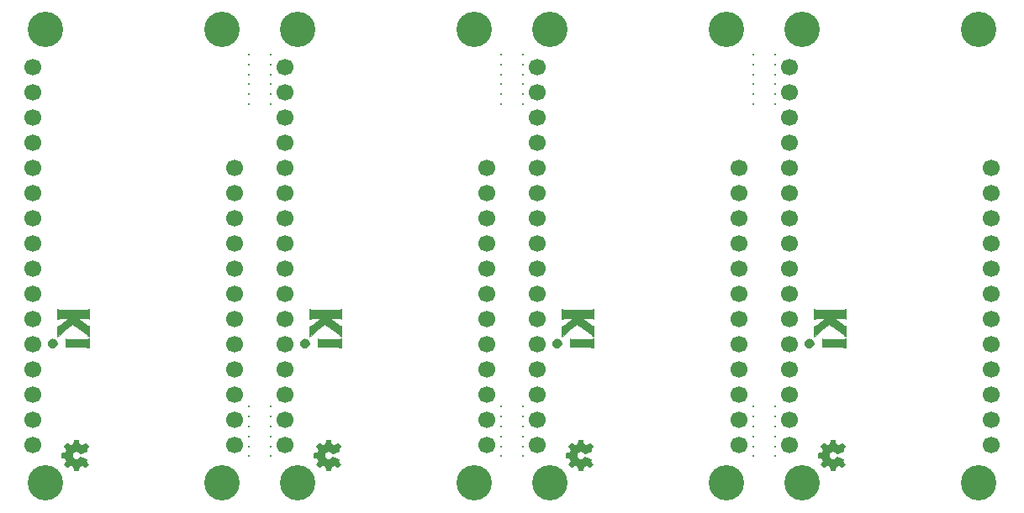
<source format=gbr>
G04 #@! TF.GenerationSoftware,KiCad,Pcbnew,(5.1.2)-1*
G04 #@! TF.CreationDate,2019-07-17T12:10:41+10:00*
G04 #@! TF.ProjectId,output.panel,6f757470-7574-42e7-9061-6e656c2e6b69,0*
G04 #@! TF.SameCoordinates,Original*
G04 #@! TF.FileFunction,Soldermask,Bot*
G04 #@! TF.FilePolarity,Negative*
%FSLAX46Y46*%
G04 Gerber Fmt 4.6, Leading zero omitted, Abs format (unit mm)*
G04 Created by KiCad (PCBNEW (5.1.2)-1) date 2019-07-17 12:10:41*
%MOMM*%
%LPD*%
G04 APERTURE LIST*
%ADD10C,0.010000*%
%ADD11C,3.556000*%
%ADD12C,1.700000*%
%ADD13C,0.300000*%
G04 APERTURE END LIST*
D10*
G36*
X179813358Y-118946025D02*
G01*
X179813668Y-118987086D01*
X179814144Y-119023939D01*
X179814763Y-119055448D01*
X179815502Y-119080478D01*
X179816337Y-119097893D01*
X179817244Y-119106557D01*
X179817471Y-119107210D01*
X179823471Y-119109787D01*
X179838787Y-119113922D01*
X179862721Y-119119466D01*
X179894573Y-119126268D01*
X179933644Y-119134179D01*
X179979237Y-119143047D01*
X180020850Y-119150901D01*
X180064601Y-119159151D01*
X180105265Y-119167001D01*
X180141748Y-119174225D01*
X180172957Y-119180599D01*
X180197798Y-119185898D01*
X180215177Y-119189897D01*
X180224000Y-119192372D01*
X180224834Y-119192802D01*
X180228371Y-119199048D01*
X180234916Y-119213151D01*
X180243889Y-119233676D01*
X180254710Y-119259190D01*
X180266800Y-119288258D01*
X180279578Y-119319446D01*
X180292466Y-119351320D01*
X180304882Y-119382447D01*
X180316248Y-119411392D01*
X180325983Y-119436721D01*
X180333508Y-119456999D01*
X180338242Y-119470794D01*
X180339607Y-119476671D01*
X180339605Y-119476678D01*
X180336333Y-119481988D01*
X180327928Y-119494724D01*
X180315025Y-119513948D01*
X180298257Y-119538724D01*
X180278260Y-119568114D01*
X180255669Y-119601180D01*
X180231119Y-119636986D01*
X180225162Y-119645656D01*
X180200277Y-119682085D01*
X180177306Y-119716148D01*
X180156874Y-119746886D01*
X180139606Y-119773339D01*
X180126126Y-119794549D01*
X180117059Y-119809556D01*
X180113028Y-119817401D01*
X180112879Y-119818086D01*
X180116391Y-119823807D01*
X180126292Y-119835602D01*
X180141632Y-119852520D01*
X180161458Y-119873609D01*
X180184820Y-119897919D01*
X180210767Y-119924500D01*
X180238347Y-119952400D01*
X180266609Y-119980669D01*
X180294603Y-120008355D01*
X180321376Y-120034508D01*
X180345978Y-120058178D01*
X180367458Y-120078412D01*
X180384864Y-120094261D01*
X180397246Y-120104774D01*
X180403651Y-120108999D01*
X180403938Y-120109040D01*
X180410058Y-120106243D01*
X180423530Y-120098279D01*
X180443372Y-120085789D01*
X180468598Y-120069410D01*
X180498226Y-120049783D01*
X180531269Y-120027547D01*
X180566745Y-120003341D01*
X180569005Y-120001788D01*
X180604726Y-119977294D01*
X180638139Y-119954499D01*
X180668244Y-119934080D01*
X180694038Y-119916708D01*
X180714521Y-119903060D01*
X180728692Y-119893807D01*
X180735550Y-119889626D01*
X180735670Y-119889568D01*
X180740391Y-119888784D01*
X180748231Y-119889912D01*
X180760143Y-119893299D01*
X180777084Y-119899292D01*
X180800007Y-119908241D01*
X180829867Y-119920491D01*
X180867619Y-119936390D01*
X180887252Y-119944749D01*
X180924852Y-119961018D01*
X180958510Y-119976011D01*
X180987168Y-119989231D01*
X181009772Y-120000175D01*
X181025265Y-120008346D01*
X181032592Y-120013243D01*
X181032948Y-120013710D01*
X181034928Y-120020560D01*
X181038502Y-120036248D01*
X181043434Y-120059616D01*
X181049491Y-120089508D01*
X181056439Y-120124767D01*
X181064044Y-120164236D01*
X181072071Y-120206757D01*
X181072940Y-120211409D01*
X181082180Y-120260146D01*
X181090621Y-120303053D01*
X181098102Y-120339390D01*
X181104463Y-120368418D01*
X181109544Y-120389397D01*
X181113184Y-120401585D01*
X181114714Y-120404451D01*
X181121096Y-120405372D01*
X181136503Y-120406225D01*
X181159798Y-120406989D01*
X181189847Y-120407638D01*
X181225514Y-120408151D01*
X181265663Y-120408503D01*
X181309159Y-120408671D01*
X181320027Y-120408682D01*
X181371548Y-120408649D01*
X181413801Y-120408486D01*
X181447680Y-120408162D01*
X181474077Y-120407647D01*
X181493884Y-120406908D01*
X181507996Y-120405916D01*
X181517303Y-120404639D01*
X181522699Y-120403046D01*
X181524741Y-120401595D01*
X181526999Y-120395095D01*
X181530799Y-120379763D01*
X181535898Y-120356765D01*
X181542050Y-120327271D01*
X181549013Y-120292450D01*
X181556543Y-120253470D01*
X181564236Y-120212365D01*
X181572897Y-120166210D01*
X181580981Y-120124798D01*
X181588286Y-120089062D01*
X181594611Y-120059937D01*
X181599758Y-120038354D01*
X181603525Y-120025249D01*
X181605133Y-120021726D01*
X181611585Y-120017704D01*
X181625987Y-120010714D01*
X181646948Y-120001314D01*
X181673082Y-119990063D01*
X181703000Y-119977519D01*
X181735313Y-119964240D01*
X181768634Y-119950785D01*
X181801575Y-119937712D01*
X181832747Y-119925580D01*
X181860763Y-119914946D01*
X181884233Y-119906369D01*
X181901771Y-119900408D01*
X181911987Y-119897620D01*
X181913842Y-119897556D01*
X181919358Y-119900901D01*
X181932262Y-119909348D01*
X181951573Y-119922236D01*
X181976312Y-119938906D01*
X182005498Y-119958697D01*
X182038151Y-119980948D01*
X182072582Y-120004512D01*
X182107797Y-120028487D01*
X182140662Y-120050526D01*
X182170174Y-120069982D01*
X182195331Y-120086209D01*
X182215130Y-120098558D01*
X182228568Y-120106383D01*
X182234588Y-120109040D01*
X182240258Y-120105537D01*
X182252017Y-120095662D01*
X182268914Y-120080363D01*
X182289997Y-120060590D01*
X182314314Y-120037290D01*
X182340912Y-120011414D01*
X182368838Y-119983908D01*
X182397142Y-119955723D01*
X182424870Y-119927807D01*
X182451071Y-119901109D01*
X182474792Y-119876578D01*
X182495081Y-119855162D01*
X182510985Y-119837810D01*
X182521554Y-119825471D01*
X182525834Y-119819094D01*
X182525880Y-119818792D01*
X182523089Y-119812917D01*
X182515148Y-119799690D01*
X182502705Y-119780102D01*
X182486406Y-119755147D01*
X182466900Y-119725814D01*
X182444834Y-119693098D01*
X182421740Y-119659274D01*
X182397807Y-119624192D01*
X182375813Y-119591493D01*
X182356405Y-119562179D01*
X182340232Y-119537247D01*
X182327942Y-119517696D01*
X182320183Y-119504527D01*
X182317600Y-119498812D01*
X182319920Y-119491386D01*
X182326305Y-119476894D01*
X182335890Y-119457157D01*
X182347810Y-119433991D01*
X182353481Y-119423350D01*
X182366747Y-119397800D01*
X182377375Y-119375514D01*
X182384622Y-119358172D01*
X182387744Y-119347456D01*
X182387771Y-119345823D01*
X182386377Y-119343235D01*
X182382452Y-119339874D01*
X182375381Y-119335467D01*
X182364547Y-119329738D01*
X182349334Y-119322414D01*
X182329125Y-119313220D01*
X182303305Y-119301884D01*
X182271257Y-119288129D01*
X182232365Y-119271684D01*
X182186012Y-119252272D01*
X182131582Y-119229620D01*
X182068459Y-119203454D01*
X182057359Y-119198860D01*
X182002528Y-119176257D01*
X181950342Y-119154911D01*
X181901575Y-119135128D01*
X181856998Y-119117213D01*
X181817386Y-119101473D01*
X181783510Y-119088212D01*
X181756143Y-119077736D01*
X181736060Y-119070352D01*
X181724031Y-119066364D01*
X181720809Y-119065760D01*
X181714897Y-119070949D01*
X181704827Y-119082723D01*
X181692102Y-119099234D01*
X181680629Y-119115173D01*
X181649570Y-119157327D01*
X181620231Y-119191753D01*
X181590682Y-119220203D01*
X181558997Y-119244432D01*
X181523247Y-119266194D01*
X181502918Y-119276863D01*
X181444488Y-119300756D01*
X181384158Y-119315076D01*
X181322953Y-119319979D01*
X181261898Y-119315623D01*
X181202019Y-119302163D01*
X181144342Y-119279756D01*
X181089891Y-119248559D01*
X181039692Y-119208727D01*
X181036411Y-119205664D01*
X180992833Y-119158017D01*
X180957422Y-119104808D01*
X180929755Y-119045354D01*
X180919807Y-119016660D01*
X180914974Y-118999933D01*
X180911632Y-118984165D01*
X180909519Y-118966854D01*
X180908373Y-118945497D01*
X180907935Y-118917593D01*
X180907900Y-118902540D01*
X180908110Y-118870915D01*
X180908916Y-118846936D01*
X180910578Y-118828093D01*
X180913357Y-118811877D01*
X180917516Y-118795778D01*
X180919802Y-118788240D01*
X180944205Y-118726246D01*
X180976690Y-118669961D01*
X181016763Y-118619969D01*
X181063933Y-118576854D01*
X181117707Y-118541201D01*
X181136500Y-118531329D01*
X181183357Y-118510756D01*
X181227726Y-118497234D01*
X181273443Y-118489860D01*
X181321920Y-118487727D01*
X181386989Y-118492586D01*
X181449065Y-118506992D01*
X181507510Y-118530688D01*
X181561687Y-118563416D01*
X181609975Y-118603955D01*
X181626971Y-118622140D01*
X181646791Y-118645762D01*
X181667052Y-118671748D01*
X181685368Y-118697023D01*
X181699354Y-118718514D01*
X181700883Y-118721139D01*
X181709785Y-118732832D01*
X181719264Y-118739872D01*
X181720648Y-118740325D01*
X181727322Y-118738872D01*
X181742833Y-118733641D01*
X181766671Y-118724832D01*
X181798326Y-118712647D01*
X181837287Y-118697287D01*
X181883043Y-118678953D01*
X181935085Y-118657846D01*
X181992901Y-118634166D01*
X182049679Y-118610728D01*
X182103781Y-118588300D01*
X182155286Y-118566914D01*
X182203399Y-118546903D01*
X182247325Y-118528599D01*
X182286268Y-118512334D01*
X182319433Y-118498442D01*
X182346026Y-118487253D01*
X182365249Y-118479102D01*
X182376309Y-118474319D01*
X182378609Y-118473253D01*
X182386716Y-118465020D01*
X182388720Y-118458211D01*
X182386394Y-118450498D01*
X182379995Y-118435745D01*
X182370387Y-118415790D01*
X182358437Y-118392470D01*
X182352672Y-118381642D01*
X182337192Y-118351834D01*
X182326189Y-118328316D01*
X182320007Y-118311875D01*
X182318837Y-118303822D01*
X182322269Y-118296680D01*
X182330700Y-118282538D01*
X182343286Y-118262709D01*
X182359184Y-118238506D01*
X182377551Y-118211241D01*
X182389461Y-118193880D01*
X182421822Y-118146962D01*
X182448815Y-118107682D01*
X182470892Y-118075352D01*
X182488506Y-118049281D01*
X182502109Y-118028781D01*
X182512155Y-118013163D01*
X182519097Y-118001739D01*
X182523388Y-117993819D01*
X182525480Y-117988714D01*
X182525880Y-117986387D01*
X182522399Y-117981121D01*
X182512478Y-117969535D01*
X182496897Y-117952460D01*
X182476437Y-117930721D01*
X182451880Y-117905148D01*
X182424006Y-117876568D01*
X182393597Y-117845809D01*
X182387541Y-117839731D01*
X182356470Y-117808736D01*
X182327382Y-117780010D01*
X182301112Y-117754357D01*
X182278494Y-117732577D01*
X182260363Y-117715473D01*
X182247552Y-117703847D01*
X182240896Y-117698501D01*
X182240413Y-117698266D01*
X182237436Y-117697367D01*
X182234393Y-117697052D01*
X182230460Y-117697835D01*
X182224812Y-117700226D01*
X182216624Y-117704737D01*
X182205072Y-117711879D01*
X182189330Y-117722165D01*
X182168575Y-117736105D01*
X182141980Y-117754212D01*
X182108721Y-117776996D01*
X182067973Y-117804969D01*
X182064266Y-117807515D01*
X182029625Y-117831161D01*
X181997438Y-117852865D01*
X181968706Y-117871973D01*
X181944428Y-117887831D01*
X181925605Y-117899785D01*
X181913237Y-117907181D01*
X181908469Y-117909400D01*
X181902070Y-117907571D01*
X181887455Y-117902390D01*
X181865826Y-117894314D01*
X181838385Y-117883802D01*
X181806333Y-117871312D01*
X181770874Y-117857300D01*
X181753307Y-117850294D01*
X181709314Y-117832557D01*
X181674051Y-117818005D01*
X181646727Y-117806276D01*
X181626551Y-117797006D01*
X181612734Y-117789833D01*
X181604485Y-117784394D01*
X181601059Y-117780444D01*
X181599121Y-117773085D01*
X181595609Y-117756936D01*
X181590762Y-117733202D01*
X181584819Y-117703091D01*
X181578018Y-117667809D01*
X181570597Y-117628562D01*
X181563414Y-117589921D01*
X181555616Y-117548281D01*
X181548154Y-117509669D01*
X181541273Y-117475261D01*
X181535217Y-117446230D01*
X181530232Y-117423751D01*
X181526560Y-117408998D01*
X181524531Y-117403231D01*
X181521360Y-117401433D01*
X181514541Y-117399961D01*
X181503211Y-117398785D01*
X181486509Y-117397877D01*
X181463571Y-117397207D01*
X181433536Y-117396746D01*
X181395541Y-117396465D01*
X181348724Y-117396336D01*
X181318875Y-117396320D01*
X181118954Y-117396320D01*
X181111902Y-117407750D01*
X181109400Y-117415237D01*
X181105372Y-117431536D01*
X181100066Y-117455455D01*
X181093732Y-117485802D01*
X181086617Y-117521384D01*
X181078971Y-117561009D01*
X181071042Y-117603486D01*
X181070838Y-117604600D01*
X181062950Y-117646876D01*
X181055374Y-117686108D01*
X181048352Y-117721145D01*
X181042126Y-117750836D01*
X181036937Y-117774030D01*
X181033026Y-117789576D01*
X181030637Y-117796323D01*
X181030566Y-117796405D01*
X181024301Y-117800090D01*
X181010106Y-117807022D01*
X180989428Y-117816577D01*
X180963713Y-117828134D01*
X180934406Y-117841070D01*
X180902954Y-117854763D01*
X180870802Y-117868591D01*
X180839397Y-117881931D01*
X180810185Y-117894161D01*
X180784611Y-117904659D01*
X180764123Y-117912803D01*
X180750165Y-117917969D01*
X180744394Y-117919560D01*
X180738575Y-117916767D01*
X180725372Y-117908811D01*
X180705749Y-117896319D01*
X180680667Y-117879924D01*
X180651089Y-117860254D01*
X180617976Y-117837939D01*
X180582293Y-117813611D01*
X180576655Y-117809742D01*
X180540538Y-117785048D01*
X180506750Y-117762155D01*
X180476274Y-117741713D01*
X180450088Y-117724371D01*
X180429175Y-117710778D01*
X180414516Y-117701583D01*
X180407090Y-117697434D01*
X180406684Y-117697293D01*
X180402579Y-117698054D01*
X180395668Y-117702214D01*
X180385355Y-117710317D01*
X180371048Y-117722905D01*
X180352154Y-117740521D01*
X180328078Y-117763708D01*
X180298226Y-117793008D01*
X180262005Y-117828964D01*
X180254749Y-117836199D01*
X180218889Y-117872218D01*
X180187378Y-117904356D01*
X180160731Y-117932068D01*
X180139461Y-117954806D01*
X180124081Y-117972023D01*
X180115105Y-117983174D01*
X180112880Y-117987325D01*
X180115672Y-117993560D01*
X180123627Y-118007156D01*
X180136110Y-118027133D01*
X180152487Y-118052508D01*
X180172122Y-118082300D01*
X180194382Y-118115526D01*
X180218631Y-118151205D01*
X180221289Y-118155086D01*
X180245928Y-118191100D01*
X180268914Y-118224822D01*
X180289573Y-118255253D01*
X180307230Y-118281395D01*
X180321211Y-118302248D01*
X180330841Y-118316815D01*
X180335446Y-118324096D01*
X180335587Y-118324352D01*
X180336941Y-118328805D01*
X180336744Y-118335339D01*
X180334631Y-118345059D01*
X180330234Y-118359068D01*
X180323187Y-118378471D01*
X180313124Y-118404373D01*
X180299677Y-118437877D01*
X180290068Y-118461512D01*
X180272981Y-118503366D01*
X180259243Y-118536788D01*
X180248382Y-118562760D01*
X180239926Y-118582264D01*
X180233403Y-118596281D01*
X180228340Y-118605795D01*
X180224266Y-118611786D01*
X180220708Y-118615236D01*
X180217193Y-118617128D01*
X180214840Y-118617945D01*
X180207736Y-118619560D01*
X180191805Y-118622793D01*
X180168215Y-118627420D01*
X180138129Y-118633216D01*
X180102714Y-118639958D01*
X180063135Y-118647420D01*
X180020558Y-118655378D01*
X180016168Y-118656195D01*
X179973481Y-118664252D01*
X179933799Y-118671968D01*
X179898266Y-118679104D01*
X179868028Y-118685420D01*
X179844228Y-118690676D01*
X179828012Y-118694633D01*
X179820524Y-118697050D01*
X179820283Y-118697212D01*
X179818437Y-118700242D01*
X179816928Y-118706563D01*
X179815727Y-118717063D01*
X179814801Y-118732633D01*
X179814121Y-118754159D01*
X179813657Y-118782532D01*
X179813376Y-118818639D01*
X179813250Y-118863370D01*
X179813237Y-118901892D01*
X179813358Y-118946025D01*
X179813358Y-118946025D01*
G37*
X179813358Y-118946025D02*
X179813668Y-118987086D01*
X179814144Y-119023939D01*
X179814763Y-119055448D01*
X179815502Y-119080478D01*
X179816337Y-119097893D01*
X179817244Y-119106557D01*
X179817471Y-119107210D01*
X179823471Y-119109787D01*
X179838787Y-119113922D01*
X179862721Y-119119466D01*
X179894573Y-119126268D01*
X179933644Y-119134179D01*
X179979237Y-119143047D01*
X180020850Y-119150901D01*
X180064601Y-119159151D01*
X180105265Y-119167001D01*
X180141748Y-119174225D01*
X180172957Y-119180599D01*
X180197798Y-119185898D01*
X180215177Y-119189897D01*
X180224000Y-119192372D01*
X180224834Y-119192802D01*
X180228371Y-119199048D01*
X180234916Y-119213151D01*
X180243889Y-119233676D01*
X180254710Y-119259190D01*
X180266800Y-119288258D01*
X180279578Y-119319446D01*
X180292466Y-119351320D01*
X180304882Y-119382447D01*
X180316248Y-119411392D01*
X180325983Y-119436721D01*
X180333508Y-119456999D01*
X180338242Y-119470794D01*
X180339607Y-119476671D01*
X180339605Y-119476678D01*
X180336333Y-119481988D01*
X180327928Y-119494724D01*
X180315025Y-119513948D01*
X180298257Y-119538724D01*
X180278260Y-119568114D01*
X180255669Y-119601180D01*
X180231119Y-119636986D01*
X180225162Y-119645656D01*
X180200277Y-119682085D01*
X180177306Y-119716148D01*
X180156874Y-119746886D01*
X180139606Y-119773339D01*
X180126126Y-119794549D01*
X180117059Y-119809556D01*
X180113028Y-119817401D01*
X180112879Y-119818086D01*
X180116391Y-119823807D01*
X180126292Y-119835602D01*
X180141632Y-119852520D01*
X180161458Y-119873609D01*
X180184820Y-119897919D01*
X180210767Y-119924500D01*
X180238347Y-119952400D01*
X180266609Y-119980669D01*
X180294603Y-120008355D01*
X180321376Y-120034508D01*
X180345978Y-120058178D01*
X180367458Y-120078412D01*
X180384864Y-120094261D01*
X180397246Y-120104774D01*
X180403651Y-120108999D01*
X180403938Y-120109040D01*
X180410058Y-120106243D01*
X180423530Y-120098279D01*
X180443372Y-120085789D01*
X180468598Y-120069410D01*
X180498226Y-120049783D01*
X180531269Y-120027547D01*
X180566745Y-120003341D01*
X180569005Y-120001788D01*
X180604726Y-119977294D01*
X180638139Y-119954499D01*
X180668244Y-119934080D01*
X180694038Y-119916708D01*
X180714521Y-119903060D01*
X180728692Y-119893807D01*
X180735550Y-119889626D01*
X180735670Y-119889568D01*
X180740391Y-119888784D01*
X180748231Y-119889912D01*
X180760143Y-119893299D01*
X180777084Y-119899292D01*
X180800007Y-119908241D01*
X180829867Y-119920491D01*
X180867619Y-119936390D01*
X180887252Y-119944749D01*
X180924852Y-119961018D01*
X180958510Y-119976011D01*
X180987168Y-119989231D01*
X181009772Y-120000175D01*
X181025265Y-120008346D01*
X181032592Y-120013243D01*
X181032948Y-120013710D01*
X181034928Y-120020560D01*
X181038502Y-120036248D01*
X181043434Y-120059616D01*
X181049491Y-120089508D01*
X181056439Y-120124767D01*
X181064044Y-120164236D01*
X181072071Y-120206757D01*
X181072940Y-120211409D01*
X181082180Y-120260146D01*
X181090621Y-120303053D01*
X181098102Y-120339390D01*
X181104463Y-120368418D01*
X181109544Y-120389397D01*
X181113184Y-120401585D01*
X181114714Y-120404451D01*
X181121096Y-120405372D01*
X181136503Y-120406225D01*
X181159798Y-120406989D01*
X181189847Y-120407638D01*
X181225514Y-120408151D01*
X181265663Y-120408503D01*
X181309159Y-120408671D01*
X181320027Y-120408682D01*
X181371548Y-120408649D01*
X181413801Y-120408486D01*
X181447680Y-120408162D01*
X181474077Y-120407647D01*
X181493884Y-120406908D01*
X181507996Y-120405916D01*
X181517303Y-120404639D01*
X181522699Y-120403046D01*
X181524741Y-120401595D01*
X181526999Y-120395095D01*
X181530799Y-120379763D01*
X181535898Y-120356765D01*
X181542050Y-120327271D01*
X181549013Y-120292450D01*
X181556543Y-120253470D01*
X181564236Y-120212365D01*
X181572897Y-120166210D01*
X181580981Y-120124798D01*
X181588286Y-120089062D01*
X181594611Y-120059937D01*
X181599758Y-120038354D01*
X181603525Y-120025249D01*
X181605133Y-120021726D01*
X181611585Y-120017704D01*
X181625987Y-120010714D01*
X181646948Y-120001314D01*
X181673082Y-119990063D01*
X181703000Y-119977519D01*
X181735313Y-119964240D01*
X181768634Y-119950785D01*
X181801575Y-119937712D01*
X181832747Y-119925580D01*
X181860763Y-119914946D01*
X181884233Y-119906369D01*
X181901771Y-119900408D01*
X181911987Y-119897620D01*
X181913842Y-119897556D01*
X181919358Y-119900901D01*
X181932262Y-119909348D01*
X181951573Y-119922236D01*
X181976312Y-119938906D01*
X182005498Y-119958697D01*
X182038151Y-119980948D01*
X182072582Y-120004512D01*
X182107797Y-120028487D01*
X182140662Y-120050526D01*
X182170174Y-120069982D01*
X182195331Y-120086209D01*
X182215130Y-120098558D01*
X182228568Y-120106383D01*
X182234588Y-120109040D01*
X182240258Y-120105537D01*
X182252017Y-120095662D01*
X182268914Y-120080363D01*
X182289997Y-120060590D01*
X182314314Y-120037290D01*
X182340912Y-120011414D01*
X182368838Y-119983908D01*
X182397142Y-119955723D01*
X182424870Y-119927807D01*
X182451071Y-119901109D01*
X182474792Y-119876578D01*
X182495081Y-119855162D01*
X182510985Y-119837810D01*
X182521554Y-119825471D01*
X182525834Y-119819094D01*
X182525880Y-119818792D01*
X182523089Y-119812917D01*
X182515148Y-119799690D01*
X182502705Y-119780102D01*
X182486406Y-119755147D01*
X182466900Y-119725814D01*
X182444834Y-119693098D01*
X182421740Y-119659274D01*
X182397807Y-119624192D01*
X182375813Y-119591493D01*
X182356405Y-119562179D01*
X182340232Y-119537247D01*
X182327942Y-119517696D01*
X182320183Y-119504527D01*
X182317600Y-119498812D01*
X182319920Y-119491386D01*
X182326305Y-119476894D01*
X182335890Y-119457157D01*
X182347810Y-119433991D01*
X182353481Y-119423350D01*
X182366747Y-119397800D01*
X182377375Y-119375514D01*
X182384622Y-119358172D01*
X182387744Y-119347456D01*
X182387771Y-119345823D01*
X182386377Y-119343235D01*
X182382452Y-119339874D01*
X182375381Y-119335467D01*
X182364547Y-119329738D01*
X182349334Y-119322414D01*
X182329125Y-119313220D01*
X182303305Y-119301884D01*
X182271257Y-119288129D01*
X182232365Y-119271684D01*
X182186012Y-119252272D01*
X182131582Y-119229620D01*
X182068459Y-119203454D01*
X182057359Y-119198860D01*
X182002528Y-119176257D01*
X181950342Y-119154911D01*
X181901575Y-119135128D01*
X181856998Y-119117213D01*
X181817386Y-119101473D01*
X181783510Y-119088212D01*
X181756143Y-119077736D01*
X181736060Y-119070352D01*
X181724031Y-119066364D01*
X181720809Y-119065760D01*
X181714897Y-119070949D01*
X181704827Y-119082723D01*
X181692102Y-119099234D01*
X181680629Y-119115173D01*
X181649570Y-119157327D01*
X181620231Y-119191753D01*
X181590682Y-119220203D01*
X181558997Y-119244432D01*
X181523247Y-119266194D01*
X181502918Y-119276863D01*
X181444488Y-119300756D01*
X181384158Y-119315076D01*
X181322953Y-119319979D01*
X181261898Y-119315623D01*
X181202019Y-119302163D01*
X181144342Y-119279756D01*
X181089891Y-119248559D01*
X181039692Y-119208727D01*
X181036411Y-119205664D01*
X180992833Y-119158017D01*
X180957422Y-119104808D01*
X180929755Y-119045354D01*
X180919807Y-119016660D01*
X180914974Y-118999933D01*
X180911632Y-118984165D01*
X180909519Y-118966854D01*
X180908373Y-118945497D01*
X180907935Y-118917593D01*
X180907900Y-118902540D01*
X180908110Y-118870915D01*
X180908916Y-118846936D01*
X180910578Y-118828093D01*
X180913357Y-118811877D01*
X180917516Y-118795778D01*
X180919802Y-118788240D01*
X180944205Y-118726246D01*
X180976690Y-118669961D01*
X181016763Y-118619969D01*
X181063933Y-118576854D01*
X181117707Y-118541201D01*
X181136500Y-118531329D01*
X181183357Y-118510756D01*
X181227726Y-118497234D01*
X181273443Y-118489860D01*
X181321920Y-118487727D01*
X181386989Y-118492586D01*
X181449065Y-118506992D01*
X181507510Y-118530688D01*
X181561687Y-118563416D01*
X181609975Y-118603955D01*
X181626971Y-118622140D01*
X181646791Y-118645762D01*
X181667052Y-118671748D01*
X181685368Y-118697023D01*
X181699354Y-118718514D01*
X181700883Y-118721139D01*
X181709785Y-118732832D01*
X181719264Y-118739872D01*
X181720648Y-118740325D01*
X181727322Y-118738872D01*
X181742833Y-118733641D01*
X181766671Y-118724832D01*
X181798326Y-118712647D01*
X181837287Y-118697287D01*
X181883043Y-118678953D01*
X181935085Y-118657846D01*
X181992901Y-118634166D01*
X182049679Y-118610728D01*
X182103781Y-118588300D01*
X182155286Y-118566914D01*
X182203399Y-118546903D01*
X182247325Y-118528599D01*
X182286268Y-118512334D01*
X182319433Y-118498442D01*
X182346026Y-118487253D01*
X182365249Y-118479102D01*
X182376309Y-118474319D01*
X182378609Y-118473253D01*
X182386716Y-118465020D01*
X182388720Y-118458211D01*
X182386394Y-118450498D01*
X182379995Y-118435745D01*
X182370387Y-118415790D01*
X182358437Y-118392470D01*
X182352672Y-118381642D01*
X182337192Y-118351834D01*
X182326189Y-118328316D01*
X182320007Y-118311875D01*
X182318837Y-118303822D01*
X182322269Y-118296680D01*
X182330700Y-118282538D01*
X182343286Y-118262709D01*
X182359184Y-118238506D01*
X182377551Y-118211241D01*
X182389461Y-118193880D01*
X182421822Y-118146962D01*
X182448815Y-118107682D01*
X182470892Y-118075352D01*
X182488506Y-118049281D01*
X182502109Y-118028781D01*
X182512155Y-118013163D01*
X182519097Y-118001739D01*
X182523388Y-117993819D01*
X182525480Y-117988714D01*
X182525880Y-117986387D01*
X182522399Y-117981121D01*
X182512478Y-117969535D01*
X182496897Y-117952460D01*
X182476437Y-117930721D01*
X182451880Y-117905148D01*
X182424006Y-117876568D01*
X182393597Y-117845809D01*
X182387541Y-117839731D01*
X182356470Y-117808736D01*
X182327382Y-117780010D01*
X182301112Y-117754357D01*
X182278494Y-117732577D01*
X182260363Y-117715473D01*
X182247552Y-117703847D01*
X182240896Y-117698501D01*
X182240413Y-117698266D01*
X182237436Y-117697367D01*
X182234393Y-117697052D01*
X182230460Y-117697835D01*
X182224812Y-117700226D01*
X182216624Y-117704737D01*
X182205072Y-117711879D01*
X182189330Y-117722165D01*
X182168575Y-117736105D01*
X182141980Y-117754212D01*
X182108721Y-117776996D01*
X182067973Y-117804969D01*
X182064266Y-117807515D01*
X182029625Y-117831161D01*
X181997438Y-117852865D01*
X181968706Y-117871973D01*
X181944428Y-117887831D01*
X181925605Y-117899785D01*
X181913237Y-117907181D01*
X181908469Y-117909400D01*
X181902070Y-117907571D01*
X181887455Y-117902390D01*
X181865826Y-117894314D01*
X181838385Y-117883802D01*
X181806333Y-117871312D01*
X181770874Y-117857300D01*
X181753307Y-117850294D01*
X181709314Y-117832557D01*
X181674051Y-117818005D01*
X181646727Y-117806276D01*
X181626551Y-117797006D01*
X181612734Y-117789833D01*
X181604485Y-117784394D01*
X181601059Y-117780444D01*
X181599121Y-117773085D01*
X181595609Y-117756936D01*
X181590762Y-117733202D01*
X181584819Y-117703091D01*
X181578018Y-117667809D01*
X181570597Y-117628562D01*
X181563414Y-117589921D01*
X181555616Y-117548281D01*
X181548154Y-117509669D01*
X181541273Y-117475261D01*
X181535217Y-117446230D01*
X181530232Y-117423751D01*
X181526560Y-117408998D01*
X181524531Y-117403231D01*
X181521360Y-117401433D01*
X181514541Y-117399961D01*
X181503211Y-117398785D01*
X181486509Y-117397877D01*
X181463571Y-117397207D01*
X181433536Y-117396746D01*
X181395541Y-117396465D01*
X181348724Y-117396336D01*
X181318875Y-117396320D01*
X181118954Y-117396320D01*
X181111902Y-117407750D01*
X181109400Y-117415237D01*
X181105372Y-117431536D01*
X181100066Y-117455455D01*
X181093732Y-117485802D01*
X181086617Y-117521384D01*
X181078971Y-117561009D01*
X181071042Y-117603486D01*
X181070838Y-117604600D01*
X181062950Y-117646876D01*
X181055374Y-117686108D01*
X181048352Y-117721145D01*
X181042126Y-117750836D01*
X181036937Y-117774030D01*
X181033026Y-117789576D01*
X181030637Y-117796323D01*
X181030566Y-117796405D01*
X181024301Y-117800090D01*
X181010106Y-117807022D01*
X180989428Y-117816577D01*
X180963713Y-117828134D01*
X180934406Y-117841070D01*
X180902954Y-117854763D01*
X180870802Y-117868591D01*
X180839397Y-117881931D01*
X180810185Y-117894161D01*
X180784611Y-117904659D01*
X180764123Y-117912803D01*
X180750165Y-117917969D01*
X180744394Y-117919560D01*
X180738575Y-117916767D01*
X180725372Y-117908811D01*
X180705749Y-117896319D01*
X180680667Y-117879924D01*
X180651089Y-117860254D01*
X180617976Y-117837939D01*
X180582293Y-117813611D01*
X180576655Y-117809742D01*
X180540538Y-117785048D01*
X180506750Y-117762155D01*
X180476274Y-117741713D01*
X180450088Y-117724371D01*
X180429175Y-117710778D01*
X180414516Y-117701583D01*
X180407090Y-117697434D01*
X180406684Y-117697293D01*
X180402579Y-117698054D01*
X180395668Y-117702214D01*
X180385355Y-117710317D01*
X180371048Y-117722905D01*
X180352154Y-117740521D01*
X180328078Y-117763708D01*
X180298226Y-117793008D01*
X180262005Y-117828964D01*
X180254749Y-117836199D01*
X180218889Y-117872218D01*
X180187378Y-117904356D01*
X180160731Y-117932068D01*
X180139461Y-117954806D01*
X180124081Y-117972023D01*
X180115105Y-117983174D01*
X180112880Y-117987325D01*
X180115672Y-117993560D01*
X180123627Y-118007156D01*
X180136110Y-118027133D01*
X180152487Y-118052508D01*
X180172122Y-118082300D01*
X180194382Y-118115526D01*
X180218631Y-118151205D01*
X180221289Y-118155086D01*
X180245928Y-118191100D01*
X180268914Y-118224822D01*
X180289573Y-118255253D01*
X180307230Y-118281395D01*
X180321211Y-118302248D01*
X180330841Y-118316815D01*
X180335446Y-118324096D01*
X180335587Y-118324352D01*
X180336941Y-118328805D01*
X180336744Y-118335339D01*
X180334631Y-118345059D01*
X180330234Y-118359068D01*
X180323187Y-118378471D01*
X180313124Y-118404373D01*
X180299677Y-118437877D01*
X180290068Y-118461512D01*
X180272981Y-118503366D01*
X180259243Y-118536788D01*
X180248382Y-118562760D01*
X180239926Y-118582264D01*
X180233403Y-118596281D01*
X180228340Y-118605795D01*
X180224266Y-118611786D01*
X180220708Y-118615236D01*
X180217193Y-118617128D01*
X180214840Y-118617945D01*
X180207736Y-118619560D01*
X180191805Y-118622793D01*
X180168215Y-118627420D01*
X180138129Y-118633216D01*
X180102714Y-118639958D01*
X180063135Y-118647420D01*
X180020558Y-118655378D01*
X180016168Y-118656195D01*
X179973481Y-118664252D01*
X179933799Y-118671968D01*
X179898266Y-118679104D01*
X179868028Y-118685420D01*
X179844228Y-118690676D01*
X179828012Y-118694633D01*
X179820524Y-118697050D01*
X179820283Y-118697212D01*
X179818437Y-118700242D01*
X179816928Y-118706563D01*
X179815727Y-118717063D01*
X179814801Y-118732633D01*
X179814121Y-118754159D01*
X179813657Y-118782532D01*
X179813376Y-118818639D01*
X179813250Y-118863370D01*
X179813237Y-118901892D01*
X179813358Y-118946025D01*
G36*
X154413358Y-118946025D02*
G01*
X154413668Y-118987086D01*
X154414144Y-119023939D01*
X154414763Y-119055448D01*
X154415502Y-119080478D01*
X154416337Y-119097893D01*
X154417244Y-119106557D01*
X154417471Y-119107210D01*
X154423471Y-119109787D01*
X154438787Y-119113922D01*
X154462721Y-119119466D01*
X154494573Y-119126268D01*
X154533644Y-119134179D01*
X154579237Y-119143047D01*
X154620850Y-119150901D01*
X154664601Y-119159151D01*
X154705265Y-119167001D01*
X154741748Y-119174225D01*
X154772957Y-119180599D01*
X154797798Y-119185898D01*
X154815177Y-119189897D01*
X154824000Y-119192372D01*
X154824834Y-119192802D01*
X154828371Y-119199048D01*
X154834916Y-119213151D01*
X154843889Y-119233676D01*
X154854710Y-119259190D01*
X154866800Y-119288258D01*
X154879578Y-119319446D01*
X154892466Y-119351320D01*
X154904882Y-119382447D01*
X154916248Y-119411392D01*
X154925983Y-119436721D01*
X154933508Y-119456999D01*
X154938242Y-119470794D01*
X154939607Y-119476671D01*
X154939605Y-119476678D01*
X154936333Y-119481988D01*
X154927928Y-119494724D01*
X154915025Y-119513948D01*
X154898257Y-119538724D01*
X154878260Y-119568114D01*
X154855669Y-119601180D01*
X154831119Y-119636986D01*
X154825162Y-119645656D01*
X154800277Y-119682085D01*
X154777306Y-119716148D01*
X154756874Y-119746886D01*
X154739606Y-119773339D01*
X154726126Y-119794549D01*
X154717059Y-119809556D01*
X154713028Y-119817401D01*
X154712879Y-119818086D01*
X154716391Y-119823807D01*
X154726292Y-119835602D01*
X154741632Y-119852520D01*
X154761458Y-119873609D01*
X154784820Y-119897919D01*
X154810767Y-119924500D01*
X154838347Y-119952400D01*
X154866609Y-119980669D01*
X154894603Y-120008355D01*
X154921376Y-120034508D01*
X154945978Y-120058178D01*
X154967458Y-120078412D01*
X154984864Y-120094261D01*
X154997246Y-120104774D01*
X155003651Y-120108999D01*
X155003938Y-120109040D01*
X155010058Y-120106243D01*
X155023530Y-120098279D01*
X155043372Y-120085789D01*
X155068598Y-120069410D01*
X155098226Y-120049783D01*
X155131269Y-120027547D01*
X155166745Y-120003341D01*
X155169005Y-120001788D01*
X155204726Y-119977294D01*
X155238139Y-119954499D01*
X155268244Y-119934080D01*
X155294038Y-119916708D01*
X155314521Y-119903060D01*
X155328692Y-119893807D01*
X155335550Y-119889626D01*
X155335670Y-119889568D01*
X155340391Y-119888784D01*
X155348231Y-119889912D01*
X155360143Y-119893299D01*
X155377084Y-119899292D01*
X155400007Y-119908241D01*
X155429867Y-119920491D01*
X155467619Y-119936390D01*
X155487252Y-119944749D01*
X155524852Y-119961018D01*
X155558510Y-119976011D01*
X155587168Y-119989231D01*
X155609772Y-120000175D01*
X155625265Y-120008346D01*
X155632592Y-120013243D01*
X155632948Y-120013710D01*
X155634928Y-120020560D01*
X155638502Y-120036248D01*
X155643434Y-120059616D01*
X155649491Y-120089508D01*
X155656439Y-120124767D01*
X155664044Y-120164236D01*
X155672071Y-120206757D01*
X155672940Y-120211409D01*
X155682180Y-120260146D01*
X155690621Y-120303053D01*
X155698102Y-120339390D01*
X155704463Y-120368418D01*
X155709544Y-120389397D01*
X155713184Y-120401585D01*
X155714714Y-120404451D01*
X155721096Y-120405372D01*
X155736503Y-120406225D01*
X155759798Y-120406989D01*
X155789847Y-120407638D01*
X155825514Y-120408151D01*
X155865663Y-120408503D01*
X155909159Y-120408671D01*
X155920027Y-120408682D01*
X155971548Y-120408649D01*
X156013801Y-120408486D01*
X156047680Y-120408162D01*
X156074077Y-120407647D01*
X156093884Y-120406908D01*
X156107996Y-120405916D01*
X156117303Y-120404639D01*
X156122699Y-120403046D01*
X156124741Y-120401595D01*
X156126999Y-120395095D01*
X156130799Y-120379763D01*
X156135898Y-120356765D01*
X156142050Y-120327271D01*
X156149013Y-120292450D01*
X156156543Y-120253470D01*
X156164236Y-120212365D01*
X156172897Y-120166210D01*
X156180981Y-120124798D01*
X156188286Y-120089062D01*
X156194611Y-120059937D01*
X156199758Y-120038354D01*
X156203525Y-120025249D01*
X156205133Y-120021726D01*
X156211585Y-120017704D01*
X156225987Y-120010714D01*
X156246948Y-120001314D01*
X156273082Y-119990063D01*
X156303000Y-119977519D01*
X156335313Y-119964240D01*
X156368634Y-119950785D01*
X156401575Y-119937712D01*
X156432747Y-119925580D01*
X156460763Y-119914946D01*
X156484233Y-119906369D01*
X156501771Y-119900408D01*
X156511987Y-119897620D01*
X156513842Y-119897556D01*
X156519358Y-119900901D01*
X156532262Y-119909348D01*
X156551573Y-119922236D01*
X156576312Y-119938906D01*
X156605498Y-119958697D01*
X156638151Y-119980948D01*
X156672582Y-120004512D01*
X156707797Y-120028487D01*
X156740662Y-120050526D01*
X156770174Y-120069982D01*
X156795331Y-120086209D01*
X156815130Y-120098558D01*
X156828568Y-120106383D01*
X156834588Y-120109040D01*
X156840258Y-120105537D01*
X156852017Y-120095662D01*
X156868914Y-120080363D01*
X156889997Y-120060590D01*
X156914314Y-120037290D01*
X156940912Y-120011414D01*
X156968838Y-119983908D01*
X156997142Y-119955723D01*
X157024870Y-119927807D01*
X157051071Y-119901109D01*
X157074792Y-119876578D01*
X157095081Y-119855162D01*
X157110985Y-119837810D01*
X157121554Y-119825471D01*
X157125834Y-119819094D01*
X157125880Y-119818792D01*
X157123089Y-119812917D01*
X157115148Y-119799690D01*
X157102705Y-119780102D01*
X157086406Y-119755147D01*
X157066900Y-119725814D01*
X157044834Y-119693098D01*
X157021740Y-119659274D01*
X156997807Y-119624192D01*
X156975813Y-119591493D01*
X156956405Y-119562179D01*
X156940232Y-119537247D01*
X156927942Y-119517696D01*
X156920183Y-119504527D01*
X156917600Y-119498812D01*
X156919920Y-119491386D01*
X156926305Y-119476894D01*
X156935890Y-119457157D01*
X156947810Y-119433991D01*
X156953481Y-119423350D01*
X156966747Y-119397800D01*
X156977375Y-119375514D01*
X156984622Y-119358172D01*
X156987744Y-119347456D01*
X156987771Y-119345823D01*
X156986377Y-119343235D01*
X156982452Y-119339874D01*
X156975381Y-119335467D01*
X156964547Y-119329738D01*
X156949334Y-119322414D01*
X156929125Y-119313220D01*
X156903305Y-119301884D01*
X156871257Y-119288129D01*
X156832365Y-119271684D01*
X156786012Y-119252272D01*
X156731582Y-119229620D01*
X156668459Y-119203454D01*
X156657359Y-119198860D01*
X156602528Y-119176257D01*
X156550342Y-119154911D01*
X156501575Y-119135128D01*
X156456998Y-119117213D01*
X156417386Y-119101473D01*
X156383510Y-119088212D01*
X156356143Y-119077736D01*
X156336060Y-119070352D01*
X156324031Y-119066364D01*
X156320809Y-119065760D01*
X156314897Y-119070949D01*
X156304827Y-119082723D01*
X156292102Y-119099234D01*
X156280629Y-119115173D01*
X156249570Y-119157327D01*
X156220231Y-119191753D01*
X156190682Y-119220203D01*
X156158997Y-119244432D01*
X156123247Y-119266194D01*
X156102918Y-119276863D01*
X156044488Y-119300756D01*
X155984158Y-119315076D01*
X155922953Y-119319979D01*
X155861898Y-119315623D01*
X155802019Y-119302163D01*
X155744342Y-119279756D01*
X155689891Y-119248559D01*
X155639692Y-119208727D01*
X155636411Y-119205664D01*
X155592833Y-119158017D01*
X155557422Y-119104808D01*
X155529755Y-119045354D01*
X155519807Y-119016660D01*
X155514974Y-118999933D01*
X155511632Y-118984165D01*
X155509519Y-118966854D01*
X155508373Y-118945497D01*
X155507935Y-118917593D01*
X155507900Y-118902540D01*
X155508110Y-118870915D01*
X155508916Y-118846936D01*
X155510578Y-118828093D01*
X155513357Y-118811877D01*
X155517516Y-118795778D01*
X155519802Y-118788240D01*
X155544205Y-118726246D01*
X155576690Y-118669961D01*
X155616763Y-118619969D01*
X155663933Y-118576854D01*
X155717707Y-118541201D01*
X155736500Y-118531329D01*
X155783357Y-118510756D01*
X155827726Y-118497234D01*
X155873443Y-118489860D01*
X155921920Y-118487727D01*
X155986989Y-118492586D01*
X156049065Y-118506992D01*
X156107510Y-118530688D01*
X156161687Y-118563416D01*
X156209975Y-118603955D01*
X156226971Y-118622140D01*
X156246791Y-118645762D01*
X156267052Y-118671748D01*
X156285368Y-118697023D01*
X156299354Y-118718514D01*
X156300883Y-118721139D01*
X156309785Y-118732832D01*
X156319264Y-118739872D01*
X156320648Y-118740325D01*
X156327322Y-118738872D01*
X156342833Y-118733641D01*
X156366671Y-118724832D01*
X156398326Y-118712647D01*
X156437287Y-118697287D01*
X156483043Y-118678953D01*
X156535085Y-118657846D01*
X156592901Y-118634166D01*
X156649679Y-118610728D01*
X156703781Y-118588300D01*
X156755286Y-118566914D01*
X156803399Y-118546903D01*
X156847325Y-118528599D01*
X156886268Y-118512334D01*
X156919433Y-118498442D01*
X156946026Y-118487253D01*
X156965249Y-118479102D01*
X156976309Y-118474319D01*
X156978609Y-118473253D01*
X156986716Y-118465020D01*
X156988720Y-118458211D01*
X156986394Y-118450498D01*
X156979995Y-118435745D01*
X156970387Y-118415790D01*
X156958437Y-118392470D01*
X156952672Y-118381642D01*
X156937192Y-118351834D01*
X156926189Y-118328316D01*
X156920007Y-118311875D01*
X156918837Y-118303822D01*
X156922269Y-118296680D01*
X156930700Y-118282538D01*
X156943286Y-118262709D01*
X156959184Y-118238506D01*
X156977551Y-118211241D01*
X156989461Y-118193880D01*
X157021822Y-118146962D01*
X157048815Y-118107682D01*
X157070892Y-118075352D01*
X157088506Y-118049281D01*
X157102109Y-118028781D01*
X157112155Y-118013163D01*
X157119097Y-118001739D01*
X157123388Y-117993819D01*
X157125480Y-117988714D01*
X157125880Y-117986387D01*
X157122399Y-117981121D01*
X157112478Y-117969535D01*
X157096897Y-117952460D01*
X157076437Y-117930721D01*
X157051880Y-117905148D01*
X157024006Y-117876568D01*
X156993597Y-117845809D01*
X156987541Y-117839731D01*
X156956470Y-117808736D01*
X156927382Y-117780010D01*
X156901112Y-117754357D01*
X156878494Y-117732577D01*
X156860363Y-117715473D01*
X156847552Y-117703847D01*
X156840896Y-117698501D01*
X156840413Y-117698266D01*
X156837436Y-117697367D01*
X156834393Y-117697052D01*
X156830460Y-117697835D01*
X156824812Y-117700226D01*
X156816624Y-117704737D01*
X156805072Y-117711879D01*
X156789330Y-117722165D01*
X156768575Y-117736105D01*
X156741980Y-117754212D01*
X156708721Y-117776996D01*
X156667973Y-117804969D01*
X156664266Y-117807515D01*
X156629625Y-117831161D01*
X156597438Y-117852865D01*
X156568706Y-117871973D01*
X156544428Y-117887831D01*
X156525605Y-117899785D01*
X156513237Y-117907181D01*
X156508469Y-117909400D01*
X156502070Y-117907571D01*
X156487455Y-117902390D01*
X156465826Y-117894314D01*
X156438385Y-117883802D01*
X156406333Y-117871312D01*
X156370874Y-117857300D01*
X156353307Y-117850294D01*
X156309314Y-117832557D01*
X156274051Y-117818005D01*
X156246727Y-117806276D01*
X156226551Y-117797006D01*
X156212734Y-117789833D01*
X156204485Y-117784394D01*
X156201059Y-117780444D01*
X156199121Y-117773085D01*
X156195609Y-117756936D01*
X156190762Y-117733202D01*
X156184819Y-117703091D01*
X156178018Y-117667809D01*
X156170597Y-117628562D01*
X156163414Y-117589921D01*
X156155616Y-117548281D01*
X156148154Y-117509669D01*
X156141273Y-117475261D01*
X156135217Y-117446230D01*
X156130232Y-117423751D01*
X156126560Y-117408998D01*
X156124531Y-117403231D01*
X156121360Y-117401433D01*
X156114541Y-117399961D01*
X156103211Y-117398785D01*
X156086509Y-117397877D01*
X156063571Y-117397207D01*
X156033536Y-117396746D01*
X155995541Y-117396465D01*
X155948724Y-117396336D01*
X155918875Y-117396320D01*
X155718954Y-117396320D01*
X155711902Y-117407750D01*
X155709400Y-117415237D01*
X155705372Y-117431536D01*
X155700066Y-117455455D01*
X155693732Y-117485802D01*
X155686617Y-117521384D01*
X155678971Y-117561009D01*
X155671042Y-117603486D01*
X155670838Y-117604600D01*
X155662950Y-117646876D01*
X155655374Y-117686108D01*
X155648352Y-117721145D01*
X155642126Y-117750836D01*
X155636937Y-117774030D01*
X155633026Y-117789576D01*
X155630637Y-117796323D01*
X155630566Y-117796405D01*
X155624301Y-117800090D01*
X155610106Y-117807022D01*
X155589428Y-117816577D01*
X155563713Y-117828134D01*
X155534406Y-117841070D01*
X155502954Y-117854763D01*
X155470802Y-117868591D01*
X155439397Y-117881931D01*
X155410185Y-117894161D01*
X155384611Y-117904659D01*
X155364123Y-117912803D01*
X155350165Y-117917969D01*
X155344394Y-117919560D01*
X155338575Y-117916767D01*
X155325372Y-117908811D01*
X155305749Y-117896319D01*
X155280667Y-117879924D01*
X155251089Y-117860254D01*
X155217976Y-117837939D01*
X155182293Y-117813611D01*
X155176655Y-117809742D01*
X155140538Y-117785048D01*
X155106750Y-117762155D01*
X155076274Y-117741713D01*
X155050088Y-117724371D01*
X155029175Y-117710778D01*
X155014516Y-117701583D01*
X155007090Y-117697434D01*
X155006684Y-117697293D01*
X155002579Y-117698054D01*
X154995668Y-117702214D01*
X154985355Y-117710317D01*
X154971048Y-117722905D01*
X154952154Y-117740521D01*
X154928078Y-117763708D01*
X154898226Y-117793008D01*
X154862005Y-117828964D01*
X154854749Y-117836199D01*
X154818889Y-117872218D01*
X154787378Y-117904356D01*
X154760731Y-117932068D01*
X154739461Y-117954806D01*
X154724081Y-117972023D01*
X154715105Y-117983174D01*
X154712880Y-117987325D01*
X154715672Y-117993560D01*
X154723627Y-118007156D01*
X154736110Y-118027133D01*
X154752487Y-118052508D01*
X154772122Y-118082300D01*
X154794382Y-118115526D01*
X154818631Y-118151205D01*
X154821289Y-118155086D01*
X154845928Y-118191100D01*
X154868914Y-118224822D01*
X154889573Y-118255253D01*
X154907230Y-118281395D01*
X154921211Y-118302248D01*
X154930841Y-118316815D01*
X154935446Y-118324096D01*
X154935587Y-118324352D01*
X154936941Y-118328805D01*
X154936744Y-118335339D01*
X154934631Y-118345059D01*
X154930234Y-118359068D01*
X154923187Y-118378471D01*
X154913124Y-118404373D01*
X154899677Y-118437877D01*
X154890068Y-118461512D01*
X154872981Y-118503366D01*
X154859243Y-118536788D01*
X154848382Y-118562760D01*
X154839926Y-118582264D01*
X154833403Y-118596281D01*
X154828340Y-118605795D01*
X154824266Y-118611786D01*
X154820708Y-118615236D01*
X154817193Y-118617128D01*
X154814840Y-118617945D01*
X154807736Y-118619560D01*
X154791805Y-118622793D01*
X154768215Y-118627420D01*
X154738129Y-118633216D01*
X154702714Y-118639958D01*
X154663135Y-118647420D01*
X154620558Y-118655378D01*
X154616168Y-118656195D01*
X154573481Y-118664252D01*
X154533799Y-118671968D01*
X154498266Y-118679104D01*
X154468028Y-118685420D01*
X154444228Y-118690676D01*
X154428012Y-118694633D01*
X154420524Y-118697050D01*
X154420283Y-118697212D01*
X154418437Y-118700242D01*
X154416928Y-118706563D01*
X154415727Y-118717063D01*
X154414801Y-118732633D01*
X154414121Y-118754159D01*
X154413657Y-118782532D01*
X154413376Y-118818639D01*
X154413250Y-118863370D01*
X154413237Y-118901892D01*
X154413358Y-118946025D01*
X154413358Y-118946025D01*
G37*
X154413358Y-118946025D02*
X154413668Y-118987086D01*
X154414144Y-119023939D01*
X154414763Y-119055448D01*
X154415502Y-119080478D01*
X154416337Y-119097893D01*
X154417244Y-119106557D01*
X154417471Y-119107210D01*
X154423471Y-119109787D01*
X154438787Y-119113922D01*
X154462721Y-119119466D01*
X154494573Y-119126268D01*
X154533644Y-119134179D01*
X154579237Y-119143047D01*
X154620850Y-119150901D01*
X154664601Y-119159151D01*
X154705265Y-119167001D01*
X154741748Y-119174225D01*
X154772957Y-119180599D01*
X154797798Y-119185898D01*
X154815177Y-119189897D01*
X154824000Y-119192372D01*
X154824834Y-119192802D01*
X154828371Y-119199048D01*
X154834916Y-119213151D01*
X154843889Y-119233676D01*
X154854710Y-119259190D01*
X154866800Y-119288258D01*
X154879578Y-119319446D01*
X154892466Y-119351320D01*
X154904882Y-119382447D01*
X154916248Y-119411392D01*
X154925983Y-119436721D01*
X154933508Y-119456999D01*
X154938242Y-119470794D01*
X154939607Y-119476671D01*
X154939605Y-119476678D01*
X154936333Y-119481988D01*
X154927928Y-119494724D01*
X154915025Y-119513948D01*
X154898257Y-119538724D01*
X154878260Y-119568114D01*
X154855669Y-119601180D01*
X154831119Y-119636986D01*
X154825162Y-119645656D01*
X154800277Y-119682085D01*
X154777306Y-119716148D01*
X154756874Y-119746886D01*
X154739606Y-119773339D01*
X154726126Y-119794549D01*
X154717059Y-119809556D01*
X154713028Y-119817401D01*
X154712879Y-119818086D01*
X154716391Y-119823807D01*
X154726292Y-119835602D01*
X154741632Y-119852520D01*
X154761458Y-119873609D01*
X154784820Y-119897919D01*
X154810767Y-119924500D01*
X154838347Y-119952400D01*
X154866609Y-119980669D01*
X154894603Y-120008355D01*
X154921376Y-120034508D01*
X154945978Y-120058178D01*
X154967458Y-120078412D01*
X154984864Y-120094261D01*
X154997246Y-120104774D01*
X155003651Y-120108999D01*
X155003938Y-120109040D01*
X155010058Y-120106243D01*
X155023530Y-120098279D01*
X155043372Y-120085789D01*
X155068598Y-120069410D01*
X155098226Y-120049783D01*
X155131269Y-120027547D01*
X155166745Y-120003341D01*
X155169005Y-120001788D01*
X155204726Y-119977294D01*
X155238139Y-119954499D01*
X155268244Y-119934080D01*
X155294038Y-119916708D01*
X155314521Y-119903060D01*
X155328692Y-119893807D01*
X155335550Y-119889626D01*
X155335670Y-119889568D01*
X155340391Y-119888784D01*
X155348231Y-119889912D01*
X155360143Y-119893299D01*
X155377084Y-119899292D01*
X155400007Y-119908241D01*
X155429867Y-119920491D01*
X155467619Y-119936390D01*
X155487252Y-119944749D01*
X155524852Y-119961018D01*
X155558510Y-119976011D01*
X155587168Y-119989231D01*
X155609772Y-120000175D01*
X155625265Y-120008346D01*
X155632592Y-120013243D01*
X155632948Y-120013710D01*
X155634928Y-120020560D01*
X155638502Y-120036248D01*
X155643434Y-120059616D01*
X155649491Y-120089508D01*
X155656439Y-120124767D01*
X155664044Y-120164236D01*
X155672071Y-120206757D01*
X155672940Y-120211409D01*
X155682180Y-120260146D01*
X155690621Y-120303053D01*
X155698102Y-120339390D01*
X155704463Y-120368418D01*
X155709544Y-120389397D01*
X155713184Y-120401585D01*
X155714714Y-120404451D01*
X155721096Y-120405372D01*
X155736503Y-120406225D01*
X155759798Y-120406989D01*
X155789847Y-120407638D01*
X155825514Y-120408151D01*
X155865663Y-120408503D01*
X155909159Y-120408671D01*
X155920027Y-120408682D01*
X155971548Y-120408649D01*
X156013801Y-120408486D01*
X156047680Y-120408162D01*
X156074077Y-120407647D01*
X156093884Y-120406908D01*
X156107996Y-120405916D01*
X156117303Y-120404639D01*
X156122699Y-120403046D01*
X156124741Y-120401595D01*
X156126999Y-120395095D01*
X156130799Y-120379763D01*
X156135898Y-120356765D01*
X156142050Y-120327271D01*
X156149013Y-120292450D01*
X156156543Y-120253470D01*
X156164236Y-120212365D01*
X156172897Y-120166210D01*
X156180981Y-120124798D01*
X156188286Y-120089062D01*
X156194611Y-120059937D01*
X156199758Y-120038354D01*
X156203525Y-120025249D01*
X156205133Y-120021726D01*
X156211585Y-120017704D01*
X156225987Y-120010714D01*
X156246948Y-120001314D01*
X156273082Y-119990063D01*
X156303000Y-119977519D01*
X156335313Y-119964240D01*
X156368634Y-119950785D01*
X156401575Y-119937712D01*
X156432747Y-119925580D01*
X156460763Y-119914946D01*
X156484233Y-119906369D01*
X156501771Y-119900408D01*
X156511987Y-119897620D01*
X156513842Y-119897556D01*
X156519358Y-119900901D01*
X156532262Y-119909348D01*
X156551573Y-119922236D01*
X156576312Y-119938906D01*
X156605498Y-119958697D01*
X156638151Y-119980948D01*
X156672582Y-120004512D01*
X156707797Y-120028487D01*
X156740662Y-120050526D01*
X156770174Y-120069982D01*
X156795331Y-120086209D01*
X156815130Y-120098558D01*
X156828568Y-120106383D01*
X156834588Y-120109040D01*
X156840258Y-120105537D01*
X156852017Y-120095662D01*
X156868914Y-120080363D01*
X156889997Y-120060590D01*
X156914314Y-120037290D01*
X156940912Y-120011414D01*
X156968838Y-119983908D01*
X156997142Y-119955723D01*
X157024870Y-119927807D01*
X157051071Y-119901109D01*
X157074792Y-119876578D01*
X157095081Y-119855162D01*
X157110985Y-119837810D01*
X157121554Y-119825471D01*
X157125834Y-119819094D01*
X157125880Y-119818792D01*
X157123089Y-119812917D01*
X157115148Y-119799690D01*
X157102705Y-119780102D01*
X157086406Y-119755147D01*
X157066900Y-119725814D01*
X157044834Y-119693098D01*
X157021740Y-119659274D01*
X156997807Y-119624192D01*
X156975813Y-119591493D01*
X156956405Y-119562179D01*
X156940232Y-119537247D01*
X156927942Y-119517696D01*
X156920183Y-119504527D01*
X156917600Y-119498812D01*
X156919920Y-119491386D01*
X156926305Y-119476894D01*
X156935890Y-119457157D01*
X156947810Y-119433991D01*
X156953481Y-119423350D01*
X156966747Y-119397800D01*
X156977375Y-119375514D01*
X156984622Y-119358172D01*
X156987744Y-119347456D01*
X156987771Y-119345823D01*
X156986377Y-119343235D01*
X156982452Y-119339874D01*
X156975381Y-119335467D01*
X156964547Y-119329738D01*
X156949334Y-119322414D01*
X156929125Y-119313220D01*
X156903305Y-119301884D01*
X156871257Y-119288129D01*
X156832365Y-119271684D01*
X156786012Y-119252272D01*
X156731582Y-119229620D01*
X156668459Y-119203454D01*
X156657359Y-119198860D01*
X156602528Y-119176257D01*
X156550342Y-119154911D01*
X156501575Y-119135128D01*
X156456998Y-119117213D01*
X156417386Y-119101473D01*
X156383510Y-119088212D01*
X156356143Y-119077736D01*
X156336060Y-119070352D01*
X156324031Y-119066364D01*
X156320809Y-119065760D01*
X156314897Y-119070949D01*
X156304827Y-119082723D01*
X156292102Y-119099234D01*
X156280629Y-119115173D01*
X156249570Y-119157327D01*
X156220231Y-119191753D01*
X156190682Y-119220203D01*
X156158997Y-119244432D01*
X156123247Y-119266194D01*
X156102918Y-119276863D01*
X156044488Y-119300756D01*
X155984158Y-119315076D01*
X155922953Y-119319979D01*
X155861898Y-119315623D01*
X155802019Y-119302163D01*
X155744342Y-119279756D01*
X155689891Y-119248559D01*
X155639692Y-119208727D01*
X155636411Y-119205664D01*
X155592833Y-119158017D01*
X155557422Y-119104808D01*
X155529755Y-119045354D01*
X155519807Y-119016660D01*
X155514974Y-118999933D01*
X155511632Y-118984165D01*
X155509519Y-118966854D01*
X155508373Y-118945497D01*
X155507935Y-118917593D01*
X155507900Y-118902540D01*
X155508110Y-118870915D01*
X155508916Y-118846936D01*
X155510578Y-118828093D01*
X155513357Y-118811877D01*
X155517516Y-118795778D01*
X155519802Y-118788240D01*
X155544205Y-118726246D01*
X155576690Y-118669961D01*
X155616763Y-118619969D01*
X155663933Y-118576854D01*
X155717707Y-118541201D01*
X155736500Y-118531329D01*
X155783357Y-118510756D01*
X155827726Y-118497234D01*
X155873443Y-118489860D01*
X155921920Y-118487727D01*
X155986989Y-118492586D01*
X156049065Y-118506992D01*
X156107510Y-118530688D01*
X156161687Y-118563416D01*
X156209975Y-118603955D01*
X156226971Y-118622140D01*
X156246791Y-118645762D01*
X156267052Y-118671748D01*
X156285368Y-118697023D01*
X156299354Y-118718514D01*
X156300883Y-118721139D01*
X156309785Y-118732832D01*
X156319264Y-118739872D01*
X156320648Y-118740325D01*
X156327322Y-118738872D01*
X156342833Y-118733641D01*
X156366671Y-118724832D01*
X156398326Y-118712647D01*
X156437287Y-118697287D01*
X156483043Y-118678953D01*
X156535085Y-118657846D01*
X156592901Y-118634166D01*
X156649679Y-118610728D01*
X156703781Y-118588300D01*
X156755286Y-118566914D01*
X156803399Y-118546903D01*
X156847325Y-118528599D01*
X156886268Y-118512334D01*
X156919433Y-118498442D01*
X156946026Y-118487253D01*
X156965249Y-118479102D01*
X156976309Y-118474319D01*
X156978609Y-118473253D01*
X156986716Y-118465020D01*
X156988720Y-118458211D01*
X156986394Y-118450498D01*
X156979995Y-118435745D01*
X156970387Y-118415790D01*
X156958437Y-118392470D01*
X156952672Y-118381642D01*
X156937192Y-118351834D01*
X156926189Y-118328316D01*
X156920007Y-118311875D01*
X156918837Y-118303822D01*
X156922269Y-118296680D01*
X156930700Y-118282538D01*
X156943286Y-118262709D01*
X156959184Y-118238506D01*
X156977551Y-118211241D01*
X156989461Y-118193880D01*
X157021822Y-118146962D01*
X157048815Y-118107682D01*
X157070892Y-118075352D01*
X157088506Y-118049281D01*
X157102109Y-118028781D01*
X157112155Y-118013163D01*
X157119097Y-118001739D01*
X157123388Y-117993819D01*
X157125480Y-117988714D01*
X157125880Y-117986387D01*
X157122399Y-117981121D01*
X157112478Y-117969535D01*
X157096897Y-117952460D01*
X157076437Y-117930721D01*
X157051880Y-117905148D01*
X157024006Y-117876568D01*
X156993597Y-117845809D01*
X156987541Y-117839731D01*
X156956470Y-117808736D01*
X156927382Y-117780010D01*
X156901112Y-117754357D01*
X156878494Y-117732577D01*
X156860363Y-117715473D01*
X156847552Y-117703847D01*
X156840896Y-117698501D01*
X156840413Y-117698266D01*
X156837436Y-117697367D01*
X156834393Y-117697052D01*
X156830460Y-117697835D01*
X156824812Y-117700226D01*
X156816624Y-117704737D01*
X156805072Y-117711879D01*
X156789330Y-117722165D01*
X156768575Y-117736105D01*
X156741980Y-117754212D01*
X156708721Y-117776996D01*
X156667973Y-117804969D01*
X156664266Y-117807515D01*
X156629625Y-117831161D01*
X156597438Y-117852865D01*
X156568706Y-117871973D01*
X156544428Y-117887831D01*
X156525605Y-117899785D01*
X156513237Y-117907181D01*
X156508469Y-117909400D01*
X156502070Y-117907571D01*
X156487455Y-117902390D01*
X156465826Y-117894314D01*
X156438385Y-117883802D01*
X156406333Y-117871312D01*
X156370874Y-117857300D01*
X156353307Y-117850294D01*
X156309314Y-117832557D01*
X156274051Y-117818005D01*
X156246727Y-117806276D01*
X156226551Y-117797006D01*
X156212734Y-117789833D01*
X156204485Y-117784394D01*
X156201059Y-117780444D01*
X156199121Y-117773085D01*
X156195609Y-117756936D01*
X156190762Y-117733202D01*
X156184819Y-117703091D01*
X156178018Y-117667809D01*
X156170597Y-117628562D01*
X156163414Y-117589921D01*
X156155616Y-117548281D01*
X156148154Y-117509669D01*
X156141273Y-117475261D01*
X156135217Y-117446230D01*
X156130232Y-117423751D01*
X156126560Y-117408998D01*
X156124531Y-117403231D01*
X156121360Y-117401433D01*
X156114541Y-117399961D01*
X156103211Y-117398785D01*
X156086509Y-117397877D01*
X156063571Y-117397207D01*
X156033536Y-117396746D01*
X155995541Y-117396465D01*
X155948724Y-117396336D01*
X155918875Y-117396320D01*
X155718954Y-117396320D01*
X155711902Y-117407750D01*
X155709400Y-117415237D01*
X155705372Y-117431536D01*
X155700066Y-117455455D01*
X155693732Y-117485802D01*
X155686617Y-117521384D01*
X155678971Y-117561009D01*
X155671042Y-117603486D01*
X155670838Y-117604600D01*
X155662950Y-117646876D01*
X155655374Y-117686108D01*
X155648352Y-117721145D01*
X155642126Y-117750836D01*
X155636937Y-117774030D01*
X155633026Y-117789576D01*
X155630637Y-117796323D01*
X155630566Y-117796405D01*
X155624301Y-117800090D01*
X155610106Y-117807022D01*
X155589428Y-117816577D01*
X155563713Y-117828134D01*
X155534406Y-117841070D01*
X155502954Y-117854763D01*
X155470802Y-117868591D01*
X155439397Y-117881931D01*
X155410185Y-117894161D01*
X155384611Y-117904659D01*
X155364123Y-117912803D01*
X155350165Y-117917969D01*
X155344394Y-117919560D01*
X155338575Y-117916767D01*
X155325372Y-117908811D01*
X155305749Y-117896319D01*
X155280667Y-117879924D01*
X155251089Y-117860254D01*
X155217976Y-117837939D01*
X155182293Y-117813611D01*
X155176655Y-117809742D01*
X155140538Y-117785048D01*
X155106750Y-117762155D01*
X155076274Y-117741713D01*
X155050088Y-117724371D01*
X155029175Y-117710778D01*
X155014516Y-117701583D01*
X155007090Y-117697434D01*
X155006684Y-117697293D01*
X155002579Y-117698054D01*
X154995668Y-117702214D01*
X154985355Y-117710317D01*
X154971048Y-117722905D01*
X154952154Y-117740521D01*
X154928078Y-117763708D01*
X154898226Y-117793008D01*
X154862005Y-117828964D01*
X154854749Y-117836199D01*
X154818889Y-117872218D01*
X154787378Y-117904356D01*
X154760731Y-117932068D01*
X154739461Y-117954806D01*
X154724081Y-117972023D01*
X154715105Y-117983174D01*
X154712880Y-117987325D01*
X154715672Y-117993560D01*
X154723627Y-118007156D01*
X154736110Y-118027133D01*
X154752487Y-118052508D01*
X154772122Y-118082300D01*
X154794382Y-118115526D01*
X154818631Y-118151205D01*
X154821289Y-118155086D01*
X154845928Y-118191100D01*
X154868914Y-118224822D01*
X154889573Y-118255253D01*
X154907230Y-118281395D01*
X154921211Y-118302248D01*
X154930841Y-118316815D01*
X154935446Y-118324096D01*
X154935587Y-118324352D01*
X154936941Y-118328805D01*
X154936744Y-118335339D01*
X154934631Y-118345059D01*
X154930234Y-118359068D01*
X154923187Y-118378471D01*
X154913124Y-118404373D01*
X154899677Y-118437877D01*
X154890068Y-118461512D01*
X154872981Y-118503366D01*
X154859243Y-118536788D01*
X154848382Y-118562760D01*
X154839926Y-118582264D01*
X154833403Y-118596281D01*
X154828340Y-118605795D01*
X154824266Y-118611786D01*
X154820708Y-118615236D01*
X154817193Y-118617128D01*
X154814840Y-118617945D01*
X154807736Y-118619560D01*
X154791805Y-118622793D01*
X154768215Y-118627420D01*
X154738129Y-118633216D01*
X154702714Y-118639958D01*
X154663135Y-118647420D01*
X154620558Y-118655378D01*
X154616168Y-118656195D01*
X154573481Y-118664252D01*
X154533799Y-118671968D01*
X154498266Y-118679104D01*
X154468028Y-118685420D01*
X154444228Y-118690676D01*
X154428012Y-118694633D01*
X154420524Y-118697050D01*
X154420283Y-118697212D01*
X154418437Y-118700242D01*
X154416928Y-118706563D01*
X154415727Y-118717063D01*
X154414801Y-118732633D01*
X154414121Y-118754159D01*
X154413657Y-118782532D01*
X154413376Y-118818639D01*
X154413250Y-118863370D01*
X154413237Y-118901892D01*
X154413358Y-118946025D01*
G36*
X129013358Y-118946025D02*
G01*
X129013668Y-118987086D01*
X129014144Y-119023939D01*
X129014763Y-119055448D01*
X129015502Y-119080478D01*
X129016337Y-119097893D01*
X129017244Y-119106557D01*
X129017471Y-119107210D01*
X129023471Y-119109787D01*
X129038787Y-119113922D01*
X129062721Y-119119466D01*
X129094573Y-119126268D01*
X129133644Y-119134179D01*
X129179237Y-119143047D01*
X129220850Y-119150901D01*
X129264601Y-119159151D01*
X129305265Y-119167001D01*
X129341748Y-119174225D01*
X129372957Y-119180599D01*
X129397798Y-119185898D01*
X129415177Y-119189897D01*
X129424000Y-119192372D01*
X129424834Y-119192802D01*
X129428371Y-119199048D01*
X129434916Y-119213151D01*
X129443889Y-119233676D01*
X129454710Y-119259190D01*
X129466800Y-119288258D01*
X129479578Y-119319446D01*
X129492466Y-119351320D01*
X129504882Y-119382447D01*
X129516248Y-119411392D01*
X129525983Y-119436721D01*
X129533508Y-119456999D01*
X129538242Y-119470794D01*
X129539607Y-119476671D01*
X129539605Y-119476678D01*
X129536333Y-119481988D01*
X129527928Y-119494724D01*
X129515025Y-119513948D01*
X129498257Y-119538724D01*
X129478260Y-119568114D01*
X129455669Y-119601180D01*
X129431119Y-119636986D01*
X129425162Y-119645656D01*
X129400277Y-119682085D01*
X129377306Y-119716148D01*
X129356874Y-119746886D01*
X129339606Y-119773339D01*
X129326126Y-119794549D01*
X129317059Y-119809556D01*
X129313028Y-119817401D01*
X129312879Y-119818086D01*
X129316391Y-119823807D01*
X129326292Y-119835602D01*
X129341632Y-119852520D01*
X129361458Y-119873609D01*
X129384820Y-119897919D01*
X129410767Y-119924500D01*
X129438347Y-119952400D01*
X129466609Y-119980669D01*
X129494603Y-120008355D01*
X129521376Y-120034508D01*
X129545978Y-120058178D01*
X129567458Y-120078412D01*
X129584864Y-120094261D01*
X129597246Y-120104774D01*
X129603651Y-120108999D01*
X129603938Y-120109040D01*
X129610058Y-120106243D01*
X129623530Y-120098279D01*
X129643372Y-120085789D01*
X129668598Y-120069410D01*
X129698226Y-120049783D01*
X129731269Y-120027547D01*
X129766745Y-120003341D01*
X129769005Y-120001788D01*
X129804726Y-119977294D01*
X129838139Y-119954499D01*
X129868244Y-119934080D01*
X129894038Y-119916708D01*
X129914521Y-119903060D01*
X129928692Y-119893807D01*
X129935550Y-119889626D01*
X129935670Y-119889568D01*
X129940391Y-119888784D01*
X129948231Y-119889912D01*
X129960143Y-119893299D01*
X129977084Y-119899292D01*
X130000007Y-119908241D01*
X130029867Y-119920491D01*
X130067619Y-119936390D01*
X130087252Y-119944749D01*
X130124852Y-119961018D01*
X130158510Y-119976011D01*
X130187168Y-119989231D01*
X130209772Y-120000175D01*
X130225265Y-120008346D01*
X130232592Y-120013243D01*
X130232948Y-120013710D01*
X130234928Y-120020560D01*
X130238502Y-120036248D01*
X130243434Y-120059616D01*
X130249491Y-120089508D01*
X130256439Y-120124767D01*
X130264044Y-120164236D01*
X130272071Y-120206757D01*
X130272940Y-120211409D01*
X130282180Y-120260146D01*
X130290621Y-120303053D01*
X130298102Y-120339390D01*
X130304463Y-120368418D01*
X130309544Y-120389397D01*
X130313184Y-120401585D01*
X130314714Y-120404451D01*
X130321096Y-120405372D01*
X130336503Y-120406225D01*
X130359798Y-120406989D01*
X130389847Y-120407638D01*
X130425514Y-120408151D01*
X130465663Y-120408503D01*
X130509159Y-120408671D01*
X130520027Y-120408682D01*
X130571548Y-120408649D01*
X130613801Y-120408486D01*
X130647680Y-120408162D01*
X130674077Y-120407647D01*
X130693884Y-120406908D01*
X130707996Y-120405916D01*
X130717303Y-120404639D01*
X130722699Y-120403046D01*
X130724741Y-120401595D01*
X130726999Y-120395095D01*
X130730799Y-120379763D01*
X130735898Y-120356765D01*
X130742050Y-120327271D01*
X130749013Y-120292450D01*
X130756543Y-120253470D01*
X130764236Y-120212365D01*
X130772897Y-120166210D01*
X130780981Y-120124798D01*
X130788286Y-120089062D01*
X130794611Y-120059937D01*
X130799758Y-120038354D01*
X130803525Y-120025249D01*
X130805133Y-120021726D01*
X130811585Y-120017704D01*
X130825987Y-120010714D01*
X130846948Y-120001314D01*
X130873082Y-119990063D01*
X130903000Y-119977519D01*
X130935313Y-119964240D01*
X130968634Y-119950785D01*
X131001575Y-119937712D01*
X131032747Y-119925580D01*
X131060763Y-119914946D01*
X131084233Y-119906369D01*
X131101771Y-119900408D01*
X131111987Y-119897620D01*
X131113842Y-119897556D01*
X131119358Y-119900901D01*
X131132262Y-119909348D01*
X131151573Y-119922236D01*
X131176312Y-119938906D01*
X131205498Y-119958697D01*
X131238151Y-119980948D01*
X131272582Y-120004512D01*
X131307797Y-120028487D01*
X131340662Y-120050526D01*
X131370174Y-120069982D01*
X131395331Y-120086209D01*
X131415130Y-120098558D01*
X131428568Y-120106383D01*
X131434588Y-120109040D01*
X131440258Y-120105537D01*
X131452017Y-120095662D01*
X131468914Y-120080363D01*
X131489997Y-120060590D01*
X131514314Y-120037290D01*
X131540912Y-120011414D01*
X131568838Y-119983908D01*
X131597142Y-119955723D01*
X131624870Y-119927807D01*
X131651071Y-119901109D01*
X131674792Y-119876578D01*
X131695081Y-119855162D01*
X131710985Y-119837810D01*
X131721554Y-119825471D01*
X131725834Y-119819094D01*
X131725880Y-119818792D01*
X131723089Y-119812917D01*
X131715148Y-119799690D01*
X131702705Y-119780102D01*
X131686406Y-119755147D01*
X131666900Y-119725814D01*
X131644834Y-119693098D01*
X131621740Y-119659274D01*
X131597807Y-119624192D01*
X131575813Y-119591493D01*
X131556405Y-119562179D01*
X131540232Y-119537247D01*
X131527942Y-119517696D01*
X131520183Y-119504527D01*
X131517600Y-119498812D01*
X131519920Y-119491386D01*
X131526305Y-119476894D01*
X131535890Y-119457157D01*
X131547810Y-119433991D01*
X131553481Y-119423350D01*
X131566747Y-119397800D01*
X131577375Y-119375514D01*
X131584622Y-119358172D01*
X131587744Y-119347456D01*
X131587771Y-119345823D01*
X131586377Y-119343235D01*
X131582452Y-119339874D01*
X131575381Y-119335467D01*
X131564547Y-119329738D01*
X131549334Y-119322414D01*
X131529125Y-119313220D01*
X131503305Y-119301884D01*
X131471257Y-119288129D01*
X131432365Y-119271684D01*
X131386012Y-119252272D01*
X131331582Y-119229620D01*
X131268459Y-119203454D01*
X131257359Y-119198860D01*
X131202528Y-119176257D01*
X131150342Y-119154911D01*
X131101575Y-119135128D01*
X131056998Y-119117213D01*
X131017386Y-119101473D01*
X130983510Y-119088212D01*
X130956143Y-119077736D01*
X130936060Y-119070352D01*
X130924031Y-119066364D01*
X130920809Y-119065760D01*
X130914897Y-119070949D01*
X130904827Y-119082723D01*
X130892102Y-119099234D01*
X130880629Y-119115173D01*
X130849570Y-119157327D01*
X130820231Y-119191753D01*
X130790682Y-119220203D01*
X130758997Y-119244432D01*
X130723247Y-119266194D01*
X130702918Y-119276863D01*
X130644488Y-119300756D01*
X130584158Y-119315076D01*
X130522953Y-119319979D01*
X130461898Y-119315623D01*
X130402019Y-119302163D01*
X130344342Y-119279756D01*
X130289891Y-119248559D01*
X130239692Y-119208727D01*
X130236411Y-119205664D01*
X130192833Y-119158017D01*
X130157422Y-119104808D01*
X130129755Y-119045354D01*
X130119807Y-119016660D01*
X130114974Y-118999933D01*
X130111632Y-118984165D01*
X130109519Y-118966854D01*
X130108373Y-118945497D01*
X130107935Y-118917593D01*
X130107900Y-118902540D01*
X130108110Y-118870915D01*
X130108916Y-118846936D01*
X130110578Y-118828093D01*
X130113357Y-118811877D01*
X130117516Y-118795778D01*
X130119802Y-118788240D01*
X130144205Y-118726246D01*
X130176690Y-118669961D01*
X130216763Y-118619969D01*
X130263933Y-118576854D01*
X130317707Y-118541201D01*
X130336500Y-118531329D01*
X130383357Y-118510756D01*
X130427726Y-118497234D01*
X130473443Y-118489860D01*
X130521920Y-118487727D01*
X130586989Y-118492586D01*
X130649065Y-118506992D01*
X130707510Y-118530688D01*
X130761687Y-118563416D01*
X130809975Y-118603955D01*
X130826971Y-118622140D01*
X130846791Y-118645762D01*
X130867052Y-118671748D01*
X130885368Y-118697023D01*
X130899354Y-118718514D01*
X130900883Y-118721139D01*
X130909785Y-118732832D01*
X130919264Y-118739872D01*
X130920648Y-118740325D01*
X130927322Y-118738872D01*
X130942833Y-118733641D01*
X130966671Y-118724832D01*
X130998326Y-118712647D01*
X131037287Y-118697287D01*
X131083043Y-118678953D01*
X131135085Y-118657846D01*
X131192901Y-118634166D01*
X131249679Y-118610728D01*
X131303781Y-118588300D01*
X131355286Y-118566914D01*
X131403399Y-118546903D01*
X131447325Y-118528599D01*
X131486268Y-118512334D01*
X131519433Y-118498442D01*
X131546026Y-118487253D01*
X131565249Y-118479102D01*
X131576309Y-118474319D01*
X131578609Y-118473253D01*
X131586716Y-118465020D01*
X131588720Y-118458211D01*
X131586394Y-118450498D01*
X131579995Y-118435745D01*
X131570387Y-118415790D01*
X131558437Y-118392470D01*
X131552672Y-118381642D01*
X131537192Y-118351834D01*
X131526189Y-118328316D01*
X131520007Y-118311875D01*
X131518837Y-118303822D01*
X131522269Y-118296680D01*
X131530700Y-118282538D01*
X131543286Y-118262709D01*
X131559184Y-118238506D01*
X131577551Y-118211241D01*
X131589461Y-118193880D01*
X131621822Y-118146962D01*
X131648815Y-118107682D01*
X131670892Y-118075352D01*
X131688506Y-118049281D01*
X131702109Y-118028781D01*
X131712155Y-118013163D01*
X131719097Y-118001739D01*
X131723388Y-117993819D01*
X131725480Y-117988714D01*
X131725880Y-117986387D01*
X131722399Y-117981121D01*
X131712478Y-117969535D01*
X131696897Y-117952460D01*
X131676437Y-117930721D01*
X131651880Y-117905148D01*
X131624006Y-117876568D01*
X131593597Y-117845809D01*
X131587541Y-117839731D01*
X131556470Y-117808736D01*
X131527382Y-117780010D01*
X131501112Y-117754357D01*
X131478494Y-117732577D01*
X131460363Y-117715473D01*
X131447552Y-117703847D01*
X131440896Y-117698501D01*
X131440413Y-117698266D01*
X131437436Y-117697367D01*
X131434393Y-117697052D01*
X131430460Y-117697835D01*
X131424812Y-117700226D01*
X131416624Y-117704737D01*
X131405072Y-117711879D01*
X131389330Y-117722165D01*
X131368575Y-117736105D01*
X131341980Y-117754212D01*
X131308721Y-117776996D01*
X131267973Y-117804969D01*
X131264266Y-117807515D01*
X131229625Y-117831161D01*
X131197438Y-117852865D01*
X131168706Y-117871973D01*
X131144428Y-117887831D01*
X131125605Y-117899785D01*
X131113237Y-117907181D01*
X131108469Y-117909400D01*
X131102070Y-117907571D01*
X131087455Y-117902390D01*
X131065826Y-117894314D01*
X131038385Y-117883802D01*
X131006333Y-117871312D01*
X130970874Y-117857300D01*
X130953307Y-117850294D01*
X130909314Y-117832557D01*
X130874051Y-117818005D01*
X130846727Y-117806276D01*
X130826551Y-117797006D01*
X130812734Y-117789833D01*
X130804485Y-117784394D01*
X130801059Y-117780444D01*
X130799121Y-117773085D01*
X130795609Y-117756936D01*
X130790762Y-117733202D01*
X130784819Y-117703091D01*
X130778018Y-117667809D01*
X130770597Y-117628562D01*
X130763414Y-117589921D01*
X130755616Y-117548281D01*
X130748154Y-117509669D01*
X130741273Y-117475261D01*
X130735217Y-117446230D01*
X130730232Y-117423751D01*
X130726560Y-117408998D01*
X130724531Y-117403231D01*
X130721360Y-117401433D01*
X130714541Y-117399961D01*
X130703211Y-117398785D01*
X130686509Y-117397877D01*
X130663571Y-117397207D01*
X130633536Y-117396746D01*
X130595541Y-117396465D01*
X130548724Y-117396336D01*
X130518875Y-117396320D01*
X130318954Y-117396320D01*
X130311902Y-117407750D01*
X130309400Y-117415237D01*
X130305372Y-117431536D01*
X130300066Y-117455455D01*
X130293732Y-117485802D01*
X130286617Y-117521384D01*
X130278971Y-117561009D01*
X130271042Y-117603486D01*
X130270838Y-117604600D01*
X130262950Y-117646876D01*
X130255374Y-117686108D01*
X130248352Y-117721145D01*
X130242126Y-117750836D01*
X130236937Y-117774030D01*
X130233026Y-117789576D01*
X130230637Y-117796323D01*
X130230566Y-117796405D01*
X130224301Y-117800090D01*
X130210106Y-117807022D01*
X130189428Y-117816577D01*
X130163713Y-117828134D01*
X130134406Y-117841070D01*
X130102954Y-117854763D01*
X130070802Y-117868591D01*
X130039397Y-117881931D01*
X130010185Y-117894161D01*
X129984611Y-117904659D01*
X129964123Y-117912803D01*
X129950165Y-117917969D01*
X129944394Y-117919560D01*
X129938575Y-117916767D01*
X129925372Y-117908811D01*
X129905749Y-117896319D01*
X129880667Y-117879924D01*
X129851089Y-117860254D01*
X129817976Y-117837939D01*
X129782293Y-117813611D01*
X129776655Y-117809742D01*
X129740538Y-117785048D01*
X129706750Y-117762155D01*
X129676274Y-117741713D01*
X129650088Y-117724371D01*
X129629175Y-117710778D01*
X129614516Y-117701583D01*
X129607090Y-117697434D01*
X129606684Y-117697293D01*
X129602579Y-117698054D01*
X129595668Y-117702214D01*
X129585355Y-117710317D01*
X129571048Y-117722905D01*
X129552154Y-117740521D01*
X129528078Y-117763708D01*
X129498226Y-117793008D01*
X129462005Y-117828964D01*
X129454749Y-117836199D01*
X129418889Y-117872218D01*
X129387378Y-117904356D01*
X129360731Y-117932068D01*
X129339461Y-117954806D01*
X129324081Y-117972023D01*
X129315105Y-117983174D01*
X129312880Y-117987325D01*
X129315672Y-117993560D01*
X129323627Y-118007156D01*
X129336110Y-118027133D01*
X129352487Y-118052508D01*
X129372122Y-118082300D01*
X129394382Y-118115526D01*
X129418631Y-118151205D01*
X129421289Y-118155086D01*
X129445928Y-118191100D01*
X129468914Y-118224822D01*
X129489573Y-118255253D01*
X129507230Y-118281395D01*
X129521211Y-118302248D01*
X129530841Y-118316815D01*
X129535446Y-118324096D01*
X129535587Y-118324352D01*
X129536941Y-118328805D01*
X129536744Y-118335339D01*
X129534631Y-118345059D01*
X129530234Y-118359068D01*
X129523187Y-118378471D01*
X129513124Y-118404373D01*
X129499677Y-118437877D01*
X129490068Y-118461512D01*
X129472981Y-118503366D01*
X129459243Y-118536788D01*
X129448382Y-118562760D01*
X129439926Y-118582264D01*
X129433403Y-118596281D01*
X129428340Y-118605795D01*
X129424266Y-118611786D01*
X129420708Y-118615236D01*
X129417193Y-118617128D01*
X129414840Y-118617945D01*
X129407736Y-118619560D01*
X129391805Y-118622793D01*
X129368215Y-118627420D01*
X129338129Y-118633216D01*
X129302714Y-118639958D01*
X129263135Y-118647420D01*
X129220558Y-118655378D01*
X129216168Y-118656195D01*
X129173481Y-118664252D01*
X129133799Y-118671968D01*
X129098266Y-118679104D01*
X129068028Y-118685420D01*
X129044228Y-118690676D01*
X129028012Y-118694633D01*
X129020524Y-118697050D01*
X129020283Y-118697212D01*
X129018437Y-118700242D01*
X129016928Y-118706563D01*
X129015727Y-118717063D01*
X129014801Y-118732633D01*
X129014121Y-118754159D01*
X129013657Y-118782532D01*
X129013376Y-118818639D01*
X129013250Y-118863370D01*
X129013237Y-118901892D01*
X129013358Y-118946025D01*
X129013358Y-118946025D01*
G37*
X129013358Y-118946025D02*
X129013668Y-118987086D01*
X129014144Y-119023939D01*
X129014763Y-119055448D01*
X129015502Y-119080478D01*
X129016337Y-119097893D01*
X129017244Y-119106557D01*
X129017471Y-119107210D01*
X129023471Y-119109787D01*
X129038787Y-119113922D01*
X129062721Y-119119466D01*
X129094573Y-119126268D01*
X129133644Y-119134179D01*
X129179237Y-119143047D01*
X129220850Y-119150901D01*
X129264601Y-119159151D01*
X129305265Y-119167001D01*
X129341748Y-119174225D01*
X129372957Y-119180599D01*
X129397798Y-119185898D01*
X129415177Y-119189897D01*
X129424000Y-119192372D01*
X129424834Y-119192802D01*
X129428371Y-119199048D01*
X129434916Y-119213151D01*
X129443889Y-119233676D01*
X129454710Y-119259190D01*
X129466800Y-119288258D01*
X129479578Y-119319446D01*
X129492466Y-119351320D01*
X129504882Y-119382447D01*
X129516248Y-119411392D01*
X129525983Y-119436721D01*
X129533508Y-119456999D01*
X129538242Y-119470794D01*
X129539607Y-119476671D01*
X129539605Y-119476678D01*
X129536333Y-119481988D01*
X129527928Y-119494724D01*
X129515025Y-119513948D01*
X129498257Y-119538724D01*
X129478260Y-119568114D01*
X129455669Y-119601180D01*
X129431119Y-119636986D01*
X129425162Y-119645656D01*
X129400277Y-119682085D01*
X129377306Y-119716148D01*
X129356874Y-119746886D01*
X129339606Y-119773339D01*
X129326126Y-119794549D01*
X129317059Y-119809556D01*
X129313028Y-119817401D01*
X129312879Y-119818086D01*
X129316391Y-119823807D01*
X129326292Y-119835602D01*
X129341632Y-119852520D01*
X129361458Y-119873609D01*
X129384820Y-119897919D01*
X129410767Y-119924500D01*
X129438347Y-119952400D01*
X129466609Y-119980669D01*
X129494603Y-120008355D01*
X129521376Y-120034508D01*
X129545978Y-120058178D01*
X129567458Y-120078412D01*
X129584864Y-120094261D01*
X129597246Y-120104774D01*
X129603651Y-120108999D01*
X129603938Y-120109040D01*
X129610058Y-120106243D01*
X129623530Y-120098279D01*
X129643372Y-120085789D01*
X129668598Y-120069410D01*
X129698226Y-120049783D01*
X129731269Y-120027547D01*
X129766745Y-120003341D01*
X129769005Y-120001788D01*
X129804726Y-119977294D01*
X129838139Y-119954499D01*
X129868244Y-119934080D01*
X129894038Y-119916708D01*
X129914521Y-119903060D01*
X129928692Y-119893807D01*
X129935550Y-119889626D01*
X129935670Y-119889568D01*
X129940391Y-119888784D01*
X129948231Y-119889912D01*
X129960143Y-119893299D01*
X129977084Y-119899292D01*
X130000007Y-119908241D01*
X130029867Y-119920491D01*
X130067619Y-119936390D01*
X130087252Y-119944749D01*
X130124852Y-119961018D01*
X130158510Y-119976011D01*
X130187168Y-119989231D01*
X130209772Y-120000175D01*
X130225265Y-120008346D01*
X130232592Y-120013243D01*
X130232948Y-120013710D01*
X130234928Y-120020560D01*
X130238502Y-120036248D01*
X130243434Y-120059616D01*
X130249491Y-120089508D01*
X130256439Y-120124767D01*
X130264044Y-120164236D01*
X130272071Y-120206757D01*
X130272940Y-120211409D01*
X130282180Y-120260146D01*
X130290621Y-120303053D01*
X130298102Y-120339390D01*
X130304463Y-120368418D01*
X130309544Y-120389397D01*
X130313184Y-120401585D01*
X130314714Y-120404451D01*
X130321096Y-120405372D01*
X130336503Y-120406225D01*
X130359798Y-120406989D01*
X130389847Y-120407638D01*
X130425514Y-120408151D01*
X130465663Y-120408503D01*
X130509159Y-120408671D01*
X130520027Y-120408682D01*
X130571548Y-120408649D01*
X130613801Y-120408486D01*
X130647680Y-120408162D01*
X130674077Y-120407647D01*
X130693884Y-120406908D01*
X130707996Y-120405916D01*
X130717303Y-120404639D01*
X130722699Y-120403046D01*
X130724741Y-120401595D01*
X130726999Y-120395095D01*
X130730799Y-120379763D01*
X130735898Y-120356765D01*
X130742050Y-120327271D01*
X130749013Y-120292450D01*
X130756543Y-120253470D01*
X130764236Y-120212365D01*
X130772897Y-120166210D01*
X130780981Y-120124798D01*
X130788286Y-120089062D01*
X130794611Y-120059937D01*
X130799758Y-120038354D01*
X130803525Y-120025249D01*
X130805133Y-120021726D01*
X130811585Y-120017704D01*
X130825987Y-120010714D01*
X130846948Y-120001314D01*
X130873082Y-119990063D01*
X130903000Y-119977519D01*
X130935313Y-119964240D01*
X130968634Y-119950785D01*
X131001575Y-119937712D01*
X131032747Y-119925580D01*
X131060763Y-119914946D01*
X131084233Y-119906369D01*
X131101771Y-119900408D01*
X131111987Y-119897620D01*
X131113842Y-119897556D01*
X131119358Y-119900901D01*
X131132262Y-119909348D01*
X131151573Y-119922236D01*
X131176312Y-119938906D01*
X131205498Y-119958697D01*
X131238151Y-119980948D01*
X131272582Y-120004512D01*
X131307797Y-120028487D01*
X131340662Y-120050526D01*
X131370174Y-120069982D01*
X131395331Y-120086209D01*
X131415130Y-120098558D01*
X131428568Y-120106383D01*
X131434588Y-120109040D01*
X131440258Y-120105537D01*
X131452017Y-120095662D01*
X131468914Y-120080363D01*
X131489997Y-120060590D01*
X131514314Y-120037290D01*
X131540912Y-120011414D01*
X131568838Y-119983908D01*
X131597142Y-119955723D01*
X131624870Y-119927807D01*
X131651071Y-119901109D01*
X131674792Y-119876578D01*
X131695081Y-119855162D01*
X131710985Y-119837810D01*
X131721554Y-119825471D01*
X131725834Y-119819094D01*
X131725880Y-119818792D01*
X131723089Y-119812917D01*
X131715148Y-119799690D01*
X131702705Y-119780102D01*
X131686406Y-119755147D01*
X131666900Y-119725814D01*
X131644834Y-119693098D01*
X131621740Y-119659274D01*
X131597807Y-119624192D01*
X131575813Y-119591493D01*
X131556405Y-119562179D01*
X131540232Y-119537247D01*
X131527942Y-119517696D01*
X131520183Y-119504527D01*
X131517600Y-119498812D01*
X131519920Y-119491386D01*
X131526305Y-119476894D01*
X131535890Y-119457157D01*
X131547810Y-119433991D01*
X131553481Y-119423350D01*
X131566747Y-119397800D01*
X131577375Y-119375514D01*
X131584622Y-119358172D01*
X131587744Y-119347456D01*
X131587771Y-119345823D01*
X131586377Y-119343235D01*
X131582452Y-119339874D01*
X131575381Y-119335467D01*
X131564547Y-119329738D01*
X131549334Y-119322414D01*
X131529125Y-119313220D01*
X131503305Y-119301884D01*
X131471257Y-119288129D01*
X131432365Y-119271684D01*
X131386012Y-119252272D01*
X131331582Y-119229620D01*
X131268459Y-119203454D01*
X131257359Y-119198860D01*
X131202528Y-119176257D01*
X131150342Y-119154911D01*
X131101575Y-119135128D01*
X131056998Y-119117213D01*
X131017386Y-119101473D01*
X130983510Y-119088212D01*
X130956143Y-119077736D01*
X130936060Y-119070352D01*
X130924031Y-119066364D01*
X130920809Y-119065760D01*
X130914897Y-119070949D01*
X130904827Y-119082723D01*
X130892102Y-119099234D01*
X130880629Y-119115173D01*
X130849570Y-119157327D01*
X130820231Y-119191753D01*
X130790682Y-119220203D01*
X130758997Y-119244432D01*
X130723247Y-119266194D01*
X130702918Y-119276863D01*
X130644488Y-119300756D01*
X130584158Y-119315076D01*
X130522953Y-119319979D01*
X130461898Y-119315623D01*
X130402019Y-119302163D01*
X130344342Y-119279756D01*
X130289891Y-119248559D01*
X130239692Y-119208727D01*
X130236411Y-119205664D01*
X130192833Y-119158017D01*
X130157422Y-119104808D01*
X130129755Y-119045354D01*
X130119807Y-119016660D01*
X130114974Y-118999933D01*
X130111632Y-118984165D01*
X130109519Y-118966854D01*
X130108373Y-118945497D01*
X130107935Y-118917593D01*
X130107900Y-118902540D01*
X130108110Y-118870915D01*
X130108916Y-118846936D01*
X130110578Y-118828093D01*
X130113357Y-118811877D01*
X130117516Y-118795778D01*
X130119802Y-118788240D01*
X130144205Y-118726246D01*
X130176690Y-118669961D01*
X130216763Y-118619969D01*
X130263933Y-118576854D01*
X130317707Y-118541201D01*
X130336500Y-118531329D01*
X130383357Y-118510756D01*
X130427726Y-118497234D01*
X130473443Y-118489860D01*
X130521920Y-118487727D01*
X130586989Y-118492586D01*
X130649065Y-118506992D01*
X130707510Y-118530688D01*
X130761687Y-118563416D01*
X130809975Y-118603955D01*
X130826971Y-118622140D01*
X130846791Y-118645762D01*
X130867052Y-118671748D01*
X130885368Y-118697023D01*
X130899354Y-118718514D01*
X130900883Y-118721139D01*
X130909785Y-118732832D01*
X130919264Y-118739872D01*
X130920648Y-118740325D01*
X130927322Y-118738872D01*
X130942833Y-118733641D01*
X130966671Y-118724832D01*
X130998326Y-118712647D01*
X131037287Y-118697287D01*
X131083043Y-118678953D01*
X131135085Y-118657846D01*
X131192901Y-118634166D01*
X131249679Y-118610728D01*
X131303781Y-118588300D01*
X131355286Y-118566914D01*
X131403399Y-118546903D01*
X131447325Y-118528599D01*
X131486268Y-118512334D01*
X131519433Y-118498442D01*
X131546026Y-118487253D01*
X131565249Y-118479102D01*
X131576309Y-118474319D01*
X131578609Y-118473253D01*
X131586716Y-118465020D01*
X131588720Y-118458211D01*
X131586394Y-118450498D01*
X131579995Y-118435745D01*
X131570387Y-118415790D01*
X131558437Y-118392470D01*
X131552672Y-118381642D01*
X131537192Y-118351834D01*
X131526189Y-118328316D01*
X131520007Y-118311875D01*
X131518837Y-118303822D01*
X131522269Y-118296680D01*
X131530700Y-118282538D01*
X131543286Y-118262709D01*
X131559184Y-118238506D01*
X131577551Y-118211241D01*
X131589461Y-118193880D01*
X131621822Y-118146962D01*
X131648815Y-118107682D01*
X131670892Y-118075352D01*
X131688506Y-118049281D01*
X131702109Y-118028781D01*
X131712155Y-118013163D01*
X131719097Y-118001739D01*
X131723388Y-117993819D01*
X131725480Y-117988714D01*
X131725880Y-117986387D01*
X131722399Y-117981121D01*
X131712478Y-117969535D01*
X131696897Y-117952460D01*
X131676437Y-117930721D01*
X131651880Y-117905148D01*
X131624006Y-117876568D01*
X131593597Y-117845809D01*
X131587541Y-117839731D01*
X131556470Y-117808736D01*
X131527382Y-117780010D01*
X131501112Y-117754357D01*
X131478494Y-117732577D01*
X131460363Y-117715473D01*
X131447552Y-117703847D01*
X131440896Y-117698501D01*
X131440413Y-117698266D01*
X131437436Y-117697367D01*
X131434393Y-117697052D01*
X131430460Y-117697835D01*
X131424812Y-117700226D01*
X131416624Y-117704737D01*
X131405072Y-117711879D01*
X131389330Y-117722165D01*
X131368575Y-117736105D01*
X131341980Y-117754212D01*
X131308721Y-117776996D01*
X131267973Y-117804969D01*
X131264266Y-117807515D01*
X131229625Y-117831161D01*
X131197438Y-117852865D01*
X131168706Y-117871973D01*
X131144428Y-117887831D01*
X131125605Y-117899785D01*
X131113237Y-117907181D01*
X131108469Y-117909400D01*
X131102070Y-117907571D01*
X131087455Y-117902390D01*
X131065826Y-117894314D01*
X131038385Y-117883802D01*
X131006333Y-117871312D01*
X130970874Y-117857300D01*
X130953307Y-117850294D01*
X130909314Y-117832557D01*
X130874051Y-117818005D01*
X130846727Y-117806276D01*
X130826551Y-117797006D01*
X130812734Y-117789833D01*
X130804485Y-117784394D01*
X130801059Y-117780444D01*
X130799121Y-117773085D01*
X130795609Y-117756936D01*
X130790762Y-117733202D01*
X130784819Y-117703091D01*
X130778018Y-117667809D01*
X130770597Y-117628562D01*
X130763414Y-117589921D01*
X130755616Y-117548281D01*
X130748154Y-117509669D01*
X130741273Y-117475261D01*
X130735217Y-117446230D01*
X130730232Y-117423751D01*
X130726560Y-117408998D01*
X130724531Y-117403231D01*
X130721360Y-117401433D01*
X130714541Y-117399961D01*
X130703211Y-117398785D01*
X130686509Y-117397877D01*
X130663571Y-117397207D01*
X130633536Y-117396746D01*
X130595541Y-117396465D01*
X130548724Y-117396336D01*
X130518875Y-117396320D01*
X130318954Y-117396320D01*
X130311902Y-117407750D01*
X130309400Y-117415237D01*
X130305372Y-117431536D01*
X130300066Y-117455455D01*
X130293732Y-117485802D01*
X130286617Y-117521384D01*
X130278971Y-117561009D01*
X130271042Y-117603486D01*
X130270838Y-117604600D01*
X130262950Y-117646876D01*
X130255374Y-117686108D01*
X130248352Y-117721145D01*
X130242126Y-117750836D01*
X130236937Y-117774030D01*
X130233026Y-117789576D01*
X130230637Y-117796323D01*
X130230566Y-117796405D01*
X130224301Y-117800090D01*
X130210106Y-117807022D01*
X130189428Y-117816577D01*
X130163713Y-117828134D01*
X130134406Y-117841070D01*
X130102954Y-117854763D01*
X130070802Y-117868591D01*
X130039397Y-117881931D01*
X130010185Y-117894161D01*
X129984611Y-117904659D01*
X129964123Y-117912803D01*
X129950165Y-117917969D01*
X129944394Y-117919560D01*
X129938575Y-117916767D01*
X129925372Y-117908811D01*
X129905749Y-117896319D01*
X129880667Y-117879924D01*
X129851089Y-117860254D01*
X129817976Y-117837939D01*
X129782293Y-117813611D01*
X129776655Y-117809742D01*
X129740538Y-117785048D01*
X129706750Y-117762155D01*
X129676274Y-117741713D01*
X129650088Y-117724371D01*
X129629175Y-117710778D01*
X129614516Y-117701583D01*
X129607090Y-117697434D01*
X129606684Y-117697293D01*
X129602579Y-117698054D01*
X129595668Y-117702214D01*
X129585355Y-117710317D01*
X129571048Y-117722905D01*
X129552154Y-117740521D01*
X129528078Y-117763708D01*
X129498226Y-117793008D01*
X129462005Y-117828964D01*
X129454749Y-117836199D01*
X129418889Y-117872218D01*
X129387378Y-117904356D01*
X129360731Y-117932068D01*
X129339461Y-117954806D01*
X129324081Y-117972023D01*
X129315105Y-117983174D01*
X129312880Y-117987325D01*
X129315672Y-117993560D01*
X129323627Y-118007156D01*
X129336110Y-118027133D01*
X129352487Y-118052508D01*
X129372122Y-118082300D01*
X129394382Y-118115526D01*
X129418631Y-118151205D01*
X129421289Y-118155086D01*
X129445928Y-118191100D01*
X129468914Y-118224822D01*
X129489573Y-118255253D01*
X129507230Y-118281395D01*
X129521211Y-118302248D01*
X129530841Y-118316815D01*
X129535446Y-118324096D01*
X129535587Y-118324352D01*
X129536941Y-118328805D01*
X129536744Y-118335339D01*
X129534631Y-118345059D01*
X129530234Y-118359068D01*
X129523187Y-118378471D01*
X129513124Y-118404373D01*
X129499677Y-118437877D01*
X129490068Y-118461512D01*
X129472981Y-118503366D01*
X129459243Y-118536788D01*
X129448382Y-118562760D01*
X129439926Y-118582264D01*
X129433403Y-118596281D01*
X129428340Y-118605795D01*
X129424266Y-118611786D01*
X129420708Y-118615236D01*
X129417193Y-118617128D01*
X129414840Y-118617945D01*
X129407736Y-118619560D01*
X129391805Y-118622793D01*
X129368215Y-118627420D01*
X129338129Y-118633216D01*
X129302714Y-118639958D01*
X129263135Y-118647420D01*
X129220558Y-118655378D01*
X129216168Y-118656195D01*
X129173481Y-118664252D01*
X129133799Y-118671968D01*
X129098266Y-118679104D01*
X129068028Y-118685420D01*
X129044228Y-118690676D01*
X129028012Y-118694633D01*
X129020524Y-118697050D01*
X129020283Y-118697212D01*
X129018437Y-118700242D01*
X129016928Y-118706563D01*
X129015727Y-118717063D01*
X129014801Y-118732633D01*
X129014121Y-118754159D01*
X129013657Y-118782532D01*
X129013376Y-118818639D01*
X129013250Y-118863370D01*
X129013237Y-118901892D01*
X129013358Y-118946025D01*
G36*
X179428400Y-106413747D02*
G01*
X179428400Y-106959059D01*
X179629787Y-106760279D01*
X179992691Y-106430571D01*
X180266815Y-106216151D01*
X180370400Y-106137703D01*
X180490529Y-106043144D01*
X180614202Y-105943050D01*
X180728419Y-105847998D01*
X180820181Y-105768566D01*
X180847760Y-105743468D01*
X180935212Y-105662036D01*
X181026356Y-105731994D01*
X181215604Y-105867436D01*
X181355050Y-105954978D01*
X181437286Y-106009848D01*
X181516612Y-106071124D01*
X181522607Y-106076273D01*
X181605581Y-106145222D01*
X181708137Y-106225747D01*
X181818288Y-106308942D01*
X181924047Y-106385902D01*
X182013425Y-106447719D01*
X182070547Y-106483376D01*
X182123596Y-106518457D01*
X182202062Y-106576986D01*
X182293252Y-106648820D01*
X182384472Y-106723815D01*
X182463032Y-106791828D01*
X182502020Y-106828200D01*
X182528081Y-106852089D01*
X182575406Y-106894363D01*
X182584570Y-106902477D01*
X182654200Y-106964055D01*
X182654200Y-105837600D01*
X182575923Y-105837600D01*
X182499395Y-105820837D01*
X182394149Y-105773607D01*
X182268239Y-105700493D01*
X182129716Y-105606081D01*
X182015533Y-105518542D01*
X181923313Y-105447268D01*
X181832269Y-105381947D01*
X181759535Y-105334777D01*
X181748833Y-105328671D01*
X181682434Y-105288629D01*
X181634284Y-105253342D01*
X181625500Y-105244699D01*
X181586816Y-105210138D01*
X181530250Y-105169915D01*
X181482093Y-105132226D01*
X181460487Y-105101715D01*
X181460400Y-105100414D01*
X181485091Y-105091538D01*
X181556381Y-105084418D01*
X181670092Y-105079264D01*
X181822044Y-105076283D01*
X181956961Y-105075600D01*
X182136263Y-105076284D01*
X182272270Y-105078695D01*
X182372475Y-105083375D01*
X182444369Y-105090863D01*
X182495443Y-105101698D01*
X182533188Y-105116421D01*
X182534811Y-105117244D01*
X182594491Y-105152717D01*
X182632618Y-105184223D01*
X182634761Y-105187094D01*
X182640323Y-105171597D01*
X182645262Y-105112247D01*
X182649312Y-105015986D01*
X182652207Y-104889759D01*
X182653682Y-104740511D01*
X182653811Y-104688794D01*
X182654200Y-104162289D01*
X182584350Y-104191968D01*
X182525758Y-104220141D01*
X182490370Y-104242224D01*
X182461142Y-104246057D01*
X182385781Y-104249657D01*
X182268951Y-104252959D01*
X182115317Y-104255896D01*
X181929546Y-104258399D01*
X181716302Y-104260404D01*
X181480251Y-104261842D01*
X181226059Y-104262647D01*
X181054290Y-104262799D01*
X180750311Y-104262741D01*
X180492912Y-104262470D01*
X180277874Y-104261846D01*
X180100978Y-104260726D01*
X179958004Y-104258969D01*
X179844733Y-104256433D01*
X179756945Y-104252976D01*
X179690421Y-104248457D01*
X179640941Y-104242733D01*
X179604286Y-104235662D01*
X179576237Y-104227104D01*
X179552574Y-104216916D01*
X179542699Y-104211999D01*
X179480869Y-104181244D01*
X179441660Y-104163190D01*
X179435729Y-104161199D01*
X179433507Y-104185335D01*
X179431556Y-104252688D01*
X179429984Y-104355672D01*
X179428901Y-104486706D01*
X179428415Y-104638205D01*
X179428400Y-104671917D01*
X179428664Y-104845060D01*
X179429831Y-104973629D01*
X179432464Y-105063846D01*
X179437123Y-105121937D01*
X179444372Y-105154124D01*
X179454772Y-105166632D01*
X179468885Y-105165686D01*
X179472850Y-105164164D01*
X179561673Y-105130805D01*
X179650181Y-105106739D01*
X179749141Y-105090580D01*
X179869321Y-105080942D01*
X180021488Y-105076440D01*
X180161088Y-105075600D01*
X180580904Y-105075599D01*
X180507900Y-105151799D01*
X180457557Y-105199413D01*
X180420278Y-105225994D01*
X180413483Y-105228000D01*
X180387550Y-105243137D01*
X180334128Y-105282628D01*
X180264145Y-105337588D01*
X180188529Y-105399132D01*
X180118209Y-105458377D01*
X180064114Y-105506439D01*
X180038000Y-105533239D01*
X180010734Y-105555561D01*
X179954630Y-105593936D01*
X179911000Y-105621802D01*
X179823298Y-105680005D01*
X179736698Y-105742951D01*
X179708362Y-105765299D01*
X179641736Y-105810013D01*
X179580643Y-105835408D01*
X179564390Y-105837600D01*
X179520677Y-105838122D01*
X179487502Y-105843791D01*
X179463412Y-105860762D01*
X179446955Y-105895189D01*
X179436677Y-105953226D01*
X179431127Y-106041028D01*
X179428851Y-106164750D01*
X179428396Y-106330545D01*
X179428400Y-106413747D01*
X179428400Y-106413747D01*
G37*
X179428400Y-106413747D02*
X179428400Y-106959059D01*
X179629787Y-106760279D01*
X179992691Y-106430571D01*
X180266815Y-106216151D01*
X180370400Y-106137703D01*
X180490529Y-106043144D01*
X180614202Y-105943050D01*
X180728419Y-105847998D01*
X180820181Y-105768566D01*
X180847760Y-105743468D01*
X180935212Y-105662036D01*
X181026356Y-105731994D01*
X181215604Y-105867436D01*
X181355050Y-105954978D01*
X181437286Y-106009848D01*
X181516612Y-106071124D01*
X181522607Y-106076273D01*
X181605581Y-106145222D01*
X181708137Y-106225747D01*
X181818288Y-106308942D01*
X181924047Y-106385902D01*
X182013425Y-106447719D01*
X182070547Y-106483376D01*
X182123596Y-106518457D01*
X182202062Y-106576986D01*
X182293252Y-106648820D01*
X182384472Y-106723815D01*
X182463032Y-106791828D01*
X182502020Y-106828200D01*
X182528081Y-106852089D01*
X182575406Y-106894363D01*
X182584570Y-106902477D01*
X182654200Y-106964055D01*
X182654200Y-105837600D01*
X182575923Y-105837600D01*
X182499395Y-105820837D01*
X182394149Y-105773607D01*
X182268239Y-105700493D01*
X182129716Y-105606081D01*
X182015533Y-105518542D01*
X181923313Y-105447268D01*
X181832269Y-105381947D01*
X181759535Y-105334777D01*
X181748833Y-105328671D01*
X181682434Y-105288629D01*
X181634284Y-105253342D01*
X181625500Y-105244699D01*
X181586816Y-105210138D01*
X181530250Y-105169915D01*
X181482093Y-105132226D01*
X181460487Y-105101715D01*
X181460400Y-105100414D01*
X181485091Y-105091538D01*
X181556381Y-105084418D01*
X181670092Y-105079264D01*
X181822044Y-105076283D01*
X181956961Y-105075600D01*
X182136263Y-105076284D01*
X182272270Y-105078695D01*
X182372475Y-105083375D01*
X182444369Y-105090863D01*
X182495443Y-105101698D01*
X182533188Y-105116421D01*
X182534811Y-105117244D01*
X182594491Y-105152717D01*
X182632618Y-105184223D01*
X182634761Y-105187094D01*
X182640323Y-105171597D01*
X182645262Y-105112247D01*
X182649312Y-105015986D01*
X182652207Y-104889759D01*
X182653682Y-104740511D01*
X182653811Y-104688794D01*
X182654200Y-104162289D01*
X182584350Y-104191968D01*
X182525758Y-104220141D01*
X182490370Y-104242224D01*
X182461142Y-104246057D01*
X182385781Y-104249657D01*
X182268951Y-104252959D01*
X182115317Y-104255896D01*
X181929546Y-104258399D01*
X181716302Y-104260404D01*
X181480251Y-104261842D01*
X181226059Y-104262647D01*
X181054290Y-104262799D01*
X180750311Y-104262741D01*
X180492912Y-104262470D01*
X180277874Y-104261846D01*
X180100978Y-104260726D01*
X179958004Y-104258969D01*
X179844733Y-104256433D01*
X179756945Y-104252976D01*
X179690421Y-104248457D01*
X179640941Y-104242733D01*
X179604286Y-104235662D01*
X179576237Y-104227104D01*
X179552574Y-104216916D01*
X179542699Y-104211999D01*
X179480869Y-104181244D01*
X179441660Y-104163190D01*
X179435729Y-104161199D01*
X179433507Y-104185335D01*
X179431556Y-104252688D01*
X179429984Y-104355672D01*
X179428901Y-104486706D01*
X179428415Y-104638205D01*
X179428400Y-104671917D01*
X179428664Y-104845060D01*
X179429831Y-104973629D01*
X179432464Y-105063846D01*
X179437123Y-105121937D01*
X179444372Y-105154124D01*
X179454772Y-105166632D01*
X179468885Y-105165686D01*
X179472850Y-105164164D01*
X179561673Y-105130805D01*
X179650181Y-105106739D01*
X179749141Y-105090580D01*
X179869321Y-105080942D01*
X180021488Y-105076440D01*
X180161088Y-105075600D01*
X180580904Y-105075599D01*
X180507900Y-105151799D01*
X180457557Y-105199413D01*
X180420278Y-105225994D01*
X180413483Y-105228000D01*
X180387550Y-105243137D01*
X180334128Y-105282628D01*
X180264145Y-105337588D01*
X180188529Y-105399132D01*
X180118209Y-105458377D01*
X180064114Y-105506439D01*
X180038000Y-105533239D01*
X180010734Y-105555561D01*
X179954630Y-105593936D01*
X179911000Y-105621802D01*
X179823298Y-105680005D01*
X179736698Y-105742951D01*
X179708362Y-105765299D01*
X179641736Y-105810013D01*
X179580643Y-105835408D01*
X179564390Y-105837600D01*
X179520677Y-105838122D01*
X179487502Y-105843791D01*
X179463412Y-105860762D01*
X179446955Y-105895189D01*
X179436677Y-105953226D01*
X179431127Y-106041028D01*
X179428851Y-106164750D01*
X179428396Y-106330545D01*
X179428400Y-106413747D01*
G36*
X181392045Y-107996600D02*
G01*
X181663528Y-107996821D01*
X181888618Y-107997583D01*
X182071721Y-107999026D01*
X182217240Y-108001294D01*
X182329583Y-108004531D01*
X182413155Y-108008878D01*
X182472359Y-108014480D01*
X182511603Y-108021478D01*
X182535292Y-108030016D01*
X182541395Y-108033892D01*
X182578943Y-108060178D01*
X182607085Y-108070891D01*
X182627174Y-108060710D01*
X182640563Y-108024312D01*
X182648605Y-107956376D01*
X182652653Y-107851578D01*
X182654060Y-107704598D01*
X182654200Y-107590200D01*
X182653515Y-107439918D01*
X182651608Y-107308727D01*
X182648702Y-107204427D01*
X182645017Y-107134819D01*
X182640776Y-107107705D01*
X182640488Y-107107600D01*
X182611454Y-107118155D01*
X182554509Y-107144726D01*
X182527200Y-107158400D01*
X182499760Y-107171266D01*
X182469394Y-107181759D01*
X182430920Y-107190120D01*
X182379155Y-107196591D01*
X182308918Y-107201411D01*
X182215027Y-107204822D01*
X182092301Y-107207065D01*
X181935559Y-107208381D01*
X181739617Y-107209010D01*
X181499296Y-107209195D01*
X181434750Y-107209200D01*
X181177269Y-107208947D01*
X180965749Y-107208071D01*
X180795351Y-107206396D01*
X180661238Y-107203748D01*
X180558571Y-107199950D01*
X180482513Y-107194827D01*
X180428226Y-107188203D01*
X180390872Y-107179903D01*
X180366938Y-107170447D01*
X180292000Y-107131695D01*
X180292000Y-107996600D01*
X181392045Y-107996600D01*
X181392045Y-107996600D01*
G37*
X181392045Y-107996600D02*
X181663528Y-107996821D01*
X181888618Y-107997583D01*
X182071721Y-107999026D01*
X182217240Y-108001294D01*
X182329583Y-108004531D01*
X182413155Y-108008878D01*
X182472359Y-108014480D01*
X182511603Y-108021478D01*
X182535292Y-108030016D01*
X182541395Y-108033892D01*
X182578943Y-108060178D01*
X182607085Y-108070891D01*
X182627174Y-108060710D01*
X182640563Y-108024312D01*
X182648605Y-107956376D01*
X182652653Y-107851578D01*
X182654060Y-107704598D01*
X182654200Y-107590200D01*
X182653515Y-107439918D01*
X182651608Y-107308727D01*
X182648702Y-107204427D01*
X182645017Y-107134819D01*
X182640776Y-107107705D01*
X182640488Y-107107600D01*
X182611454Y-107118155D01*
X182554509Y-107144726D01*
X182527200Y-107158400D01*
X182499760Y-107171266D01*
X182469394Y-107181759D01*
X182430920Y-107190120D01*
X182379155Y-107196591D01*
X182308918Y-107201411D01*
X182215027Y-107204822D01*
X182092301Y-107207065D01*
X181935559Y-107208381D01*
X181739617Y-107209010D01*
X181499296Y-107209195D01*
X181434750Y-107209200D01*
X181177269Y-107208947D01*
X180965749Y-107208071D01*
X180795351Y-107206396D01*
X180661238Y-107203748D01*
X180558571Y-107199950D01*
X180482513Y-107194827D01*
X180428226Y-107188203D01*
X180390872Y-107179903D01*
X180366938Y-107170447D01*
X180292000Y-107131695D01*
X180292000Y-107996600D01*
X181392045Y-107996600D01*
G36*
X178525960Y-107755941D02*
G01*
X178592395Y-107873545D01*
X178695045Y-107967023D01*
X178781124Y-108010812D01*
X178919614Y-108041422D01*
X179057591Y-108032321D01*
X179179084Y-107984973D01*
X179197850Y-107972588D01*
X179285408Y-107882149D01*
X179345553Y-107763271D01*
X179375418Y-107630333D01*
X179372134Y-107497713D01*
X179332832Y-107379790D01*
X179320244Y-107359006D01*
X179241394Y-107276737D01*
X179132770Y-107208914D01*
X179015295Y-107166747D01*
X178945799Y-107158400D01*
X178836575Y-107177674D01*
X178722110Y-107228190D01*
X178623158Y-107298982D01*
X178574295Y-107354642D01*
X178513876Y-107486861D01*
X178498776Y-107623837D01*
X178525960Y-107755941D01*
X178525960Y-107755941D01*
G37*
X178525960Y-107755941D02*
X178592395Y-107873545D01*
X178695045Y-107967023D01*
X178781124Y-108010812D01*
X178919614Y-108041422D01*
X179057591Y-108032321D01*
X179179084Y-107984973D01*
X179197850Y-107972588D01*
X179285408Y-107882149D01*
X179345553Y-107763271D01*
X179375418Y-107630333D01*
X179372134Y-107497713D01*
X179332832Y-107379790D01*
X179320244Y-107359006D01*
X179241394Y-107276737D01*
X179132770Y-107208914D01*
X179015295Y-107166747D01*
X178945799Y-107158400D01*
X178836575Y-107177674D01*
X178722110Y-107228190D01*
X178623158Y-107298982D01*
X178574295Y-107354642D01*
X178513876Y-107486861D01*
X178498776Y-107623837D01*
X178525960Y-107755941D01*
G36*
X154028400Y-106413747D02*
G01*
X154028400Y-106959059D01*
X154229787Y-106760279D01*
X154592691Y-106430571D01*
X154866815Y-106216151D01*
X154970400Y-106137703D01*
X155090529Y-106043144D01*
X155214202Y-105943050D01*
X155328419Y-105847998D01*
X155420181Y-105768566D01*
X155447760Y-105743468D01*
X155535212Y-105662036D01*
X155626356Y-105731994D01*
X155815604Y-105867436D01*
X155955050Y-105954978D01*
X156037286Y-106009848D01*
X156116612Y-106071124D01*
X156122607Y-106076273D01*
X156205581Y-106145222D01*
X156308137Y-106225747D01*
X156418288Y-106308942D01*
X156524047Y-106385902D01*
X156613425Y-106447719D01*
X156670547Y-106483376D01*
X156723596Y-106518457D01*
X156802062Y-106576986D01*
X156893252Y-106648820D01*
X156984472Y-106723815D01*
X157063032Y-106791828D01*
X157102020Y-106828200D01*
X157128081Y-106852089D01*
X157175406Y-106894363D01*
X157184570Y-106902477D01*
X157254200Y-106964055D01*
X157254200Y-105837600D01*
X157175923Y-105837600D01*
X157099395Y-105820837D01*
X156994149Y-105773607D01*
X156868239Y-105700493D01*
X156729716Y-105606081D01*
X156615533Y-105518542D01*
X156523313Y-105447268D01*
X156432269Y-105381947D01*
X156359535Y-105334777D01*
X156348833Y-105328671D01*
X156282434Y-105288629D01*
X156234284Y-105253342D01*
X156225500Y-105244699D01*
X156186816Y-105210138D01*
X156130250Y-105169915D01*
X156082093Y-105132226D01*
X156060487Y-105101715D01*
X156060400Y-105100414D01*
X156085091Y-105091538D01*
X156156381Y-105084418D01*
X156270092Y-105079264D01*
X156422044Y-105076283D01*
X156556961Y-105075600D01*
X156736263Y-105076284D01*
X156872270Y-105078695D01*
X156972475Y-105083375D01*
X157044369Y-105090863D01*
X157095443Y-105101698D01*
X157133188Y-105116421D01*
X157134811Y-105117244D01*
X157194491Y-105152717D01*
X157232618Y-105184223D01*
X157234761Y-105187094D01*
X157240323Y-105171597D01*
X157245262Y-105112247D01*
X157249312Y-105015986D01*
X157252207Y-104889759D01*
X157253682Y-104740511D01*
X157253811Y-104688794D01*
X157254200Y-104162289D01*
X157184350Y-104191968D01*
X157125758Y-104220141D01*
X157090370Y-104242224D01*
X157061142Y-104246057D01*
X156985781Y-104249657D01*
X156868951Y-104252959D01*
X156715317Y-104255896D01*
X156529546Y-104258399D01*
X156316302Y-104260404D01*
X156080251Y-104261842D01*
X155826059Y-104262647D01*
X155654290Y-104262799D01*
X155350311Y-104262741D01*
X155092912Y-104262470D01*
X154877874Y-104261846D01*
X154700978Y-104260726D01*
X154558004Y-104258969D01*
X154444733Y-104256433D01*
X154356945Y-104252976D01*
X154290421Y-104248457D01*
X154240941Y-104242733D01*
X154204286Y-104235662D01*
X154176237Y-104227104D01*
X154152574Y-104216916D01*
X154142699Y-104211999D01*
X154080869Y-104181244D01*
X154041660Y-104163190D01*
X154035729Y-104161199D01*
X154033507Y-104185335D01*
X154031556Y-104252688D01*
X154029984Y-104355672D01*
X154028901Y-104486706D01*
X154028415Y-104638205D01*
X154028400Y-104671917D01*
X154028664Y-104845060D01*
X154029831Y-104973629D01*
X154032464Y-105063846D01*
X154037123Y-105121937D01*
X154044372Y-105154124D01*
X154054772Y-105166632D01*
X154068885Y-105165686D01*
X154072850Y-105164164D01*
X154161673Y-105130805D01*
X154250181Y-105106739D01*
X154349141Y-105090580D01*
X154469321Y-105080942D01*
X154621488Y-105076440D01*
X154761088Y-105075600D01*
X155180904Y-105075599D01*
X155107900Y-105151799D01*
X155057557Y-105199413D01*
X155020278Y-105225994D01*
X155013483Y-105228000D01*
X154987550Y-105243137D01*
X154934128Y-105282628D01*
X154864145Y-105337588D01*
X154788529Y-105399132D01*
X154718209Y-105458377D01*
X154664114Y-105506439D01*
X154638000Y-105533239D01*
X154610734Y-105555561D01*
X154554630Y-105593936D01*
X154511000Y-105621802D01*
X154423298Y-105680005D01*
X154336698Y-105742951D01*
X154308362Y-105765299D01*
X154241736Y-105810013D01*
X154180643Y-105835408D01*
X154164390Y-105837600D01*
X154120677Y-105838122D01*
X154087502Y-105843791D01*
X154063412Y-105860762D01*
X154046955Y-105895189D01*
X154036677Y-105953226D01*
X154031127Y-106041028D01*
X154028851Y-106164750D01*
X154028396Y-106330545D01*
X154028400Y-106413747D01*
X154028400Y-106413747D01*
G37*
X154028400Y-106413747D02*
X154028400Y-106959059D01*
X154229787Y-106760279D01*
X154592691Y-106430571D01*
X154866815Y-106216151D01*
X154970400Y-106137703D01*
X155090529Y-106043144D01*
X155214202Y-105943050D01*
X155328419Y-105847998D01*
X155420181Y-105768566D01*
X155447760Y-105743468D01*
X155535212Y-105662036D01*
X155626356Y-105731994D01*
X155815604Y-105867436D01*
X155955050Y-105954978D01*
X156037286Y-106009848D01*
X156116612Y-106071124D01*
X156122607Y-106076273D01*
X156205581Y-106145222D01*
X156308137Y-106225747D01*
X156418288Y-106308942D01*
X156524047Y-106385902D01*
X156613425Y-106447719D01*
X156670547Y-106483376D01*
X156723596Y-106518457D01*
X156802062Y-106576986D01*
X156893252Y-106648820D01*
X156984472Y-106723815D01*
X157063032Y-106791828D01*
X157102020Y-106828200D01*
X157128081Y-106852089D01*
X157175406Y-106894363D01*
X157184570Y-106902477D01*
X157254200Y-106964055D01*
X157254200Y-105837600D01*
X157175923Y-105837600D01*
X157099395Y-105820837D01*
X156994149Y-105773607D01*
X156868239Y-105700493D01*
X156729716Y-105606081D01*
X156615533Y-105518542D01*
X156523313Y-105447268D01*
X156432269Y-105381947D01*
X156359535Y-105334777D01*
X156348833Y-105328671D01*
X156282434Y-105288629D01*
X156234284Y-105253342D01*
X156225500Y-105244699D01*
X156186816Y-105210138D01*
X156130250Y-105169915D01*
X156082093Y-105132226D01*
X156060487Y-105101715D01*
X156060400Y-105100414D01*
X156085091Y-105091538D01*
X156156381Y-105084418D01*
X156270092Y-105079264D01*
X156422044Y-105076283D01*
X156556961Y-105075600D01*
X156736263Y-105076284D01*
X156872270Y-105078695D01*
X156972475Y-105083375D01*
X157044369Y-105090863D01*
X157095443Y-105101698D01*
X157133188Y-105116421D01*
X157134811Y-105117244D01*
X157194491Y-105152717D01*
X157232618Y-105184223D01*
X157234761Y-105187094D01*
X157240323Y-105171597D01*
X157245262Y-105112247D01*
X157249312Y-105015986D01*
X157252207Y-104889759D01*
X157253682Y-104740511D01*
X157253811Y-104688794D01*
X157254200Y-104162289D01*
X157184350Y-104191968D01*
X157125758Y-104220141D01*
X157090370Y-104242224D01*
X157061142Y-104246057D01*
X156985781Y-104249657D01*
X156868951Y-104252959D01*
X156715317Y-104255896D01*
X156529546Y-104258399D01*
X156316302Y-104260404D01*
X156080251Y-104261842D01*
X155826059Y-104262647D01*
X155654290Y-104262799D01*
X155350311Y-104262741D01*
X155092912Y-104262470D01*
X154877874Y-104261846D01*
X154700978Y-104260726D01*
X154558004Y-104258969D01*
X154444733Y-104256433D01*
X154356945Y-104252976D01*
X154290421Y-104248457D01*
X154240941Y-104242733D01*
X154204286Y-104235662D01*
X154176237Y-104227104D01*
X154152574Y-104216916D01*
X154142699Y-104211999D01*
X154080869Y-104181244D01*
X154041660Y-104163190D01*
X154035729Y-104161199D01*
X154033507Y-104185335D01*
X154031556Y-104252688D01*
X154029984Y-104355672D01*
X154028901Y-104486706D01*
X154028415Y-104638205D01*
X154028400Y-104671917D01*
X154028664Y-104845060D01*
X154029831Y-104973629D01*
X154032464Y-105063846D01*
X154037123Y-105121937D01*
X154044372Y-105154124D01*
X154054772Y-105166632D01*
X154068885Y-105165686D01*
X154072850Y-105164164D01*
X154161673Y-105130805D01*
X154250181Y-105106739D01*
X154349141Y-105090580D01*
X154469321Y-105080942D01*
X154621488Y-105076440D01*
X154761088Y-105075600D01*
X155180904Y-105075599D01*
X155107900Y-105151799D01*
X155057557Y-105199413D01*
X155020278Y-105225994D01*
X155013483Y-105228000D01*
X154987550Y-105243137D01*
X154934128Y-105282628D01*
X154864145Y-105337588D01*
X154788529Y-105399132D01*
X154718209Y-105458377D01*
X154664114Y-105506439D01*
X154638000Y-105533239D01*
X154610734Y-105555561D01*
X154554630Y-105593936D01*
X154511000Y-105621802D01*
X154423298Y-105680005D01*
X154336698Y-105742951D01*
X154308362Y-105765299D01*
X154241736Y-105810013D01*
X154180643Y-105835408D01*
X154164390Y-105837600D01*
X154120677Y-105838122D01*
X154087502Y-105843791D01*
X154063412Y-105860762D01*
X154046955Y-105895189D01*
X154036677Y-105953226D01*
X154031127Y-106041028D01*
X154028851Y-106164750D01*
X154028396Y-106330545D01*
X154028400Y-106413747D01*
G36*
X155992045Y-107996600D02*
G01*
X156263528Y-107996821D01*
X156488618Y-107997583D01*
X156671721Y-107999026D01*
X156817240Y-108001294D01*
X156929583Y-108004531D01*
X157013155Y-108008878D01*
X157072359Y-108014480D01*
X157111603Y-108021478D01*
X157135292Y-108030016D01*
X157141395Y-108033892D01*
X157178943Y-108060178D01*
X157207085Y-108070891D01*
X157227174Y-108060710D01*
X157240563Y-108024312D01*
X157248605Y-107956376D01*
X157252653Y-107851578D01*
X157254060Y-107704598D01*
X157254200Y-107590200D01*
X157253515Y-107439918D01*
X157251608Y-107308727D01*
X157248702Y-107204427D01*
X157245017Y-107134819D01*
X157240776Y-107107705D01*
X157240488Y-107107600D01*
X157211454Y-107118155D01*
X157154509Y-107144726D01*
X157127200Y-107158400D01*
X157099760Y-107171266D01*
X157069394Y-107181759D01*
X157030920Y-107190120D01*
X156979155Y-107196591D01*
X156908918Y-107201411D01*
X156815027Y-107204822D01*
X156692301Y-107207065D01*
X156535559Y-107208381D01*
X156339617Y-107209010D01*
X156099296Y-107209195D01*
X156034750Y-107209200D01*
X155777269Y-107208947D01*
X155565749Y-107208071D01*
X155395351Y-107206396D01*
X155261238Y-107203748D01*
X155158571Y-107199950D01*
X155082513Y-107194827D01*
X155028226Y-107188203D01*
X154990872Y-107179903D01*
X154966938Y-107170447D01*
X154892000Y-107131695D01*
X154892000Y-107996600D01*
X155992045Y-107996600D01*
X155992045Y-107996600D01*
G37*
X155992045Y-107996600D02*
X156263528Y-107996821D01*
X156488618Y-107997583D01*
X156671721Y-107999026D01*
X156817240Y-108001294D01*
X156929583Y-108004531D01*
X157013155Y-108008878D01*
X157072359Y-108014480D01*
X157111603Y-108021478D01*
X157135292Y-108030016D01*
X157141395Y-108033892D01*
X157178943Y-108060178D01*
X157207085Y-108070891D01*
X157227174Y-108060710D01*
X157240563Y-108024312D01*
X157248605Y-107956376D01*
X157252653Y-107851578D01*
X157254060Y-107704598D01*
X157254200Y-107590200D01*
X157253515Y-107439918D01*
X157251608Y-107308727D01*
X157248702Y-107204427D01*
X157245017Y-107134819D01*
X157240776Y-107107705D01*
X157240488Y-107107600D01*
X157211454Y-107118155D01*
X157154509Y-107144726D01*
X157127200Y-107158400D01*
X157099760Y-107171266D01*
X157069394Y-107181759D01*
X157030920Y-107190120D01*
X156979155Y-107196591D01*
X156908918Y-107201411D01*
X156815027Y-107204822D01*
X156692301Y-107207065D01*
X156535559Y-107208381D01*
X156339617Y-107209010D01*
X156099296Y-107209195D01*
X156034750Y-107209200D01*
X155777269Y-107208947D01*
X155565749Y-107208071D01*
X155395351Y-107206396D01*
X155261238Y-107203748D01*
X155158571Y-107199950D01*
X155082513Y-107194827D01*
X155028226Y-107188203D01*
X154990872Y-107179903D01*
X154966938Y-107170447D01*
X154892000Y-107131695D01*
X154892000Y-107996600D01*
X155992045Y-107996600D01*
G36*
X153125960Y-107755941D02*
G01*
X153192395Y-107873545D01*
X153295045Y-107967023D01*
X153381124Y-108010812D01*
X153519614Y-108041422D01*
X153657591Y-108032321D01*
X153779084Y-107984973D01*
X153797850Y-107972588D01*
X153885408Y-107882149D01*
X153945553Y-107763271D01*
X153975418Y-107630333D01*
X153972134Y-107497713D01*
X153932832Y-107379790D01*
X153920244Y-107359006D01*
X153841394Y-107276737D01*
X153732770Y-107208914D01*
X153615295Y-107166747D01*
X153545799Y-107158400D01*
X153436575Y-107177674D01*
X153322110Y-107228190D01*
X153223158Y-107298982D01*
X153174295Y-107354642D01*
X153113876Y-107486861D01*
X153098776Y-107623837D01*
X153125960Y-107755941D01*
X153125960Y-107755941D01*
G37*
X153125960Y-107755941D02*
X153192395Y-107873545D01*
X153295045Y-107967023D01*
X153381124Y-108010812D01*
X153519614Y-108041422D01*
X153657591Y-108032321D01*
X153779084Y-107984973D01*
X153797850Y-107972588D01*
X153885408Y-107882149D01*
X153945553Y-107763271D01*
X153975418Y-107630333D01*
X153972134Y-107497713D01*
X153932832Y-107379790D01*
X153920244Y-107359006D01*
X153841394Y-107276737D01*
X153732770Y-107208914D01*
X153615295Y-107166747D01*
X153545799Y-107158400D01*
X153436575Y-107177674D01*
X153322110Y-107228190D01*
X153223158Y-107298982D01*
X153174295Y-107354642D01*
X153113876Y-107486861D01*
X153098776Y-107623837D01*
X153125960Y-107755941D01*
G36*
X128628400Y-106413747D02*
G01*
X128628400Y-106959059D01*
X128829787Y-106760279D01*
X129192691Y-106430571D01*
X129466815Y-106216151D01*
X129570400Y-106137703D01*
X129690529Y-106043144D01*
X129814202Y-105943050D01*
X129928419Y-105847998D01*
X130020181Y-105768566D01*
X130047760Y-105743468D01*
X130135212Y-105662036D01*
X130226356Y-105731994D01*
X130415604Y-105867436D01*
X130555050Y-105954978D01*
X130637286Y-106009848D01*
X130716612Y-106071124D01*
X130722607Y-106076273D01*
X130805581Y-106145222D01*
X130908137Y-106225747D01*
X131018288Y-106308942D01*
X131124047Y-106385902D01*
X131213425Y-106447719D01*
X131270547Y-106483376D01*
X131323596Y-106518457D01*
X131402062Y-106576986D01*
X131493252Y-106648820D01*
X131584472Y-106723815D01*
X131663032Y-106791828D01*
X131702020Y-106828200D01*
X131728081Y-106852089D01*
X131775406Y-106894363D01*
X131784570Y-106902477D01*
X131854200Y-106964055D01*
X131854200Y-105837600D01*
X131775923Y-105837600D01*
X131699395Y-105820837D01*
X131594149Y-105773607D01*
X131468239Y-105700493D01*
X131329716Y-105606081D01*
X131215533Y-105518542D01*
X131123313Y-105447268D01*
X131032269Y-105381947D01*
X130959535Y-105334777D01*
X130948833Y-105328671D01*
X130882434Y-105288629D01*
X130834284Y-105253342D01*
X130825500Y-105244699D01*
X130786816Y-105210138D01*
X130730250Y-105169915D01*
X130682093Y-105132226D01*
X130660487Y-105101715D01*
X130660400Y-105100414D01*
X130685091Y-105091538D01*
X130756381Y-105084418D01*
X130870092Y-105079264D01*
X131022044Y-105076283D01*
X131156961Y-105075600D01*
X131336263Y-105076284D01*
X131472270Y-105078695D01*
X131572475Y-105083375D01*
X131644369Y-105090863D01*
X131695443Y-105101698D01*
X131733188Y-105116421D01*
X131734811Y-105117244D01*
X131794491Y-105152717D01*
X131832618Y-105184223D01*
X131834761Y-105187094D01*
X131840323Y-105171597D01*
X131845262Y-105112247D01*
X131849312Y-105015986D01*
X131852207Y-104889759D01*
X131853682Y-104740511D01*
X131853811Y-104688794D01*
X131854200Y-104162289D01*
X131784350Y-104191968D01*
X131725758Y-104220141D01*
X131690370Y-104242224D01*
X131661142Y-104246057D01*
X131585781Y-104249657D01*
X131468951Y-104252959D01*
X131315317Y-104255896D01*
X131129546Y-104258399D01*
X130916302Y-104260404D01*
X130680251Y-104261842D01*
X130426059Y-104262647D01*
X130254290Y-104262799D01*
X129950311Y-104262741D01*
X129692912Y-104262470D01*
X129477874Y-104261846D01*
X129300978Y-104260726D01*
X129158004Y-104258969D01*
X129044733Y-104256433D01*
X128956945Y-104252976D01*
X128890421Y-104248457D01*
X128840941Y-104242733D01*
X128804286Y-104235662D01*
X128776237Y-104227104D01*
X128752574Y-104216916D01*
X128742699Y-104211999D01*
X128680869Y-104181244D01*
X128641660Y-104163190D01*
X128635729Y-104161199D01*
X128633507Y-104185335D01*
X128631556Y-104252688D01*
X128629984Y-104355672D01*
X128628901Y-104486706D01*
X128628415Y-104638205D01*
X128628400Y-104671917D01*
X128628664Y-104845060D01*
X128629831Y-104973629D01*
X128632464Y-105063846D01*
X128637123Y-105121937D01*
X128644372Y-105154124D01*
X128654772Y-105166632D01*
X128668885Y-105165686D01*
X128672850Y-105164164D01*
X128761673Y-105130805D01*
X128850181Y-105106739D01*
X128949141Y-105090580D01*
X129069321Y-105080942D01*
X129221488Y-105076440D01*
X129361088Y-105075600D01*
X129780904Y-105075599D01*
X129707900Y-105151799D01*
X129657557Y-105199413D01*
X129620278Y-105225994D01*
X129613483Y-105228000D01*
X129587550Y-105243137D01*
X129534128Y-105282628D01*
X129464145Y-105337588D01*
X129388529Y-105399132D01*
X129318209Y-105458377D01*
X129264114Y-105506439D01*
X129238000Y-105533239D01*
X129210734Y-105555561D01*
X129154630Y-105593936D01*
X129111000Y-105621802D01*
X129023298Y-105680005D01*
X128936698Y-105742951D01*
X128908362Y-105765299D01*
X128841736Y-105810013D01*
X128780643Y-105835408D01*
X128764390Y-105837600D01*
X128720677Y-105838122D01*
X128687502Y-105843791D01*
X128663412Y-105860762D01*
X128646955Y-105895189D01*
X128636677Y-105953226D01*
X128631127Y-106041028D01*
X128628851Y-106164750D01*
X128628396Y-106330545D01*
X128628400Y-106413747D01*
X128628400Y-106413747D01*
G37*
X128628400Y-106413747D02*
X128628400Y-106959059D01*
X128829787Y-106760279D01*
X129192691Y-106430571D01*
X129466815Y-106216151D01*
X129570400Y-106137703D01*
X129690529Y-106043144D01*
X129814202Y-105943050D01*
X129928419Y-105847998D01*
X130020181Y-105768566D01*
X130047760Y-105743468D01*
X130135212Y-105662036D01*
X130226356Y-105731994D01*
X130415604Y-105867436D01*
X130555050Y-105954978D01*
X130637286Y-106009848D01*
X130716612Y-106071124D01*
X130722607Y-106076273D01*
X130805581Y-106145222D01*
X130908137Y-106225747D01*
X131018288Y-106308942D01*
X131124047Y-106385902D01*
X131213425Y-106447719D01*
X131270547Y-106483376D01*
X131323596Y-106518457D01*
X131402062Y-106576986D01*
X131493252Y-106648820D01*
X131584472Y-106723815D01*
X131663032Y-106791828D01*
X131702020Y-106828200D01*
X131728081Y-106852089D01*
X131775406Y-106894363D01*
X131784570Y-106902477D01*
X131854200Y-106964055D01*
X131854200Y-105837600D01*
X131775923Y-105837600D01*
X131699395Y-105820837D01*
X131594149Y-105773607D01*
X131468239Y-105700493D01*
X131329716Y-105606081D01*
X131215533Y-105518542D01*
X131123313Y-105447268D01*
X131032269Y-105381947D01*
X130959535Y-105334777D01*
X130948833Y-105328671D01*
X130882434Y-105288629D01*
X130834284Y-105253342D01*
X130825500Y-105244699D01*
X130786816Y-105210138D01*
X130730250Y-105169915D01*
X130682093Y-105132226D01*
X130660487Y-105101715D01*
X130660400Y-105100414D01*
X130685091Y-105091538D01*
X130756381Y-105084418D01*
X130870092Y-105079264D01*
X131022044Y-105076283D01*
X131156961Y-105075600D01*
X131336263Y-105076284D01*
X131472270Y-105078695D01*
X131572475Y-105083375D01*
X131644369Y-105090863D01*
X131695443Y-105101698D01*
X131733188Y-105116421D01*
X131734811Y-105117244D01*
X131794491Y-105152717D01*
X131832618Y-105184223D01*
X131834761Y-105187094D01*
X131840323Y-105171597D01*
X131845262Y-105112247D01*
X131849312Y-105015986D01*
X131852207Y-104889759D01*
X131853682Y-104740511D01*
X131853811Y-104688794D01*
X131854200Y-104162289D01*
X131784350Y-104191968D01*
X131725758Y-104220141D01*
X131690370Y-104242224D01*
X131661142Y-104246057D01*
X131585781Y-104249657D01*
X131468951Y-104252959D01*
X131315317Y-104255896D01*
X131129546Y-104258399D01*
X130916302Y-104260404D01*
X130680251Y-104261842D01*
X130426059Y-104262647D01*
X130254290Y-104262799D01*
X129950311Y-104262741D01*
X129692912Y-104262470D01*
X129477874Y-104261846D01*
X129300978Y-104260726D01*
X129158004Y-104258969D01*
X129044733Y-104256433D01*
X128956945Y-104252976D01*
X128890421Y-104248457D01*
X128840941Y-104242733D01*
X128804286Y-104235662D01*
X128776237Y-104227104D01*
X128752574Y-104216916D01*
X128742699Y-104211999D01*
X128680869Y-104181244D01*
X128641660Y-104163190D01*
X128635729Y-104161199D01*
X128633507Y-104185335D01*
X128631556Y-104252688D01*
X128629984Y-104355672D01*
X128628901Y-104486706D01*
X128628415Y-104638205D01*
X128628400Y-104671917D01*
X128628664Y-104845060D01*
X128629831Y-104973629D01*
X128632464Y-105063846D01*
X128637123Y-105121937D01*
X128644372Y-105154124D01*
X128654772Y-105166632D01*
X128668885Y-105165686D01*
X128672850Y-105164164D01*
X128761673Y-105130805D01*
X128850181Y-105106739D01*
X128949141Y-105090580D01*
X129069321Y-105080942D01*
X129221488Y-105076440D01*
X129361088Y-105075600D01*
X129780904Y-105075599D01*
X129707900Y-105151799D01*
X129657557Y-105199413D01*
X129620278Y-105225994D01*
X129613483Y-105228000D01*
X129587550Y-105243137D01*
X129534128Y-105282628D01*
X129464145Y-105337588D01*
X129388529Y-105399132D01*
X129318209Y-105458377D01*
X129264114Y-105506439D01*
X129238000Y-105533239D01*
X129210734Y-105555561D01*
X129154630Y-105593936D01*
X129111000Y-105621802D01*
X129023298Y-105680005D01*
X128936698Y-105742951D01*
X128908362Y-105765299D01*
X128841736Y-105810013D01*
X128780643Y-105835408D01*
X128764390Y-105837600D01*
X128720677Y-105838122D01*
X128687502Y-105843791D01*
X128663412Y-105860762D01*
X128646955Y-105895189D01*
X128636677Y-105953226D01*
X128631127Y-106041028D01*
X128628851Y-106164750D01*
X128628396Y-106330545D01*
X128628400Y-106413747D01*
G36*
X130592045Y-107996600D02*
G01*
X130863528Y-107996821D01*
X131088618Y-107997583D01*
X131271721Y-107999026D01*
X131417240Y-108001294D01*
X131529583Y-108004531D01*
X131613155Y-108008878D01*
X131672359Y-108014480D01*
X131711603Y-108021478D01*
X131735292Y-108030016D01*
X131741395Y-108033892D01*
X131778943Y-108060178D01*
X131807085Y-108070891D01*
X131827174Y-108060710D01*
X131840563Y-108024312D01*
X131848605Y-107956376D01*
X131852653Y-107851578D01*
X131854060Y-107704598D01*
X131854200Y-107590200D01*
X131853515Y-107439918D01*
X131851608Y-107308727D01*
X131848702Y-107204427D01*
X131845017Y-107134819D01*
X131840776Y-107107705D01*
X131840488Y-107107600D01*
X131811454Y-107118155D01*
X131754509Y-107144726D01*
X131727200Y-107158400D01*
X131699760Y-107171266D01*
X131669394Y-107181759D01*
X131630920Y-107190120D01*
X131579155Y-107196591D01*
X131508918Y-107201411D01*
X131415027Y-107204822D01*
X131292301Y-107207065D01*
X131135559Y-107208381D01*
X130939617Y-107209010D01*
X130699296Y-107209195D01*
X130634750Y-107209200D01*
X130377269Y-107208947D01*
X130165749Y-107208071D01*
X129995351Y-107206396D01*
X129861238Y-107203748D01*
X129758571Y-107199950D01*
X129682513Y-107194827D01*
X129628226Y-107188203D01*
X129590872Y-107179903D01*
X129566938Y-107170447D01*
X129492000Y-107131695D01*
X129492000Y-107996600D01*
X130592045Y-107996600D01*
X130592045Y-107996600D01*
G37*
X130592045Y-107996600D02*
X130863528Y-107996821D01*
X131088618Y-107997583D01*
X131271721Y-107999026D01*
X131417240Y-108001294D01*
X131529583Y-108004531D01*
X131613155Y-108008878D01*
X131672359Y-108014480D01*
X131711603Y-108021478D01*
X131735292Y-108030016D01*
X131741395Y-108033892D01*
X131778943Y-108060178D01*
X131807085Y-108070891D01*
X131827174Y-108060710D01*
X131840563Y-108024312D01*
X131848605Y-107956376D01*
X131852653Y-107851578D01*
X131854060Y-107704598D01*
X131854200Y-107590200D01*
X131853515Y-107439918D01*
X131851608Y-107308727D01*
X131848702Y-107204427D01*
X131845017Y-107134819D01*
X131840776Y-107107705D01*
X131840488Y-107107600D01*
X131811454Y-107118155D01*
X131754509Y-107144726D01*
X131727200Y-107158400D01*
X131699760Y-107171266D01*
X131669394Y-107181759D01*
X131630920Y-107190120D01*
X131579155Y-107196591D01*
X131508918Y-107201411D01*
X131415027Y-107204822D01*
X131292301Y-107207065D01*
X131135559Y-107208381D01*
X130939617Y-107209010D01*
X130699296Y-107209195D01*
X130634750Y-107209200D01*
X130377269Y-107208947D01*
X130165749Y-107208071D01*
X129995351Y-107206396D01*
X129861238Y-107203748D01*
X129758571Y-107199950D01*
X129682513Y-107194827D01*
X129628226Y-107188203D01*
X129590872Y-107179903D01*
X129566938Y-107170447D01*
X129492000Y-107131695D01*
X129492000Y-107996600D01*
X130592045Y-107996600D01*
G36*
X127725960Y-107755941D02*
G01*
X127792395Y-107873545D01*
X127895045Y-107967023D01*
X127981124Y-108010812D01*
X128119614Y-108041422D01*
X128257591Y-108032321D01*
X128379084Y-107984973D01*
X128397850Y-107972588D01*
X128485408Y-107882149D01*
X128545553Y-107763271D01*
X128575418Y-107630333D01*
X128572134Y-107497713D01*
X128532832Y-107379790D01*
X128520244Y-107359006D01*
X128441394Y-107276737D01*
X128332770Y-107208914D01*
X128215295Y-107166747D01*
X128145799Y-107158400D01*
X128036575Y-107177674D01*
X127922110Y-107228190D01*
X127823158Y-107298982D01*
X127774295Y-107354642D01*
X127713876Y-107486861D01*
X127698776Y-107623837D01*
X127725960Y-107755941D01*
X127725960Y-107755941D01*
G37*
X127725960Y-107755941D02*
X127792395Y-107873545D01*
X127895045Y-107967023D01*
X127981124Y-108010812D01*
X128119614Y-108041422D01*
X128257591Y-108032321D01*
X128379084Y-107984973D01*
X128397850Y-107972588D01*
X128485408Y-107882149D01*
X128545553Y-107763271D01*
X128575418Y-107630333D01*
X128572134Y-107497713D01*
X128532832Y-107379790D01*
X128520244Y-107359006D01*
X128441394Y-107276737D01*
X128332770Y-107208914D01*
X128215295Y-107166747D01*
X128145799Y-107158400D01*
X128036575Y-107177674D01*
X127922110Y-107228190D01*
X127823158Y-107298982D01*
X127774295Y-107354642D01*
X127713876Y-107486861D01*
X127698776Y-107623837D01*
X127725960Y-107755941D01*
G36*
X103613358Y-118946025D02*
G01*
X103613668Y-118987086D01*
X103614144Y-119023939D01*
X103614763Y-119055448D01*
X103615502Y-119080478D01*
X103616337Y-119097893D01*
X103617244Y-119106557D01*
X103617471Y-119107210D01*
X103623471Y-119109787D01*
X103638787Y-119113922D01*
X103662721Y-119119466D01*
X103694573Y-119126268D01*
X103733644Y-119134179D01*
X103779237Y-119143047D01*
X103820850Y-119150901D01*
X103864601Y-119159151D01*
X103905265Y-119167001D01*
X103941748Y-119174225D01*
X103972957Y-119180599D01*
X103997798Y-119185898D01*
X104015177Y-119189897D01*
X104024000Y-119192372D01*
X104024834Y-119192802D01*
X104028371Y-119199048D01*
X104034916Y-119213151D01*
X104043889Y-119233676D01*
X104054710Y-119259190D01*
X104066800Y-119288258D01*
X104079578Y-119319446D01*
X104092466Y-119351320D01*
X104104882Y-119382447D01*
X104116248Y-119411392D01*
X104125983Y-119436721D01*
X104133508Y-119456999D01*
X104138242Y-119470794D01*
X104139607Y-119476671D01*
X104139605Y-119476678D01*
X104136333Y-119481988D01*
X104127928Y-119494724D01*
X104115025Y-119513948D01*
X104098257Y-119538724D01*
X104078260Y-119568114D01*
X104055669Y-119601180D01*
X104031119Y-119636986D01*
X104025162Y-119645656D01*
X104000277Y-119682085D01*
X103977306Y-119716148D01*
X103956874Y-119746886D01*
X103939606Y-119773339D01*
X103926126Y-119794549D01*
X103917059Y-119809556D01*
X103913028Y-119817401D01*
X103912879Y-119818086D01*
X103916391Y-119823807D01*
X103926292Y-119835602D01*
X103941632Y-119852520D01*
X103961458Y-119873609D01*
X103984820Y-119897919D01*
X104010767Y-119924500D01*
X104038347Y-119952400D01*
X104066609Y-119980669D01*
X104094603Y-120008355D01*
X104121376Y-120034508D01*
X104145978Y-120058178D01*
X104167458Y-120078412D01*
X104184864Y-120094261D01*
X104197246Y-120104774D01*
X104203651Y-120108999D01*
X104203938Y-120109040D01*
X104210058Y-120106243D01*
X104223530Y-120098279D01*
X104243372Y-120085789D01*
X104268598Y-120069410D01*
X104298226Y-120049783D01*
X104331269Y-120027547D01*
X104366745Y-120003341D01*
X104369005Y-120001788D01*
X104404726Y-119977294D01*
X104438139Y-119954499D01*
X104468244Y-119934080D01*
X104494038Y-119916708D01*
X104514521Y-119903060D01*
X104528692Y-119893807D01*
X104535550Y-119889626D01*
X104535670Y-119889568D01*
X104540391Y-119888784D01*
X104548231Y-119889912D01*
X104560143Y-119893299D01*
X104577084Y-119899292D01*
X104600007Y-119908241D01*
X104629867Y-119920491D01*
X104667619Y-119936390D01*
X104687252Y-119944749D01*
X104724852Y-119961018D01*
X104758510Y-119976011D01*
X104787168Y-119989231D01*
X104809772Y-120000175D01*
X104825265Y-120008346D01*
X104832592Y-120013243D01*
X104832948Y-120013710D01*
X104834928Y-120020560D01*
X104838502Y-120036248D01*
X104843434Y-120059616D01*
X104849491Y-120089508D01*
X104856439Y-120124767D01*
X104864044Y-120164236D01*
X104872071Y-120206757D01*
X104872940Y-120211409D01*
X104882180Y-120260146D01*
X104890621Y-120303053D01*
X104898102Y-120339390D01*
X104904463Y-120368418D01*
X104909544Y-120389397D01*
X104913184Y-120401585D01*
X104914714Y-120404451D01*
X104921096Y-120405372D01*
X104936503Y-120406225D01*
X104959798Y-120406989D01*
X104989847Y-120407638D01*
X105025514Y-120408151D01*
X105065663Y-120408503D01*
X105109159Y-120408671D01*
X105120027Y-120408682D01*
X105171548Y-120408649D01*
X105213801Y-120408486D01*
X105247680Y-120408162D01*
X105274077Y-120407647D01*
X105293884Y-120406908D01*
X105307996Y-120405916D01*
X105317303Y-120404639D01*
X105322699Y-120403046D01*
X105324741Y-120401595D01*
X105326999Y-120395095D01*
X105330799Y-120379763D01*
X105335898Y-120356765D01*
X105342050Y-120327271D01*
X105349013Y-120292450D01*
X105356543Y-120253470D01*
X105364236Y-120212365D01*
X105372897Y-120166210D01*
X105380981Y-120124798D01*
X105388286Y-120089062D01*
X105394611Y-120059937D01*
X105399758Y-120038354D01*
X105403525Y-120025249D01*
X105405133Y-120021726D01*
X105411585Y-120017704D01*
X105425987Y-120010714D01*
X105446948Y-120001314D01*
X105473082Y-119990063D01*
X105503000Y-119977519D01*
X105535313Y-119964240D01*
X105568634Y-119950785D01*
X105601575Y-119937712D01*
X105632747Y-119925580D01*
X105660763Y-119914946D01*
X105684233Y-119906369D01*
X105701771Y-119900408D01*
X105711987Y-119897620D01*
X105713842Y-119897556D01*
X105719358Y-119900901D01*
X105732262Y-119909348D01*
X105751573Y-119922236D01*
X105776312Y-119938906D01*
X105805498Y-119958697D01*
X105838151Y-119980948D01*
X105872582Y-120004512D01*
X105907797Y-120028487D01*
X105940662Y-120050526D01*
X105970174Y-120069982D01*
X105995331Y-120086209D01*
X106015130Y-120098558D01*
X106028568Y-120106383D01*
X106034588Y-120109040D01*
X106040258Y-120105537D01*
X106052017Y-120095662D01*
X106068914Y-120080363D01*
X106089997Y-120060590D01*
X106114314Y-120037290D01*
X106140912Y-120011414D01*
X106168838Y-119983908D01*
X106197142Y-119955723D01*
X106224870Y-119927807D01*
X106251071Y-119901109D01*
X106274792Y-119876578D01*
X106295081Y-119855162D01*
X106310985Y-119837810D01*
X106321554Y-119825471D01*
X106325834Y-119819094D01*
X106325880Y-119818792D01*
X106323089Y-119812917D01*
X106315148Y-119799690D01*
X106302705Y-119780102D01*
X106286406Y-119755147D01*
X106266900Y-119725814D01*
X106244834Y-119693098D01*
X106221740Y-119659274D01*
X106197807Y-119624192D01*
X106175813Y-119591493D01*
X106156405Y-119562179D01*
X106140232Y-119537247D01*
X106127942Y-119517696D01*
X106120183Y-119504527D01*
X106117600Y-119498812D01*
X106119920Y-119491386D01*
X106126305Y-119476894D01*
X106135890Y-119457157D01*
X106147810Y-119433991D01*
X106153481Y-119423350D01*
X106166747Y-119397800D01*
X106177375Y-119375514D01*
X106184622Y-119358172D01*
X106187744Y-119347456D01*
X106187771Y-119345823D01*
X106186377Y-119343235D01*
X106182452Y-119339874D01*
X106175381Y-119335467D01*
X106164547Y-119329738D01*
X106149334Y-119322414D01*
X106129125Y-119313220D01*
X106103305Y-119301884D01*
X106071257Y-119288129D01*
X106032365Y-119271684D01*
X105986012Y-119252272D01*
X105931582Y-119229620D01*
X105868459Y-119203454D01*
X105857359Y-119198860D01*
X105802528Y-119176257D01*
X105750342Y-119154911D01*
X105701575Y-119135128D01*
X105656998Y-119117213D01*
X105617386Y-119101473D01*
X105583510Y-119088212D01*
X105556143Y-119077736D01*
X105536060Y-119070352D01*
X105524031Y-119066364D01*
X105520809Y-119065760D01*
X105514897Y-119070949D01*
X105504827Y-119082723D01*
X105492102Y-119099234D01*
X105480629Y-119115173D01*
X105449570Y-119157327D01*
X105420231Y-119191753D01*
X105390682Y-119220203D01*
X105358997Y-119244432D01*
X105323247Y-119266194D01*
X105302918Y-119276863D01*
X105244488Y-119300756D01*
X105184158Y-119315076D01*
X105122953Y-119319979D01*
X105061898Y-119315623D01*
X105002019Y-119302163D01*
X104944342Y-119279756D01*
X104889891Y-119248559D01*
X104839692Y-119208727D01*
X104836411Y-119205664D01*
X104792833Y-119158017D01*
X104757422Y-119104808D01*
X104729755Y-119045354D01*
X104719807Y-119016660D01*
X104714974Y-118999933D01*
X104711632Y-118984165D01*
X104709519Y-118966854D01*
X104708373Y-118945497D01*
X104707935Y-118917593D01*
X104707900Y-118902540D01*
X104708110Y-118870915D01*
X104708916Y-118846936D01*
X104710578Y-118828093D01*
X104713357Y-118811877D01*
X104717516Y-118795778D01*
X104719802Y-118788240D01*
X104744205Y-118726246D01*
X104776690Y-118669961D01*
X104816763Y-118619969D01*
X104863933Y-118576854D01*
X104917707Y-118541201D01*
X104936500Y-118531329D01*
X104983357Y-118510756D01*
X105027726Y-118497234D01*
X105073443Y-118489860D01*
X105121920Y-118487727D01*
X105186989Y-118492586D01*
X105249065Y-118506992D01*
X105307510Y-118530688D01*
X105361687Y-118563416D01*
X105409975Y-118603955D01*
X105426971Y-118622140D01*
X105446791Y-118645762D01*
X105467052Y-118671748D01*
X105485368Y-118697023D01*
X105499354Y-118718514D01*
X105500883Y-118721139D01*
X105509785Y-118732832D01*
X105519264Y-118739872D01*
X105520648Y-118740325D01*
X105527322Y-118738872D01*
X105542833Y-118733641D01*
X105566671Y-118724832D01*
X105598326Y-118712647D01*
X105637287Y-118697287D01*
X105683043Y-118678953D01*
X105735085Y-118657846D01*
X105792901Y-118634166D01*
X105849679Y-118610728D01*
X105903781Y-118588300D01*
X105955286Y-118566914D01*
X106003399Y-118546903D01*
X106047325Y-118528599D01*
X106086268Y-118512334D01*
X106119433Y-118498442D01*
X106146026Y-118487253D01*
X106165249Y-118479102D01*
X106176309Y-118474319D01*
X106178609Y-118473253D01*
X106186716Y-118465020D01*
X106188720Y-118458211D01*
X106186394Y-118450498D01*
X106179995Y-118435745D01*
X106170387Y-118415790D01*
X106158437Y-118392470D01*
X106152672Y-118381642D01*
X106137192Y-118351834D01*
X106126189Y-118328316D01*
X106120007Y-118311875D01*
X106118837Y-118303822D01*
X106122269Y-118296680D01*
X106130700Y-118282538D01*
X106143286Y-118262709D01*
X106159184Y-118238506D01*
X106177551Y-118211241D01*
X106189461Y-118193880D01*
X106221822Y-118146962D01*
X106248815Y-118107682D01*
X106270892Y-118075352D01*
X106288506Y-118049281D01*
X106302109Y-118028781D01*
X106312155Y-118013163D01*
X106319097Y-118001739D01*
X106323388Y-117993819D01*
X106325480Y-117988714D01*
X106325880Y-117986387D01*
X106322399Y-117981121D01*
X106312478Y-117969535D01*
X106296897Y-117952460D01*
X106276437Y-117930721D01*
X106251880Y-117905148D01*
X106224006Y-117876568D01*
X106193597Y-117845809D01*
X106187541Y-117839731D01*
X106156470Y-117808736D01*
X106127382Y-117780010D01*
X106101112Y-117754357D01*
X106078494Y-117732577D01*
X106060363Y-117715473D01*
X106047552Y-117703847D01*
X106040896Y-117698501D01*
X106040413Y-117698266D01*
X106037436Y-117697367D01*
X106034393Y-117697052D01*
X106030460Y-117697835D01*
X106024812Y-117700226D01*
X106016624Y-117704737D01*
X106005072Y-117711879D01*
X105989330Y-117722165D01*
X105968575Y-117736105D01*
X105941980Y-117754212D01*
X105908721Y-117776996D01*
X105867973Y-117804969D01*
X105864266Y-117807515D01*
X105829625Y-117831161D01*
X105797438Y-117852865D01*
X105768706Y-117871973D01*
X105744428Y-117887831D01*
X105725605Y-117899785D01*
X105713237Y-117907181D01*
X105708469Y-117909400D01*
X105702070Y-117907571D01*
X105687455Y-117902390D01*
X105665826Y-117894314D01*
X105638385Y-117883802D01*
X105606333Y-117871312D01*
X105570874Y-117857300D01*
X105553307Y-117850294D01*
X105509314Y-117832557D01*
X105474051Y-117818005D01*
X105446727Y-117806276D01*
X105426551Y-117797006D01*
X105412734Y-117789833D01*
X105404485Y-117784394D01*
X105401059Y-117780444D01*
X105399121Y-117773085D01*
X105395609Y-117756936D01*
X105390762Y-117733202D01*
X105384819Y-117703091D01*
X105378018Y-117667809D01*
X105370597Y-117628562D01*
X105363414Y-117589921D01*
X105355616Y-117548281D01*
X105348154Y-117509669D01*
X105341273Y-117475261D01*
X105335217Y-117446230D01*
X105330232Y-117423751D01*
X105326560Y-117408998D01*
X105324531Y-117403231D01*
X105321360Y-117401433D01*
X105314541Y-117399961D01*
X105303211Y-117398785D01*
X105286509Y-117397877D01*
X105263571Y-117397207D01*
X105233536Y-117396746D01*
X105195541Y-117396465D01*
X105148724Y-117396336D01*
X105118875Y-117396320D01*
X104918954Y-117396320D01*
X104911902Y-117407750D01*
X104909400Y-117415237D01*
X104905372Y-117431536D01*
X104900066Y-117455455D01*
X104893732Y-117485802D01*
X104886617Y-117521384D01*
X104878971Y-117561009D01*
X104871042Y-117603486D01*
X104870838Y-117604600D01*
X104862950Y-117646876D01*
X104855374Y-117686108D01*
X104848352Y-117721145D01*
X104842126Y-117750836D01*
X104836937Y-117774030D01*
X104833026Y-117789576D01*
X104830637Y-117796323D01*
X104830566Y-117796405D01*
X104824301Y-117800090D01*
X104810106Y-117807022D01*
X104789428Y-117816577D01*
X104763713Y-117828134D01*
X104734406Y-117841070D01*
X104702954Y-117854763D01*
X104670802Y-117868591D01*
X104639397Y-117881931D01*
X104610185Y-117894161D01*
X104584611Y-117904659D01*
X104564123Y-117912803D01*
X104550165Y-117917969D01*
X104544394Y-117919560D01*
X104538575Y-117916767D01*
X104525372Y-117908811D01*
X104505749Y-117896319D01*
X104480667Y-117879924D01*
X104451089Y-117860254D01*
X104417976Y-117837939D01*
X104382293Y-117813611D01*
X104376655Y-117809742D01*
X104340538Y-117785048D01*
X104306750Y-117762155D01*
X104276274Y-117741713D01*
X104250088Y-117724371D01*
X104229175Y-117710778D01*
X104214516Y-117701583D01*
X104207090Y-117697434D01*
X104206684Y-117697293D01*
X104202579Y-117698054D01*
X104195668Y-117702214D01*
X104185355Y-117710317D01*
X104171048Y-117722905D01*
X104152154Y-117740521D01*
X104128078Y-117763708D01*
X104098226Y-117793008D01*
X104062005Y-117828964D01*
X104054749Y-117836199D01*
X104018889Y-117872218D01*
X103987378Y-117904356D01*
X103960731Y-117932068D01*
X103939461Y-117954806D01*
X103924081Y-117972023D01*
X103915105Y-117983174D01*
X103912880Y-117987325D01*
X103915672Y-117993560D01*
X103923627Y-118007156D01*
X103936110Y-118027133D01*
X103952487Y-118052508D01*
X103972122Y-118082300D01*
X103994382Y-118115526D01*
X104018631Y-118151205D01*
X104021289Y-118155086D01*
X104045928Y-118191100D01*
X104068914Y-118224822D01*
X104089573Y-118255253D01*
X104107230Y-118281395D01*
X104121211Y-118302248D01*
X104130841Y-118316815D01*
X104135446Y-118324096D01*
X104135587Y-118324352D01*
X104136941Y-118328805D01*
X104136744Y-118335339D01*
X104134631Y-118345059D01*
X104130234Y-118359068D01*
X104123187Y-118378471D01*
X104113124Y-118404373D01*
X104099677Y-118437877D01*
X104090068Y-118461512D01*
X104072981Y-118503366D01*
X104059243Y-118536788D01*
X104048382Y-118562760D01*
X104039926Y-118582264D01*
X104033403Y-118596281D01*
X104028340Y-118605795D01*
X104024266Y-118611786D01*
X104020708Y-118615236D01*
X104017193Y-118617128D01*
X104014840Y-118617945D01*
X104007736Y-118619560D01*
X103991805Y-118622793D01*
X103968215Y-118627420D01*
X103938129Y-118633216D01*
X103902714Y-118639958D01*
X103863135Y-118647420D01*
X103820558Y-118655378D01*
X103816168Y-118656195D01*
X103773481Y-118664252D01*
X103733799Y-118671968D01*
X103698266Y-118679104D01*
X103668028Y-118685420D01*
X103644228Y-118690676D01*
X103628012Y-118694633D01*
X103620524Y-118697050D01*
X103620283Y-118697212D01*
X103618437Y-118700242D01*
X103616928Y-118706563D01*
X103615727Y-118717063D01*
X103614801Y-118732633D01*
X103614121Y-118754159D01*
X103613657Y-118782532D01*
X103613376Y-118818639D01*
X103613250Y-118863370D01*
X103613237Y-118901892D01*
X103613358Y-118946025D01*
X103613358Y-118946025D01*
G37*
X103613358Y-118946025D02*
X103613668Y-118987086D01*
X103614144Y-119023939D01*
X103614763Y-119055448D01*
X103615502Y-119080478D01*
X103616337Y-119097893D01*
X103617244Y-119106557D01*
X103617471Y-119107210D01*
X103623471Y-119109787D01*
X103638787Y-119113922D01*
X103662721Y-119119466D01*
X103694573Y-119126268D01*
X103733644Y-119134179D01*
X103779237Y-119143047D01*
X103820850Y-119150901D01*
X103864601Y-119159151D01*
X103905265Y-119167001D01*
X103941748Y-119174225D01*
X103972957Y-119180599D01*
X103997798Y-119185898D01*
X104015177Y-119189897D01*
X104024000Y-119192372D01*
X104024834Y-119192802D01*
X104028371Y-119199048D01*
X104034916Y-119213151D01*
X104043889Y-119233676D01*
X104054710Y-119259190D01*
X104066800Y-119288258D01*
X104079578Y-119319446D01*
X104092466Y-119351320D01*
X104104882Y-119382447D01*
X104116248Y-119411392D01*
X104125983Y-119436721D01*
X104133508Y-119456999D01*
X104138242Y-119470794D01*
X104139607Y-119476671D01*
X104139605Y-119476678D01*
X104136333Y-119481988D01*
X104127928Y-119494724D01*
X104115025Y-119513948D01*
X104098257Y-119538724D01*
X104078260Y-119568114D01*
X104055669Y-119601180D01*
X104031119Y-119636986D01*
X104025162Y-119645656D01*
X104000277Y-119682085D01*
X103977306Y-119716148D01*
X103956874Y-119746886D01*
X103939606Y-119773339D01*
X103926126Y-119794549D01*
X103917059Y-119809556D01*
X103913028Y-119817401D01*
X103912879Y-119818086D01*
X103916391Y-119823807D01*
X103926292Y-119835602D01*
X103941632Y-119852520D01*
X103961458Y-119873609D01*
X103984820Y-119897919D01*
X104010767Y-119924500D01*
X104038347Y-119952400D01*
X104066609Y-119980669D01*
X104094603Y-120008355D01*
X104121376Y-120034508D01*
X104145978Y-120058178D01*
X104167458Y-120078412D01*
X104184864Y-120094261D01*
X104197246Y-120104774D01*
X104203651Y-120108999D01*
X104203938Y-120109040D01*
X104210058Y-120106243D01*
X104223530Y-120098279D01*
X104243372Y-120085789D01*
X104268598Y-120069410D01*
X104298226Y-120049783D01*
X104331269Y-120027547D01*
X104366745Y-120003341D01*
X104369005Y-120001788D01*
X104404726Y-119977294D01*
X104438139Y-119954499D01*
X104468244Y-119934080D01*
X104494038Y-119916708D01*
X104514521Y-119903060D01*
X104528692Y-119893807D01*
X104535550Y-119889626D01*
X104535670Y-119889568D01*
X104540391Y-119888784D01*
X104548231Y-119889912D01*
X104560143Y-119893299D01*
X104577084Y-119899292D01*
X104600007Y-119908241D01*
X104629867Y-119920491D01*
X104667619Y-119936390D01*
X104687252Y-119944749D01*
X104724852Y-119961018D01*
X104758510Y-119976011D01*
X104787168Y-119989231D01*
X104809772Y-120000175D01*
X104825265Y-120008346D01*
X104832592Y-120013243D01*
X104832948Y-120013710D01*
X104834928Y-120020560D01*
X104838502Y-120036248D01*
X104843434Y-120059616D01*
X104849491Y-120089508D01*
X104856439Y-120124767D01*
X104864044Y-120164236D01*
X104872071Y-120206757D01*
X104872940Y-120211409D01*
X104882180Y-120260146D01*
X104890621Y-120303053D01*
X104898102Y-120339390D01*
X104904463Y-120368418D01*
X104909544Y-120389397D01*
X104913184Y-120401585D01*
X104914714Y-120404451D01*
X104921096Y-120405372D01*
X104936503Y-120406225D01*
X104959798Y-120406989D01*
X104989847Y-120407638D01*
X105025514Y-120408151D01*
X105065663Y-120408503D01*
X105109159Y-120408671D01*
X105120027Y-120408682D01*
X105171548Y-120408649D01*
X105213801Y-120408486D01*
X105247680Y-120408162D01*
X105274077Y-120407647D01*
X105293884Y-120406908D01*
X105307996Y-120405916D01*
X105317303Y-120404639D01*
X105322699Y-120403046D01*
X105324741Y-120401595D01*
X105326999Y-120395095D01*
X105330799Y-120379763D01*
X105335898Y-120356765D01*
X105342050Y-120327271D01*
X105349013Y-120292450D01*
X105356543Y-120253470D01*
X105364236Y-120212365D01*
X105372897Y-120166210D01*
X105380981Y-120124798D01*
X105388286Y-120089062D01*
X105394611Y-120059937D01*
X105399758Y-120038354D01*
X105403525Y-120025249D01*
X105405133Y-120021726D01*
X105411585Y-120017704D01*
X105425987Y-120010714D01*
X105446948Y-120001314D01*
X105473082Y-119990063D01*
X105503000Y-119977519D01*
X105535313Y-119964240D01*
X105568634Y-119950785D01*
X105601575Y-119937712D01*
X105632747Y-119925580D01*
X105660763Y-119914946D01*
X105684233Y-119906369D01*
X105701771Y-119900408D01*
X105711987Y-119897620D01*
X105713842Y-119897556D01*
X105719358Y-119900901D01*
X105732262Y-119909348D01*
X105751573Y-119922236D01*
X105776312Y-119938906D01*
X105805498Y-119958697D01*
X105838151Y-119980948D01*
X105872582Y-120004512D01*
X105907797Y-120028487D01*
X105940662Y-120050526D01*
X105970174Y-120069982D01*
X105995331Y-120086209D01*
X106015130Y-120098558D01*
X106028568Y-120106383D01*
X106034588Y-120109040D01*
X106040258Y-120105537D01*
X106052017Y-120095662D01*
X106068914Y-120080363D01*
X106089997Y-120060590D01*
X106114314Y-120037290D01*
X106140912Y-120011414D01*
X106168838Y-119983908D01*
X106197142Y-119955723D01*
X106224870Y-119927807D01*
X106251071Y-119901109D01*
X106274792Y-119876578D01*
X106295081Y-119855162D01*
X106310985Y-119837810D01*
X106321554Y-119825471D01*
X106325834Y-119819094D01*
X106325880Y-119818792D01*
X106323089Y-119812917D01*
X106315148Y-119799690D01*
X106302705Y-119780102D01*
X106286406Y-119755147D01*
X106266900Y-119725814D01*
X106244834Y-119693098D01*
X106221740Y-119659274D01*
X106197807Y-119624192D01*
X106175813Y-119591493D01*
X106156405Y-119562179D01*
X106140232Y-119537247D01*
X106127942Y-119517696D01*
X106120183Y-119504527D01*
X106117600Y-119498812D01*
X106119920Y-119491386D01*
X106126305Y-119476894D01*
X106135890Y-119457157D01*
X106147810Y-119433991D01*
X106153481Y-119423350D01*
X106166747Y-119397800D01*
X106177375Y-119375514D01*
X106184622Y-119358172D01*
X106187744Y-119347456D01*
X106187771Y-119345823D01*
X106186377Y-119343235D01*
X106182452Y-119339874D01*
X106175381Y-119335467D01*
X106164547Y-119329738D01*
X106149334Y-119322414D01*
X106129125Y-119313220D01*
X106103305Y-119301884D01*
X106071257Y-119288129D01*
X106032365Y-119271684D01*
X105986012Y-119252272D01*
X105931582Y-119229620D01*
X105868459Y-119203454D01*
X105857359Y-119198860D01*
X105802528Y-119176257D01*
X105750342Y-119154911D01*
X105701575Y-119135128D01*
X105656998Y-119117213D01*
X105617386Y-119101473D01*
X105583510Y-119088212D01*
X105556143Y-119077736D01*
X105536060Y-119070352D01*
X105524031Y-119066364D01*
X105520809Y-119065760D01*
X105514897Y-119070949D01*
X105504827Y-119082723D01*
X105492102Y-119099234D01*
X105480629Y-119115173D01*
X105449570Y-119157327D01*
X105420231Y-119191753D01*
X105390682Y-119220203D01*
X105358997Y-119244432D01*
X105323247Y-119266194D01*
X105302918Y-119276863D01*
X105244488Y-119300756D01*
X105184158Y-119315076D01*
X105122953Y-119319979D01*
X105061898Y-119315623D01*
X105002019Y-119302163D01*
X104944342Y-119279756D01*
X104889891Y-119248559D01*
X104839692Y-119208727D01*
X104836411Y-119205664D01*
X104792833Y-119158017D01*
X104757422Y-119104808D01*
X104729755Y-119045354D01*
X104719807Y-119016660D01*
X104714974Y-118999933D01*
X104711632Y-118984165D01*
X104709519Y-118966854D01*
X104708373Y-118945497D01*
X104707935Y-118917593D01*
X104707900Y-118902540D01*
X104708110Y-118870915D01*
X104708916Y-118846936D01*
X104710578Y-118828093D01*
X104713357Y-118811877D01*
X104717516Y-118795778D01*
X104719802Y-118788240D01*
X104744205Y-118726246D01*
X104776690Y-118669961D01*
X104816763Y-118619969D01*
X104863933Y-118576854D01*
X104917707Y-118541201D01*
X104936500Y-118531329D01*
X104983357Y-118510756D01*
X105027726Y-118497234D01*
X105073443Y-118489860D01*
X105121920Y-118487727D01*
X105186989Y-118492586D01*
X105249065Y-118506992D01*
X105307510Y-118530688D01*
X105361687Y-118563416D01*
X105409975Y-118603955D01*
X105426971Y-118622140D01*
X105446791Y-118645762D01*
X105467052Y-118671748D01*
X105485368Y-118697023D01*
X105499354Y-118718514D01*
X105500883Y-118721139D01*
X105509785Y-118732832D01*
X105519264Y-118739872D01*
X105520648Y-118740325D01*
X105527322Y-118738872D01*
X105542833Y-118733641D01*
X105566671Y-118724832D01*
X105598326Y-118712647D01*
X105637287Y-118697287D01*
X105683043Y-118678953D01*
X105735085Y-118657846D01*
X105792901Y-118634166D01*
X105849679Y-118610728D01*
X105903781Y-118588300D01*
X105955286Y-118566914D01*
X106003399Y-118546903D01*
X106047325Y-118528599D01*
X106086268Y-118512334D01*
X106119433Y-118498442D01*
X106146026Y-118487253D01*
X106165249Y-118479102D01*
X106176309Y-118474319D01*
X106178609Y-118473253D01*
X106186716Y-118465020D01*
X106188720Y-118458211D01*
X106186394Y-118450498D01*
X106179995Y-118435745D01*
X106170387Y-118415790D01*
X106158437Y-118392470D01*
X106152672Y-118381642D01*
X106137192Y-118351834D01*
X106126189Y-118328316D01*
X106120007Y-118311875D01*
X106118837Y-118303822D01*
X106122269Y-118296680D01*
X106130700Y-118282538D01*
X106143286Y-118262709D01*
X106159184Y-118238506D01*
X106177551Y-118211241D01*
X106189461Y-118193880D01*
X106221822Y-118146962D01*
X106248815Y-118107682D01*
X106270892Y-118075352D01*
X106288506Y-118049281D01*
X106302109Y-118028781D01*
X106312155Y-118013163D01*
X106319097Y-118001739D01*
X106323388Y-117993819D01*
X106325480Y-117988714D01*
X106325880Y-117986387D01*
X106322399Y-117981121D01*
X106312478Y-117969535D01*
X106296897Y-117952460D01*
X106276437Y-117930721D01*
X106251880Y-117905148D01*
X106224006Y-117876568D01*
X106193597Y-117845809D01*
X106187541Y-117839731D01*
X106156470Y-117808736D01*
X106127382Y-117780010D01*
X106101112Y-117754357D01*
X106078494Y-117732577D01*
X106060363Y-117715473D01*
X106047552Y-117703847D01*
X106040896Y-117698501D01*
X106040413Y-117698266D01*
X106037436Y-117697367D01*
X106034393Y-117697052D01*
X106030460Y-117697835D01*
X106024812Y-117700226D01*
X106016624Y-117704737D01*
X106005072Y-117711879D01*
X105989330Y-117722165D01*
X105968575Y-117736105D01*
X105941980Y-117754212D01*
X105908721Y-117776996D01*
X105867973Y-117804969D01*
X105864266Y-117807515D01*
X105829625Y-117831161D01*
X105797438Y-117852865D01*
X105768706Y-117871973D01*
X105744428Y-117887831D01*
X105725605Y-117899785D01*
X105713237Y-117907181D01*
X105708469Y-117909400D01*
X105702070Y-117907571D01*
X105687455Y-117902390D01*
X105665826Y-117894314D01*
X105638385Y-117883802D01*
X105606333Y-117871312D01*
X105570874Y-117857300D01*
X105553307Y-117850294D01*
X105509314Y-117832557D01*
X105474051Y-117818005D01*
X105446727Y-117806276D01*
X105426551Y-117797006D01*
X105412734Y-117789833D01*
X105404485Y-117784394D01*
X105401059Y-117780444D01*
X105399121Y-117773085D01*
X105395609Y-117756936D01*
X105390762Y-117733202D01*
X105384819Y-117703091D01*
X105378018Y-117667809D01*
X105370597Y-117628562D01*
X105363414Y-117589921D01*
X105355616Y-117548281D01*
X105348154Y-117509669D01*
X105341273Y-117475261D01*
X105335217Y-117446230D01*
X105330232Y-117423751D01*
X105326560Y-117408998D01*
X105324531Y-117403231D01*
X105321360Y-117401433D01*
X105314541Y-117399961D01*
X105303211Y-117398785D01*
X105286509Y-117397877D01*
X105263571Y-117397207D01*
X105233536Y-117396746D01*
X105195541Y-117396465D01*
X105148724Y-117396336D01*
X105118875Y-117396320D01*
X104918954Y-117396320D01*
X104911902Y-117407750D01*
X104909400Y-117415237D01*
X104905372Y-117431536D01*
X104900066Y-117455455D01*
X104893732Y-117485802D01*
X104886617Y-117521384D01*
X104878971Y-117561009D01*
X104871042Y-117603486D01*
X104870838Y-117604600D01*
X104862950Y-117646876D01*
X104855374Y-117686108D01*
X104848352Y-117721145D01*
X104842126Y-117750836D01*
X104836937Y-117774030D01*
X104833026Y-117789576D01*
X104830637Y-117796323D01*
X104830566Y-117796405D01*
X104824301Y-117800090D01*
X104810106Y-117807022D01*
X104789428Y-117816577D01*
X104763713Y-117828134D01*
X104734406Y-117841070D01*
X104702954Y-117854763D01*
X104670802Y-117868591D01*
X104639397Y-117881931D01*
X104610185Y-117894161D01*
X104584611Y-117904659D01*
X104564123Y-117912803D01*
X104550165Y-117917969D01*
X104544394Y-117919560D01*
X104538575Y-117916767D01*
X104525372Y-117908811D01*
X104505749Y-117896319D01*
X104480667Y-117879924D01*
X104451089Y-117860254D01*
X104417976Y-117837939D01*
X104382293Y-117813611D01*
X104376655Y-117809742D01*
X104340538Y-117785048D01*
X104306750Y-117762155D01*
X104276274Y-117741713D01*
X104250088Y-117724371D01*
X104229175Y-117710778D01*
X104214516Y-117701583D01*
X104207090Y-117697434D01*
X104206684Y-117697293D01*
X104202579Y-117698054D01*
X104195668Y-117702214D01*
X104185355Y-117710317D01*
X104171048Y-117722905D01*
X104152154Y-117740521D01*
X104128078Y-117763708D01*
X104098226Y-117793008D01*
X104062005Y-117828964D01*
X104054749Y-117836199D01*
X104018889Y-117872218D01*
X103987378Y-117904356D01*
X103960731Y-117932068D01*
X103939461Y-117954806D01*
X103924081Y-117972023D01*
X103915105Y-117983174D01*
X103912880Y-117987325D01*
X103915672Y-117993560D01*
X103923627Y-118007156D01*
X103936110Y-118027133D01*
X103952487Y-118052508D01*
X103972122Y-118082300D01*
X103994382Y-118115526D01*
X104018631Y-118151205D01*
X104021289Y-118155086D01*
X104045928Y-118191100D01*
X104068914Y-118224822D01*
X104089573Y-118255253D01*
X104107230Y-118281395D01*
X104121211Y-118302248D01*
X104130841Y-118316815D01*
X104135446Y-118324096D01*
X104135587Y-118324352D01*
X104136941Y-118328805D01*
X104136744Y-118335339D01*
X104134631Y-118345059D01*
X104130234Y-118359068D01*
X104123187Y-118378471D01*
X104113124Y-118404373D01*
X104099677Y-118437877D01*
X104090068Y-118461512D01*
X104072981Y-118503366D01*
X104059243Y-118536788D01*
X104048382Y-118562760D01*
X104039926Y-118582264D01*
X104033403Y-118596281D01*
X104028340Y-118605795D01*
X104024266Y-118611786D01*
X104020708Y-118615236D01*
X104017193Y-118617128D01*
X104014840Y-118617945D01*
X104007736Y-118619560D01*
X103991805Y-118622793D01*
X103968215Y-118627420D01*
X103938129Y-118633216D01*
X103902714Y-118639958D01*
X103863135Y-118647420D01*
X103820558Y-118655378D01*
X103816168Y-118656195D01*
X103773481Y-118664252D01*
X103733799Y-118671968D01*
X103698266Y-118679104D01*
X103668028Y-118685420D01*
X103644228Y-118690676D01*
X103628012Y-118694633D01*
X103620524Y-118697050D01*
X103620283Y-118697212D01*
X103618437Y-118700242D01*
X103616928Y-118706563D01*
X103615727Y-118717063D01*
X103614801Y-118732633D01*
X103614121Y-118754159D01*
X103613657Y-118782532D01*
X103613376Y-118818639D01*
X103613250Y-118863370D01*
X103613237Y-118901892D01*
X103613358Y-118946025D01*
G36*
X102325960Y-107755941D02*
G01*
X102392395Y-107873545D01*
X102495045Y-107967023D01*
X102581124Y-108010812D01*
X102719614Y-108041422D01*
X102857591Y-108032321D01*
X102979084Y-107984973D01*
X102997850Y-107972588D01*
X103085408Y-107882149D01*
X103145553Y-107763271D01*
X103175418Y-107630333D01*
X103172134Y-107497713D01*
X103132832Y-107379790D01*
X103120244Y-107359006D01*
X103041394Y-107276737D01*
X102932770Y-107208914D01*
X102815295Y-107166747D01*
X102745799Y-107158400D01*
X102636575Y-107177674D01*
X102522110Y-107228190D01*
X102423158Y-107298982D01*
X102374295Y-107354642D01*
X102313876Y-107486861D01*
X102298776Y-107623837D01*
X102325960Y-107755941D01*
X102325960Y-107755941D01*
G37*
X102325960Y-107755941D02*
X102392395Y-107873545D01*
X102495045Y-107967023D01*
X102581124Y-108010812D01*
X102719614Y-108041422D01*
X102857591Y-108032321D01*
X102979084Y-107984973D01*
X102997850Y-107972588D01*
X103085408Y-107882149D01*
X103145553Y-107763271D01*
X103175418Y-107630333D01*
X103172134Y-107497713D01*
X103132832Y-107379790D01*
X103120244Y-107359006D01*
X103041394Y-107276737D01*
X102932770Y-107208914D01*
X102815295Y-107166747D01*
X102745799Y-107158400D01*
X102636575Y-107177674D01*
X102522110Y-107228190D01*
X102423158Y-107298982D01*
X102374295Y-107354642D01*
X102313876Y-107486861D01*
X102298776Y-107623837D01*
X102325960Y-107755941D01*
G36*
X105192045Y-107996600D02*
G01*
X105463528Y-107996821D01*
X105688618Y-107997583D01*
X105871721Y-107999026D01*
X106017240Y-108001294D01*
X106129583Y-108004531D01*
X106213155Y-108008878D01*
X106272359Y-108014480D01*
X106311603Y-108021478D01*
X106335292Y-108030016D01*
X106341395Y-108033892D01*
X106378943Y-108060178D01*
X106407085Y-108070891D01*
X106427174Y-108060710D01*
X106440563Y-108024312D01*
X106448605Y-107956376D01*
X106452653Y-107851578D01*
X106454060Y-107704598D01*
X106454200Y-107590200D01*
X106453515Y-107439918D01*
X106451608Y-107308727D01*
X106448702Y-107204427D01*
X106445017Y-107134819D01*
X106440776Y-107107705D01*
X106440488Y-107107600D01*
X106411454Y-107118155D01*
X106354509Y-107144726D01*
X106327200Y-107158400D01*
X106299760Y-107171266D01*
X106269394Y-107181759D01*
X106230920Y-107190120D01*
X106179155Y-107196591D01*
X106108918Y-107201411D01*
X106015027Y-107204822D01*
X105892301Y-107207065D01*
X105735559Y-107208381D01*
X105539617Y-107209010D01*
X105299296Y-107209195D01*
X105234750Y-107209200D01*
X104977269Y-107208947D01*
X104765749Y-107208071D01*
X104595351Y-107206396D01*
X104461238Y-107203748D01*
X104358571Y-107199950D01*
X104282513Y-107194827D01*
X104228226Y-107188203D01*
X104190872Y-107179903D01*
X104166938Y-107170447D01*
X104092000Y-107131695D01*
X104092000Y-107996600D01*
X105192045Y-107996600D01*
X105192045Y-107996600D01*
G37*
X105192045Y-107996600D02*
X105463528Y-107996821D01*
X105688618Y-107997583D01*
X105871721Y-107999026D01*
X106017240Y-108001294D01*
X106129583Y-108004531D01*
X106213155Y-108008878D01*
X106272359Y-108014480D01*
X106311603Y-108021478D01*
X106335292Y-108030016D01*
X106341395Y-108033892D01*
X106378943Y-108060178D01*
X106407085Y-108070891D01*
X106427174Y-108060710D01*
X106440563Y-108024312D01*
X106448605Y-107956376D01*
X106452653Y-107851578D01*
X106454060Y-107704598D01*
X106454200Y-107590200D01*
X106453515Y-107439918D01*
X106451608Y-107308727D01*
X106448702Y-107204427D01*
X106445017Y-107134819D01*
X106440776Y-107107705D01*
X106440488Y-107107600D01*
X106411454Y-107118155D01*
X106354509Y-107144726D01*
X106327200Y-107158400D01*
X106299760Y-107171266D01*
X106269394Y-107181759D01*
X106230920Y-107190120D01*
X106179155Y-107196591D01*
X106108918Y-107201411D01*
X106015027Y-107204822D01*
X105892301Y-107207065D01*
X105735559Y-107208381D01*
X105539617Y-107209010D01*
X105299296Y-107209195D01*
X105234750Y-107209200D01*
X104977269Y-107208947D01*
X104765749Y-107208071D01*
X104595351Y-107206396D01*
X104461238Y-107203748D01*
X104358571Y-107199950D01*
X104282513Y-107194827D01*
X104228226Y-107188203D01*
X104190872Y-107179903D01*
X104166938Y-107170447D01*
X104092000Y-107131695D01*
X104092000Y-107996600D01*
X105192045Y-107996600D01*
G36*
X103228400Y-106413747D02*
G01*
X103228400Y-106959059D01*
X103429787Y-106760279D01*
X103792691Y-106430571D01*
X104066815Y-106216151D01*
X104170400Y-106137703D01*
X104290529Y-106043144D01*
X104414202Y-105943050D01*
X104528419Y-105847998D01*
X104620181Y-105768566D01*
X104647760Y-105743468D01*
X104735212Y-105662036D01*
X104826356Y-105731994D01*
X105015604Y-105867436D01*
X105155050Y-105954978D01*
X105237286Y-106009848D01*
X105316612Y-106071124D01*
X105322607Y-106076273D01*
X105405581Y-106145222D01*
X105508137Y-106225747D01*
X105618288Y-106308942D01*
X105724047Y-106385902D01*
X105813425Y-106447719D01*
X105870547Y-106483376D01*
X105923596Y-106518457D01*
X106002062Y-106576986D01*
X106093252Y-106648820D01*
X106184472Y-106723815D01*
X106263032Y-106791828D01*
X106302020Y-106828200D01*
X106328081Y-106852089D01*
X106375406Y-106894363D01*
X106384570Y-106902477D01*
X106454200Y-106964055D01*
X106454200Y-105837600D01*
X106375923Y-105837600D01*
X106299395Y-105820837D01*
X106194149Y-105773607D01*
X106068239Y-105700493D01*
X105929716Y-105606081D01*
X105815533Y-105518542D01*
X105723313Y-105447268D01*
X105632269Y-105381947D01*
X105559535Y-105334777D01*
X105548833Y-105328671D01*
X105482434Y-105288629D01*
X105434284Y-105253342D01*
X105425500Y-105244699D01*
X105386816Y-105210138D01*
X105330250Y-105169915D01*
X105282093Y-105132226D01*
X105260487Y-105101715D01*
X105260400Y-105100414D01*
X105285091Y-105091538D01*
X105356381Y-105084418D01*
X105470092Y-105079264D01*
X105622044Y-105076283D01*
X105756961Y-105075600D01*
X105936263Y-105076284D01*
X106072270Y-105078695D01*
X106172475Y-105083375D01*
X106244369Y-105090863D01*
X106295443Y-105101698D01*
X106333188Y-105116421D01*
X106334811Y-105117244D01*
X106394491Y-105152717D01*
X106432618Y-105184223D01*
X106434761Y-105187094D01*
X106440323Y-105171597D01*
X106445262Y-105112247D01*
X106449312Y-105015986D01*
X106452207Y-104889759D01*
X106453682Y-104740511D01*
X106453811Y-104688794D01*
X106454200Y-104162289D01*
X106384350Y-104191968D01*
X106325758Y-104220141D01*
X106290370Y-104242224D01*
X106261142Y-104246057D01*
X106185781Y-104249657D01*
X106068951Y-104252959D01*
X105915317Y-104255896D01*
X105729546Y-104258399D01*
X105516302Y-104260404D01*
X105280251Y-104261842D01*
X105026059Y-104262647D01*
X104854290Y-104262799D01*
X104550311Y-104262741D01*
X104292912Y-104262470D01*
X104077874Y-104261846D01*
X103900978Y-104260726D01*
X103758004Y-104258969D01*
X103644733Y-104256433D01*
X103556945Y-104252976D01*
X103490421Y-104248457D01*
X103440941Y-104242733D01*
X103404286Y-104235662D01*
X103376237Y-104227104D01*
X103352574Y-104216916D01*
X103342699Y-104211999D01*
X103280869Y-104181244D01*
X103241660Y-104163190D01*
X103235729Y-104161199D01*
X103233507Y-104185335D01*
X103231556Y-104252688D01*
X103229984Y-104355672D01*
X103228901Y-104486706D01*
X103228415Y-104638205D01*
X103228400Y-104671917D01*
X103228664Y-104845060D01*
X103229831Y-104973629D01*
X103232464Y-105063846D01*
X103237123Y-105121937D01*
X103244372Y-105154124D01*
X103254772Y-105166632D01*
X103268885Y-105165686D01*
X103272850Y-105164164D01*
X103361673Y-105130805D01*
X103450181Y-105106739D01*
X103549141Y-105090580D01*
X103669321Y-105080942D01*
X103821488Y-105076440D01*
X103961088Y-105075600D01*
X104380904Y-105075599D01*
X104307900Y-105151799D01*
X104257557Y-105199413D01*
X104220278Y-105225994D01*
X104213483Y-105228000D01*
X104187550Y-105243137D01*
X104134128Y-105282628D01*
X104064145Y-105337588D01*
X103988529Y-105399132D01*
X103918209Y-105458377D01*
X103864114Y-105506439D01*
X103838000Y-105533239D01*
X103810734Y-105555561D01*
X103754630Y-105593936D01*
X103711000Y-105621802D01*
X103623298Y-105680005D01*
X103536698Y-105742951D01*
X103508362Y-105765299D01*
X103441736Y-105810013D01*
X103380643Y-105835408D01*
X103364390Y-105837600D01*
X103320677Y-105838122D01*
X103287502Y-105843791D01*
X103263412Y-105860762D01*
X103246955Y-105895189D01*
X103236677Y-105953226D01*
X103231127Y-106041028D01*
X103228851Y-106164750D01*
X103228396Y-106330545D01*
X103228400Y-106413747D01*
X103228400Y-106413747D01*
G37*
X103228400Y-106413747D02*
X103228400Y-106959059D01*
X103429787Y-106760279D01*
X103792691Y-106430571D01*
X104066815Y-106216151D01*
X104170400Y-106137703D01*
X104290529Y-106043144D01*
X104414202Y-105943050D01*
X104528419Y-105847998D01*
X104620181Y-105768566D01*
X104647760Y-105743468D01*
X104735212Y-105662036D01*
X104826356Y-105731994D01*
X105015604Y-105867436D01*
X105155050Y-105954978D01*
X105237286Y-106009848D01*
X105316612Y-106071124D01*
X105322607Y-106076273D01*
X105405581Y-106145222D01*
X105508137Y-106225747D01*
X105618288Y-106308942D01*
X105724047Y-106385902D01*
X105813425Y-106447719D01*
X105870547Y-106483376D01*
X105923596Y-106518457D01*
X106002062Y-106576986D01*
X106093252Y-106648820D01*
X106184472Y-106723815D01*
X106263032Y-106791828D01*
X106302020Y-106828200D01*
X106328081Y-106852089D01*
X106375406Y-106894363D01*
X106384570Y-106902477D01*
X106454200Y-106964055D01*
X106454200Y-105837600D01*
X106375923Y-105837600D01*
X106299395Y-105820837D01*
X106194149Y-105773607D01*
X106068239Y-105700493D01*
X105929716Y-105606081D01*
X105815533Y-105518542D01*
X105723313Y-105447268D01*
X105632269Y-105381947D01*
X105559535Y-105334777D01*
X105548833Y-105328671D01*
X105482434Y-105288629D01*
X105434284Y-105253342D01*
X105425500Y-105244699D01*
X105386816Y-105210138D01*
X105330250Y-105169915D01*
X105282093Y-105132226D01*
X105260487Y-105101715D01*
X105260400Y-105100414D01*
X105285091Y-105091538D01*
X105356381Y-105084418D01*
X105470092Y-105079264D01*
X105622044Y-105076283D01*
X105756961Y-105075600D01*
X105936263Y-105076284D01*
X106072270Y-105078695D01*
X106172475Y-105083375D01*
X106244369Y-105090863D01*
X106295443Y-105101698D01*
X106333188Y-105116421D01*
X106334811Y-105117244D01*
X106394491Y-105152717D01*
X106432618Y-105184223D01*
X106434761Y-105187094D01*
X106440323Y-105171597D01*
X106445262Y-105112247D01*
X106449312Y-105015986D01*
X106452207Y-104889759D01*
X106453682Y-104740511D01*
X106453811Y-104688794D01*
X106454200Y-104162289D01*
X106384350Y-104191968D01*
X106325758Y-104220141D01*
X106290370Y-104242224D01*
X106261142Y-104246057D01*
X106185781Y-104249657D01*
X106068951Y-104252959D01*
X105915317Y-104255896D01*
X105729546Y-104258399D01*
X105516302Y-104260404D01*
X105280251Y-104261842D01*
X105026059Y-104262647D01*
X104854290Y-104262799D01*
X104550311Y-104262741D01*
X104292912Y-104262470D01*
X104077874Y-104261846D01*
X103900978Y-104260726D01*
X103758004Y-104258969D01*
X103644733Y-104256433D01*
X103556945Y-104252976D01*
X103490421Y-104248457D01*
X103440941Y-104242733D01*
X103404286Y-104235662D01*
X103376237Y-104227104D01*
X103352574Y-104216916D01*
X103342699Y-104211999D01*
X103280869Y-104181244D01*
X103241660Y-104163190D01*
X103235729Y-104161199D01*
X103233507Y-104185335D01*
X103231556Y-104252688D01*
X103229984Y-104355672D01*
X103228901Y-104486706D01*
X103228415Y-104638205D01*
X103228400Y-104671917D01*
X103228664Y-104845060D01*
X103229831Y-104973629D01*
X103232464Y-105063846D01*
X103237123Y-105121937D01*
X103244372Y-105154124D01*
X103254772Y-105166632D01*
X103268885Y-105165686D01*
X103272850Y-105164164D01*
X103361673Y-105130805D01*
X103450181Y-105106739D01*
X103549141Y-105090580D01*
X103669321Y-105080942D01*
X103821488Y-105076440D01*
X103961088Y-105075600D01*
X104380904Y-105075599D01*
X104307900Y-105151799D01*
X104257557Y-105199413D01*
X104220278Y-105225994D01*
X104213483Y-105228000D01*
X104187550Y-105243137D01*
X104134128Y-105282628D01*
X104064145Y-105337588D01*
X103988529Y-105399132D01*
X103918209Y-105458377D01*
X103864114Y-105506439D01*
X103838000Y-105533239D01*
X103810734Y-105555561D01*
X103754630Y-105593936D01*
X103711000Y-105621802D01*
X103623298Y-105680005D01*
X103536698Y-105742951D01*
X103508362Y-105765299D01*
X103441736Y-105810013D01*
X103380643Y-105835408D01*
X103364390Y-105837600D01*
X103320677Y-105838122D01*
X103287502Y-105843791D01*
X103263412Y-105860762D01*
X103246955Y-105895189D01*
X103236677Y-105953226D01*
X103231127Y-106041028D01*
X103228851Y-106164750D01*
X103228396Y-106330545D01*
X103228400Y-106413747D01*
D11*
X178235000Y-121718600D03*
X178235000Y-75998600D03*
X196015000Y-121718600D03*
X196015000Y-75998600D03*
D12*
X197285000Y-117908600D03*
X197285000Y-115368600D03*
X197285000Y-112828600D03*
X197285000Y-110288600D03*
X197285000Y-107748600D03*
X197285000Y-105208600D03*
X197285000Y-102668600D03*
X197285000Y-100128600D03*
X197285000Y-97588600D03*
X197285000Y-95048600D03*
X197285000Y-92508600D03*
X197285000Y-89968600D03*
X176965000Y-117908600D03*
X176965000Y-79808600D03*
X176965000Y-115368600D03*
X176965000Y-112828600D03*
X176965000Y-110288600D03*
X176965000Y-107748600D03*
X176965000Y-105208600D03*
X176965000Y-102668600D03*
X176965000Y-100128600D03*
X176965000Y-97588600D03*
X176965000Y-95048600D03*
X176965000Y-92508600D03*
X176965000Y-89968600D03*
X176965000Y-87428600D03*
X176965000Y-84888600D03*
X176965000Y-82348600D03*
D11*
X152835000Y-121718600D03*
X152835000Y-75998600D03*
X170615000Y-121718600D03*
X170615000Y-75998600D03*
D12*
X171885000Y-117908600D03*
X171885000Y-115368600D03*
X171885000Y-112828600D03*
X171885000Y-110288600D03*
X171885000Y-107748600D03*
X171885000Y-105208600D03*
X171885000Y-102668600D03*
X171885000Y-100128600D03*
X171885000Y-97588600D03*
X171885000Y-95048600D03*
X171885000Y-92508600D03*
X171885000Y-89968600D03*
X151565000Y-117908600D03*
X151565000Y-79808600D03*
X151565000Y-115368600D03*
X151565000Y-112828600D03*
X151565000Y-110288600D03*
X151565000Y-107748600D03*
X151565000Y-105208600D03*
X151565000Y-102668600D03*
X151565000Y-100128600D03*
X151565000Y-97588600D03*
X151565000Y-95048600D03*
X151565000Y-92508600D03*
X151565000Y-89968600D03*
X151565000Y-87428600D03*
X151565000Y-84888600D03*
X151565000Y-82348600D03*
D11*
X127435000Y-121718600D03*
X127435000Y-75998600D03*
X145215000Y-121718600D03*
X145215000Y-75998600D03*
D12*
X146485000Y-117908600D03*
X146485000Y-115368600D03*
X146485000Y-112828600D03*
X146485000Y-110288600D03*
X146485000Y-107748600D03*
X146485000Y-105208600D03*
X146485000Y-102668600D03*
X146485000Y-100128600D03*
X146485000Y-97588600D03*
X146485000Y-95048600D03*
X146485000Y-92508600D03*
X146485000Y-89968600D03*
X126165000Y-117908600D03*
X126165000Y-79808600D03*
X126165000Y-115368600D03*
X126165000Y-112828600D03*
X126165000Y-110288600D03*
X126165000Y-107748600D03*
X126165000Y-105208600D03*
X126165000Y-102668600D03*
X126165000Y-100128600D03*
X126165000Y-97588600D03*
X126165000Y-95048600D03*
X126165000Y-92508600D03*
X126165000Y-89968600D03*
X126165000Y-87428600D03*
X126165000Y-84888600D03*
X126165000Y-82348600D03*
X100765000Y-82348600D03*
X100765000Y-84888600D03*
X100765000Y-87428600D03*
X100765000Y-89968600D03*
X100765000Y-92508600D03*
X100765000Y-95048600D03*
X100765000Y-97588600D03*
X100765000Y-100128600D03*
X100765000Y-102668600D03*
X100765000Y-105208600D03*
X100765000Y-107748600D03*
X100765000Y-110288600D03*
X100765000Y-112828600D03*
X100765000Y-115368600D03*
X100765000Y-79808600D03*
X100765000Y-117908600D03*
X121085000Y-89968600D03*
X121085000Y-92508600D03*
X121085000Y-95048600D03*
X121085000Y-97588600D03*
X121085000Y-100128600D03*
X121085000Y-102668600D03*
X121085000Y-105208600D03*
X121085000Y-107748600D03*
X121085000Y-110288600D03*
X121085000Y-112828600D03*
X121085000Y-115368600D03*
X121085000Y-117908600D03*
D11*
X119815000Y-75998600D03*
X119815000Y-121718600D03*
X102035000Y-75998600D03*
X102035000Y-121718600D03*
D13*
X173305000Y-83499960D03*
X173305000Y-82499969D03*
X173305000Y-81499978D03*
X173305000Y-80499987D03*
X173305000Y-79499996D03*
X173305000Y-78500005D03*
X175545000Y-78499997D03*
X175545000Y-79499988D03*
X175545000Y-80499979D03*
X175545000Y-81499970D03*
X175545000Y-82499961D03*
X175545000Y-83499952D03*
X147905000Y-83499960D03*
X147905000Y-82499969D03*
X147905000Y-81499978D03*
X147905000Y-80499987D03*
X147905000Y-79499996D03*
X147905000Y-78500005D03*
X150145000Y-78499997D03*
X150145000Y-79499988D03*
X150145000Y-80499979D03*
X150145000Y-81499970D03*
X150145000Y-82499961D03*
X150145000Y-83499952D03*
X173305000Y-118999998D03*
X173305000Y-117999998D03*
X173305000Y-116999998D03*
X173305000Y-115999998D03*
X173305000Y-114999998D03*
X173305000Y-113999998D03*
X175545000Y-114000000D03*
X175545000Y-115000000D03*
X175545000Y-116000000D03*
X175545000Y-117000000D03*
X175545000Y-118000000D03*
X175545000Y-119000000D03*
X147905000Y-118999998D03*
X147905000Y-117999998D03*
X147905000Y-116999998D03*
X147905000Y-115999998D03*
X147905000Y-114999998D03*
X147905000Y-113999998D03*
X150145000Y-114000000D03*
X150145000Y-115000000D03*
X150145000Y-116000000D03*
X150145000Y-117000000D03*
X150145000Y-118000000D03*
X150145000Y-119000000D03*
X122505000Y-118999998D03*
X122505000Y-117999995D03*
X122505000Y-116999992D03*
X122505000Y-115999989D03*
X122505000Y-114999986D03*
X122505000Y-113999983D03*
X124745000Y-113999977D03*
X124745000Y-114999980D03*
X124745000Y-115999983D03*
X124745000Y-116999986D03*
X124745000Y-117999989D03*
X124745000Y-118999992D03*
X122505000Y-83499995D03*
X122505000Y-82499995D03*
X122505000Y-81499995D03*
X122505000Y-80499995D03*
X122505000Y-79499995D03*
X122505000Y-78499995D03*
X124745000Y-78499997D03*
X124745000Y-79499997D03*
X124745000Y-80499997D03*
X124745000Y-81499997D03*
X124745000Y-82499997D03*
X124745000Y-83499997D03*
M02*

</source>
